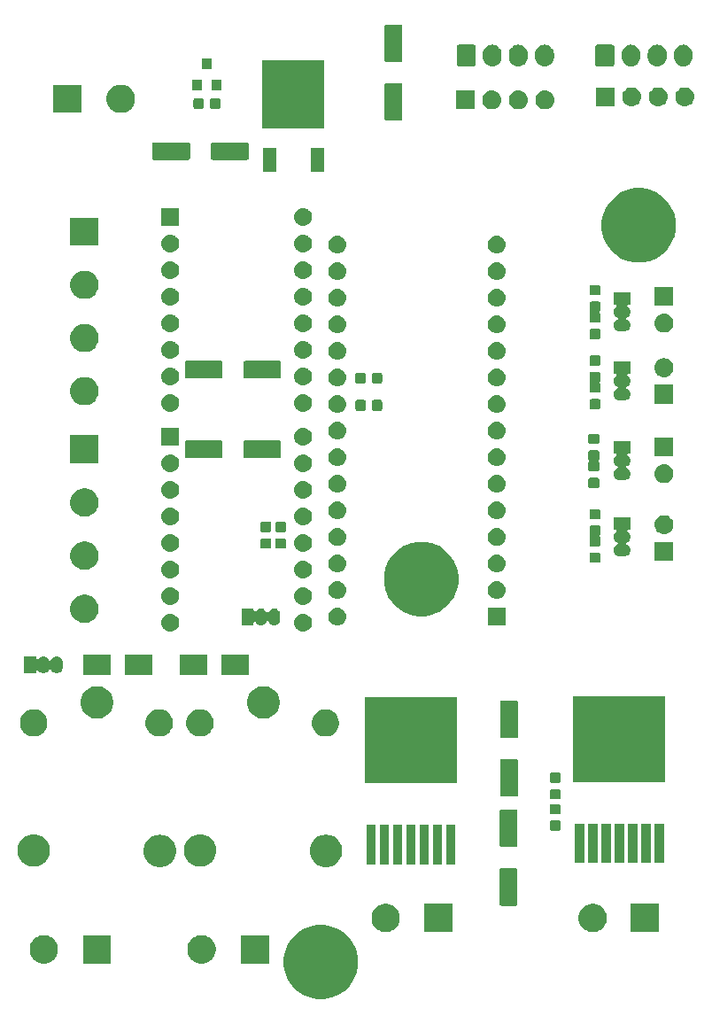
<source format=gbr>
G04 #@! TF.GenerationSoftware,KiCad,Pcbnew,(5.1.0)-1*
G04 #@! TF.CreationDate,2019-05-09T16:13:53+02:00*
G04 #@! TF.ProjectId,Actuator,41637475-6174-46f7-922e-6b696361645f,rev?*
G04 #@! TF.SameCoordinates,Original*
G04 #@! TF.FileFunction,Soldermask,Top*
G04 #@! TF.FilePolarity,Negative*
%FSLAX46Y46*%
G04 Gerber Fmt 4.6, Leading zero omitted, Abs format (unit mm)*
G04 Created by KiCad (PCBNEW (5.1.0)-1) date 2019-05-09 16:13:53*
%MOMM*%
%LPD*%
G04 APERTURE LIST*
%ADD10C,0.100000*%
G04 APERTURE END LIST*
D10*
G36*
X115235787Y-131185462D02*
G01*
X115235790Y-131185463D01*
X115235789Y-131185463D01*
X115882029Y-131453144D01*
X116463631Y-131841758D01*
X116958242Y-132336369D01*
X117346856Y-132917971D01*
X117461541Y-133194845D01*
X117614538Y-133564213D01*
X117751000Y-134250256D01*
X117751000Y-134949744D01*
X117614538Y-135635787D01*
X117614537Y-135635789D01*
X117346856Y-136282029D01*
X116958242Y-136863631D01*
X116463631Y-137358242D01*
X115882029Y-137746856D01*
X115425068Y-137936135D01*
X115235787Y-138014538D01*
X114549744Y-138151000D01*
X113850256Y-138151000D01*
X113164213Y-138014538D01*
X112974932Y-137936135D01*
X112517971Y-137746856D01*
X111936369Y-137358242D01*
X111441758Y-136863631D01*
X111053144Y-136282029D01*
X110785463Y-135635789D01*
X110785462Y-135635787D01*
X110649000Y-134949744D01*
X110649000Y-134250256D01*
X110785462Y-133564213D01*
X110938459Y-133194845D01*
X111053144Y-132917971D01*
X111441758Y-132336369D01*
X111936369Y-131841758D01*
X112517971Y-131453144D01*
X113164211Y-131185463D01*
X113164210Y-131185463D01*
X113164213Y-131185462D01*
X113850256Y-131049000D01*
X114549744Y-131049000D01*
X115235787Y-131185462D01*
X115235787Y-131185462D01*
G37*
G36*
X94151000Y-134751000D02*
G01*
X91449000Y-134751000D01*
X91449000Y-132049000D01*
X94151000Y-132049000D01*
X94151000Y-134751000D01*
X94151000Y-134751000D01*
G37*
G36*
X109231000Y-134751000D02*
G01*
X106529000Y-134751000D01*
X106529000Y-132049000D01*
X109231000Y-132049000D01*
X109231000Y-134751000D01*
X109231000Y-134751000D01*
G37*
G36*
X88114072Y-132100918D02*
G01*
X88359939Y-132202759D01*
X88449341Y-132262496D01*
X88581211Y-132350609D01*
X88769391Y-132538789D01*
X88917242Y-132760063D01*
X89019082Y-133005928D01*
X89071000Y-133266937D01*
X89071000Y-133533063D01*
X89019082Y-133794072D01*
X88917242Y-134039937D01*
X88777092Y-134249686D01*
X88769390Y-134261212D01*
X88581212Y-134449390D01*
X88359939Y-134597241D01*
X88359938Y-134597242D01*
X88359937Y-134597242D01*
X88114072Y-134699082D01*
X87853063Y-134751000D01*
X87586937Y-134751000D01*
X87325928Y-134699082D01*
X87080063Y-134597242D01*
X87080062Y-134597242D01*
X87080061Y-134597241D01*
X86858788Y-134449390D01*
X86670610Y-134261212D01*
X86662909Y-134249686D01*
X86522758Y-134039937D01*
X86420918Y-133794072D01*
X86369000Y-133533063D01*
X86369000Y-133266937D01*
X86420918Y-133005928D01*
X86522758Y-132760063D01*
X86670609Y-132538789D01*
X86858789Y-132350609D01*
X86990659Y-132262496D01*
X87080061Y-132202759D01*
X87325928Y-132100918D01*
X87586937Y-132049000D01*
X87853063Y-132049000D01*
X88114072Y-132100918D01*
X88114072Y-132100918D01*
G37*
G36*
X103194072Y-132100918D02*
G01*
X103439939Y-132202759D01*
X103529341Y-132262496D01*
X103661211Y-132350609D01*
X103849391Y-132538789D01*
X103997242Y-132760063D01*
X104099082Y-133005928D01*
X104151000Y-133266937D01*
X104151000Y-133533063D01*
X104099082Y-133794072D01*
X103997242Y-134039937D01*
X103857092Y-134249686D01*
X103849390Y-134261212D01*
X103661212Y-134449390D01*
X103439939Y-134597241D01*
X103439938Y-134597242D01*
X103439937Y-134597242D01*
X103194072Y-134699082D01*
X102933063Y-134751000D01*
X102666937Y-134751000D01*
X102405928Y-134699082D01*
X102160063Y-134597242D01*
X102160062Y-134597242D01*
X102160061Y-134597241D01*
X101938788Y-134449390D01*
X101750610Y-134261212D01*
X101742909Y-134249686D01*
X101602758Y-134039937D01*
X101500918Y-133794072D01*
X101449000Y-133533063D01*
X101449000Y-133266937D01*
X101500918Y-133005928D01*
X101602758Y-132760063D01*
X101750609Y-132538789D01*
X101938789Y-132350609D01*
X102070659Y-132262496D01*
X102160061Y-132202759D01*
X102405928Y-132100918D01*
X102666937Y-132049000D01*
X102933063Y-132049000D01*
X103194072Y-132100918D01*
X103194072Y-132100918D01*
G37*
G36*
X146551000Y-131751000D02*
G01*
X143849000Y-131751000D01*
X143849000Y-129049000D01*
X146551000Y-129049000D01*
X146551000Y-131751000D01*
X146551000Y-131751000D01*
G37*
G36*
X140594072Y-129100918D02*
G01*
X140833670Y-129200162D01*
X140839939Y-129202759D01*
X141061212Y-129350610D01*
X141249390Y-129538788D01*
X141397241Y-129760061D01*
X141499082Y-130005928D01*
X141551000Y-130266938D01*
X141551000Y-130533062D01*
X141499082Y-130794072D01*
X141397241Y-131039939D01*
X141249390Y-131261212D01*
X141061212Y-131449390D01*
X140839939Y-131597241D01*
X140839938Y-131597242D01*
X140839937Y-131597242D01*
X140594072Y-131699082D01*
X140333063Y-131751000D01*
X140066937Y-131751000D01*
X139805928Y-131699082D01*
X139560063Y-131597242D01*
X139560062Y-131597242D01*
X139560061Y-131597241D01*
X139338788Y-131449390D01*
X139150610Y-131261212D01*
X139002759Y-131039939D01*
X138900918Y-130794072D01*
X138849000Y-130533062D01*
X138849000Y-130266938D01*
X138900918Y-130005928D01*
X139002759Y-129760061D01*
X139150610Y-129538788D01*
X139338788Y-129350610D01*
X139560061Y-129202759D01*
X139566331Y-129200162D01*
X139805928Y-129100918D01*
X140066937Y-129049000D01*
X140333063Y-129049000D01*
X140594072Y-129100918D01*
X140594072Y-129100918D01*
G37*
G36*
X126751000Y-131751000D02*
G01*
X124049000Y-131751000D01*
X124049000Y-129049000D01*
X126751000Y-129049000D01*
X126751000Y-131751000D01*
X126751000Y-131751000D01*
G37*
G36*
X120794072Y-129100918D02*
G01*
X121033670Y-129200162D01*
X121039939Y-129202759D01*
X121261212Y-129350610D01*
X121449390Y-129538788D01*
X121597241Y-129760061D01*
X121699082Y-130005928D01*
X121751000Y-130266938D01*
X121751000Y-130533062D01*
X121699082Y-130794072D01*
X121597241Y-131039939D01*
X121449390Y-131261212D01*
X121261212Y-131449390D01*
X121039939Y-131597241D01*
X121039938Y-131597242D01*
X121039937Y-131597242D01*
X120794072Y-131699082D01*
X120533063Y-131751000D01*
X120266937Y-131751000D01*
X120005928Y-131699082D01*
X119760063Y-131597242D01*
X119760062Y-131597242D01*
X119760061Y-131597241D01*
X119538788Y-131449390D01*
X119350610Y-131261212D01*
X119202759Y-131039939D01*
X119100918Y-130794072D01*
X119049000Y-130533062D01*
X119049000Y-130266938D01*
X119100918Y-130005928D01*
X119202759Y-129760061D01*
X119350610Y-129538788D01*
X119538788Y-129350610D01*
X119760061Y-129202759D01*
X119766331Y-129200162D01*
X120005928Y-129100918D01*
X120266937Y-129049000D01*
X120533063Y-129049000D01*
X120794072Y-129100918D01*
X120794072Y-129100918D01*
G37*
G36*
X132855997Y-125633051D02*
G01*
X132889652Y-125643261D01*
X132920665Y-125659838D01*
X132947851Y-125682149D01*
X132970162Y-125709335D01*
X132986739Y-125740348D01*
X132996949Y-125774003D01*
X133001000Y-125815138D01*
X133001000Y-129044862D01*
X132996949Y-129085997D01*
X132986739Y-129119652D01*
X132970162Y-129150665D01*
X132947851Y-129177851D01*
X132920665Y-129200162D01*
X132889652Y-129216739D01*
X132855997Y-129226949D01*
X132814862Y-129231000D01*
X131485138Y-129231000D01*
X131444003Y-129226949D01*
X131410348Y-129216739D01*
X131379335Y-129200162D01*
X131352149Y-129177851D01*
X131329838Y-129150665D01*
X131313261Y-129119652D01*
X131303051Y-129085997D01*
X131299000Y-129044862D01*
X131299000Y-125815138D01*
X131303051Y-125774003D01*
X131313261Y-125740348D01*
X131329838Y-125709335D01*
X131352149Y-125682149D01*
X131379335Y-125659838D01*
X131410348Y-125643261D01*
X131444003Y-125633051D01*
X131485138Y-125629000D01*
X132814862Y-125629000D01*
X132855997Y-125633051D01*
X132855997Y-125633051D01*
G37*
G36*
X99001043Y-122458604D02*
G01*
X99252410Y-122508604D01*
X99534674Y-122625521D01*
X99788705Y-122795259D01*
X100004741Y-123011295D01*
X100174479Y-123265326D01*
X100291396Y-123547590D01*
X100306971Y-123625890D01*
X100341055Y-123797240D01*
X100351000Y-123847240D01*
X100351000Y-124152760D01*
X100291396Y-124452410D01*
X100174479Y-124734674D01*
X100004741Y-124988705D01*
X99788705Y-125204741D01*
X99534674Y-125374479D01*
X99252410Y-125491396D01*
X99204127Y-125501000D01*
X98952761Y-125551000D01*
X98647239Y-125551000D01*
X98395873Y-125501000D01*
X98347590Y-125491396D01*
X98065326Y-125374479D01*
X97811295Y-125204741D01*
X97595259Y-124988705D01*
X97425521Y-124734674D01*
X97308604Y-124452410D01*
X97249000Y-124152760D01*
X97249000Y-123847240D01*
X97258946Y-123797240D01*
X97293029Y-123625890D01*
X97308604Y-123547590D01*
X97425521Y-123265326D01*
X97595259Y-123011295D01*
X97811295Y-122795259D01*
X98065326Y-122625521D01*
X98347590Y-122508604D01*
X98598957Y-122458604D01*
X98647239Y-122449000D01*
X98952761Y-122449000D01*
X99001043Y-122458604D01*
X99001043Y-122458604D01*
G37*
G36*
X114901043Y-122458604D02*
G01*
X115152410Y-122508604D01*
X115434674Y-122625521D01*
X115688705Y-122795259D01*
X115904741Y-123011295D01*
X116074479Y-123265326D01*
X116191396Y-123547590D01*
X116206971Y-123625890D01*
X116241055Y-123797240D01*
X116251000Y-123847240D01*
X116251000Y-124152760D01*
X116191396Y-124452410D01*
X116074479Y-124734674D01*
X115904741Y-124988705D01*
X115688705Y-125204741D01*
X115434674Y-125374479D01*
X115152410Y-125491396D01*
X115104127Y-125501000D01*
X114852761Y-125551000D01*
X114547239Y-125551000D01*
X114295873Y-125501000D01*
X114247590Y-125491396D01*
X113965326Y-125374479D01*
X113711295Y-125204741D01*
X113495259Y-124988705D01*
X113325521Y-124734674D01*
X113208604Y-124452410D01*
X113149000Y-124152760D01*
X113149000Y-123847240D01*
X113158946Y-123797240D01*
X113193029Y-123625890D01*
X113208604Y-123547590D01*
X113325521Y-123265326D01*
X113495259Y-123011295D01*
X113711295Y-122795259D01*
X113965326Y-122625521D01*
X114247590Y-122508604D01*
X114498957Y-122458604D01*
X114547239Y-122449000D01*
X114852761Y-122449000D01*
X114901043Y-122458604D01*
X114901043Y-122458604D01*
G37*
G36*
X87052585Y-122428802D02*
G01*
X87202410Y-122458604D01*
X87484674Y-122575521D01*
X87738705Y-122745259D01*
X87954741Y-122961295D01*
X88124479Y-123215326D01*
X88241396Y-123497590D01*
X88251342Y-123547591D01*
X88301000Y-123797239D01*
X88301000Y-124102761D01*
X88291054Y-124152761D01*
X88241396Y-124402410D01*
X88124479Y-124684674D01*
X87954741Y-124938705D01*
X87738705Y-125154741D01*
X87484674Y-125324479D01*
X87202410Y-125441396D01*
X87052585Y-125471198D01*
X86902761Y-125501000D01*
X86597239Y-125501000D01*
X86447415Y-125471198D01*
X86297590Y-125441396D01*
X86015326Y-125324479D01*
X85761295Y-125154741D01*
X85545259Y-124938705D01*
X85375521Y-124684674D01*
X85258604Y-124402410D01*
X85208946Y-124152761D01*
X85199000Y-124102761D01*
X85199000Y-123797239D01*
X85248658Y-123547591D01*
X85258604Y-123497590D01*
X85375521Y-123215326D01*
X85545259Y-122961295D01*
X85761295Y-122745259D01*
X86015326Y-122575521D01*
X86297590Y-122458604D01*
X86447415Y-122428802D01*
X86597239Y-122399000D01*
X86902761Y-122399000D01*
X87052585Y-122428802D01*
X87052585Y-122428802D01*
G37*
G36*
X102952585Y-122428802D02*
G01*
X103102410Y-122458604D01*
X103384674Y-122575521D01*
X103638705Y-122745259D01*
X103854741Y-122961295D01*
X104024479Y-123215326D01*
X104141396Y-123497590D01*
X104151342Y-123547591D01*
X104201000Y-123797239D01*
X104201000Y-124102761D01*
X104191054Y-124152761D01*
X104141396Y-124402410D01*
X104024479Y-124684674D01*
X103854741Y-124938705D01*
X103638705Y-125154741D01*
X103384674Y-125324479D01*
X103102410Y-125441396D01*
X102952585Y-125471198D01*
X102802761Y-125501000D01*
X102497239Y-125501000D01*
X102347415Y-125471198D01*
X102197590Y-125441396D01*
X101915326Y-125324479D01*
X101661295Y-125154741D01*
X101445259Y-124938705D01*
X101275521Y-124684674D01*
X101158604Y-124402410D01*
X101108946Y-124152761D01*
X101099000Y-124102761D01*
X101099000Y-123797239D01*
X101148658Y-123547591D01*
X101158604Y-123497590D01*
X101275521Y-123215326D01*
X101445259Y-122961295D01*
X101661295Y-122745259D01*
X101915326Y-122575521D01*
X102197590Y-122458604D01*
X102347415Y-122428802D01*
X102497239Y-122399000D01*
X102802761Y-122399000D01*
X102952585Y-122428802D01*
X102952585Y-122428802D01*
G37*
G36*
X121976000Y-125256000D02*
G01*
X121084000Y-125256000D01*
X121084000Y-121464000D01*
X121976000Y-121464000D01*
X121976000Y-125256000D01*
X121976000Y-125256000D01*
G37*
G36*
X127056000Y-125256000D02*
G01*
X126164000Y-125256000D01*
X126164000Y-121464000D01*
X127056000Y-121464000D01*
X127056000Y-125256000D01*
X127056000Y-125256000D01*
G37*
G36*
X125786000Y-125256000D02*
G01*
X124894000Y-125256000D01*
X124894000Y-121464000D01*
X125786000Y-121464000D01*
X125786000Y-125256000D01*
X125786000Y-125256000D01*
G37*
G36*
X124516000Y-125256000D02*
G01*
X123624000Y-125256000D01*
X123624000Y-121464000D01*
X124516000Y-121464000D01*
X124516000Y-125256000D01*
X124516000Y-125256000D01*
G37*
G36*
X123246000Y-125256000D02*
G01*
X122354000Y-125256000D01*
X122354000Y-121464000D01*
X123246000Y-121464000D01*
X123246000Y-125256000D01*
X123246000Y-125256000D01*
G37*
G36*
X119436000Y-125256000D02*
G01*
X118544000Y-125256000D01*
X118544000Y-121464000D01*
X119436000Y-121464000D01*
X119436000Y-125256000D01*
X119436000Y-125256000D01*
G37*
G36*
X120706000Y-125256000D02*
G01*
X119814000Y-125256000D01*
X119814000Y-121464000D01*
X120706000Y-121464000D01*
X120706000Y-125256000D01*
X120706000Y-125256000D01*
G37*
G36*
X139368000Y-125160000D02*
G01*
X138476000Y-125160000D01*
X138476000Y-121368000D01*
X139368000Y-121368000D01*
X139368000Y-125160000D01*
X139368000Y-125160000D01*
G37*
G36*
X140638000Y-125160000D02*
G01*
X139746000Y-125160000D01*
X139746000Y-121368000D01*
X140638000Y-121368000D01*
X140638000Y-125160000D01*
X140638000Y-125160000D01*
G37*
G36*
X141908000Y-125160000D02*
G01*
X141016000Y-125160000D01*
X141016000Y-121368000D01*
X141908000Y-121368000D01*
X141908000Y-125160000D01*
X141908000Y-125160000D01*
G37*
G36*
X144448000Y-125160000D02*
G01*
X143556000Y-125160000D01*
X143556000Y-121368000D01*
X144448000Y-121368000D01*
X144448000Y-125160000D01*
X144448000Y-125160000D01*
G37*
G36*
X145718000Y-125160000D02*
G01*
X144826000Y-125160000D01*
X144826000Y-121368000D01*
X145718000Y-121368000D01*
X145718000Y-125160000D01*
X145718000Y-125160000D01*
G37*
G36*
X146988000Y-125160000D02*
G01*
X146096000Y-125160000D01*
X146096000Y-121368000D01*
X146988000Y-121368000D01*
X146988000Y-125160000D01*
X146988000Y-125160000D01*
G37*
G36*
X143178000Y-125160000D02*
G01*
X142286000Y-125160000D01*
X142286000Y-121368000D01*
X143178000Y-121368000D01*
X143178000Y-125160000D01*
X143178000Y-125160000D01*
G37*
G36*
X132855997Y-120033051D02*
G01*
X132889652Y-120043261D01*
X132920665Y-120059838D01*
X132947851Y-120082149D01*
X132970162Y-120109335D01*
X132986739Y-120140348D01*
X132996949Y-120174003D01*
X133001000Y-120215138D01*
X133001000Y-123444862D01*
X132996949Y-123485997D01*
X132986739Y-123519652D01*
X132970162Y-123550665D01*
X132947851Y-123577851D01*
X132920665Y-123600162D01*
X132889652Y-123616739D01*
X132855997Y-123626949D01*
X132814862Y-123631000D01*
X131485138Y-123631000D01*
X131444003Y-123626949D01*
X131410348Y-123616739D01*
X131379335Y-123600162D01*
X131352149Y-123577851D01*
X131329838Y-123550665D01*
X131313261Y-123519652D01*
X131303051Y-123485997D01*
X131299000Y-123444862D01*
X131299000Y-120215138D01*
X131303051Y-120174003D01*
X131313261Y-120140348D01*
X131329838Y-120109335D01*
X131352149Y-120082149D01*
X131379335Y-120059838D01*
X131410348Y-120043261D01*
X131444003Y-120033051D01*
X131485138Y-120029000D01*
X132814862Y-120029000D01*
X132855997Y-120033051D01*
X132855997Y-120033051D01*
G37*
G36*
X136979591Y-121090585D02*
G01*
X137013569Y-121100893D01*
X137044890Y-121117634D01*
X137072339Y-121140161D01*
X137094866Y-121167610D01*
X137111607Y-121198931D01*
X137121915Y-121232909D01*
X137126000Y-121274390D01*
X137126000Y-121875610D01*
X137121915Y-121917091D01*
X137111607Y-121951069D01*
X137094866Y-121982390D01*
X137072339Y-122009839D01*
X137044890Y-122032366D01*
X137013569Y-122049107D01*
X136979591Y-122059415D01*
X136938110Y-122063500D01*
X136261890Y-122063500D01*
X136220409Y-122059415D01*
X136186431Y-122049107D01*
X136155110Y-122032366D01*
X136127661Y-122009839D01*
X136105134Y-121982390D01*
X136088393Y-121951069D01*
X136078085Y-121917091D01*
X136074000Y-121875610D01*
X136074000Y-121274390D01*
X136078085Y-121232909D01*
X136088393Y-121198931D01*
X136105134Y-121167610D01*
X136127661Y-121140161D01*
X136155110Y-121117634D01*
X136186431Y-121100893D01*
X136220409Y-121090585D01*
X136261890Y-121086500D01*
X136938110Y-121086500D01*
X136979591Y-121090585D01*
X136979591Y-121090585D01*
G37*
G36*
X136979591Y-119515585D02*
G01*
X137013569Y-119525893D01*
X137044890Y-119542634D01*
X137072339Y-119565161D01*
X137094866Y-119592610D01*
X137111607Y-119623931D01*
X137121915Y-119657909D01*
X137126000Y-119699390D01*
X137126000Y-120300610D01*
X137121915Y-120342091D01*
X137111607Y-120376069D01*
X137094866Y-120407390D01*
X137072339Y-120434839D01*
X137044890Y-120457366D01*
X137013569Y-120474107D01*
X136979591Y-120484415D01*
X136938110Y-120488500D01*
X136261890Y-120488500D01*
X136220409Y-120484415D01*
X136186431Y-120474107D01*
X136155110Y-120457366D01*
X136127661Y-120434839D01*
X136105134Y-120407390D01*
X136088393Y-120376069D01*
X136078085Y-120342091D01*
X136074000Y-120300610D01*
X136074000Y-119699390D01*
X136078085Y-119657909D01*
X136088393Y-119623931D01*
X136105134Y-119592610D01*
X136127661Y-119565161D01*
X136155110Y-119542634D01*
X136186431Y-119525893D01*
X136220409Y-119515585D01*
X136261890Y-119511500D01*
X136938110Y-119511500D01*
X136979591Y-119515585D01*
X136979591Y-119515585D01*
G37*
G36*
X136979591Y-118090585D02*
G01*
X137013569Y-118100893D01*
X137044890Y-118117634D01*
X137072339Y-118140161D01*
X137094866Y-118167610D01*
X137111607Y-118198931D01*
X137121915Y-118232909D01*
X137126000Y-118274390D01*
X137126000Y-118875610D01*
X137121915Y-118917091D01*
X137111607Y-118951069D01*
X137094866Y-118982390D01*
X137072339Y-119009839D01*
X137044890Y-119032366D01*
X137013569Y-119049107D01*
X136979591Y-119059415D01*
X136938110Y-119063500D01*
X136261890Y-119063500D01*
X136220409Y-119059415D01*
X136186431Y-119049107D01*
X136155110Y-119032366D01*
X136127661Y-119009839D01*
X136105134Y-118982390D01*
X136088393Y-118951069D01*
X136078085Y-118917091D01*
X136074000Y-118875610D01*
X136074000Y-118274390D01*
X136078085Y-118232909D01*
X136088393Y-118198931D01*
X136105134Y-118167610D01*
X136127661Y-118140161D01*
X136155110Y-118117634D01*
X136186431Y-118100893D01*
X136220409Y-118090585D01*
X136261890Y-118086500D01*
X136938110Y-118086500D01*
X136979591Y-118090585D01*
X136979591Y-118090585D01*
G37*
G36*
X132905997Y-115203051D02*
G01*
X132939652Y-115213261D01*
X132970665Y-115229838D01*
X132997851Y-115252149D01*
X133020162Y-115279335D01*
X133036739Y-115310348D01*
X133046949Y-115344003D01*
X133051000Y-115385138D01*
X133051000Y-118614862D01*
X133046949Y-118655997D01*
X133036739Y-118689652D01*
X133020162Y-118720665D01*
X132997851Y-118747851D01*
X132970665Y-118770162D01*
X132939652Y-118786739D01*
X132905997Y-118796949D01*
X132864862Y-118801000D01*
X131535138Y-118801000D01*
X131494003Y-118796949D01*
X131460348Y-118786739D01*
X131429335Y-118770162D01*
X131402149Y-118747851D01*
X131379838Y-118720665D01*
X131363261Y-118689652D01*
X131353051Y-118655997D01*
X131349000Y-118614862D01*
X131349000Y-115385138D01*
X131353051Y-115344003D01*
X131363261Y-115310348D01*
X131379838Y-115279335D01*
X131402149Y-115252149D01*
X131429335Y-115229838D01*
X131460348Y-115213261D01*
X131494003Y-115203051D01*
X131535138Y-115199000D01*
X132864862Y-115199000D01*
X132905997Y-115203051D01*
X132905997Y-115203051D01*
G37*
G36*
X136979591Y-116515585D02*
G01*
X137013569Y-116525893D01*
X137044890Y-116542634D01*
X137072339Y-116565161D01*
X137094866Y-116592610D01*
X137111607Y-116623931D01*
X137121915Y-116657909D01*
X137126000Y-116699390D01*
X137126000Y-117300610D01*
X137121915Y-117342091D01*
X137111607Y-117376069D01*
X137094866Y-117407390D01*
X137072339Y-117434839D01*
X137044890Y-117457366D01*
X137013569Y-117474107D01*
X136979591Y-117484415D01*
X136938110Y-117488500D01*
X136261890Y-117488500D01*
X136220409Y-117484415D01*
X136186431Y-117474107D01*
X136155110Y-117457366D01*
X136127661Y-117434839D01*
X136105134Y-117407390D01*
X136088393Y-117376069D01*
X136078085Y-117342091D01*
X136074000Y-117300610D01*
X136074000Y-116699390D01*
X136078085Y-116657909D01*
X136088393Y-116623931D01*
X136105134Y-116592610D01*
X136127661Y-116565161D01*
X136155110Y-116542634D01*
X136186431Y-116525893D01*
X136220409Y-116515585D01*
X136261890Y-116511500D01*
X136938110Y-116511500D01*
X136979591Y-116515585D01*
X136979591Y-116515585D01*
G37*
G36*
X127186000Y-117481000D02*
G01*
X118414000Y-117481000D01*
X118414000Y-109319000D01*
X127186000Y-109319000D01*
X127186000Y-117481000D01*
X127186000Y-117481000D01*
G37*
G36*
X147118000Y-117385000D02*
G01*
X138346000Y-117385000D01*
X138346000Y-109223000D01*
X147118000Y-109223000D01*
X147118000Y-117385000D01*
X147118000Y-117385000D01*
G37*
G36*
X132905997Y-109603051D02*
G01*
X132939652Y-109613261D01*
X132970665Y-109629838D01*
X132997851Y-109652149D01*
X133020162Y-109679335D01*
X133036739Y-109710348D01*
X133046949Y-109744003D01*
X133051000Y-109785138D01*
X133051000Y-113014862D01*
X133046949Y-113055997D01*
X133036739Y-113089652D01*
X133020162Y-113120665D01*
X132997851Y-113147851D01*
X132970665Y-113170162D01*
X132939652Y-113186739D01*
X132905997Y-113196949D01*
X132864862Y-113201000D01*
X131535138Y-113201000D01*
X131494003Y-113196949D01*
X131460348Y-113186739D01*
X131429335Y-113170162D01*
X131402149Y-113147851D01*
X131379838Y-113120665D01*
X131363261Y-113089652D01*
X131353051Y-113055997D01*
X131349000Y-113014862D01*
X131349000Y-109785138D01*
X131353051Y-109744003D01*
X131363261Y-109710348D01*
X131379838Y-109679335D01*
X131402149Y-109652149D01*
X131429335Y-109629838D01*
X131460348Y-109613261D01*
X131494003Y-109603051D01*
X131535138Y-109599000D01*
X132864862Y-109599000D01*
X132905997Y-109603051D01*
X132905997Y-109603051D01*
G37*
G36*
X115029487Y-110498996D02*
G01*
X115266253Y-110597068D01*
X115266255Y-110597069D01*
X115479339Y-110739447D01*
X115660553Y-110920661D01*
X115802932Y-111133747D01*
X115901004Y-111370513D01*
X115951000Y-111621861D01*
X115951000Y-111878139D01*
X115901004Y-112129487D01*
X115802932Y-112366253D01*
X115802931Y-112366255D01*
X115660553Y-112579339D01*
X115479339Y-112760553D01*
X115266255Y-112902931D01*
X115266254Y-112902932D01*
X115266253Y-112902932D01*
X115029487Y-113001004D01*
X114778139Y-113051000D01*
X114521861Y-113051000D01*
X114270513Y-113001004D01*
X114033747Y-112902932D01*
X114033746Y-112902932D01*
X114033745Y-112902931D01*
X113820661Y-112760553D01*
X113639447Y-112579339D01*
X113497069Y-112366255D01*
X113497068Y-112366253D01*
X113398996Y-112129487D01*
X113349000Y-111878139D01*
X113349000Y-111621861D01*
X113398996Y-111370513D01*
X113497068Y-111133747D01*
X113639447Y-110920661D01*
X113820661Y-110739447D01*
X114033745Y-110597069D01*
X114033747Y-110597068D01*
X114270513Y-110498996D01*
X114521861Y-110449000D01*
X114778139Y-110449000D01*
X115029487Y-110498996D01*
X115029487Y-110498996D01*
G37*
G36*
X99129487Y-110498996D02*
G01*
X99366253Y-110597068D01*
X99366255Y-110597069D01*
X99579339Y-110739447D01*
X99760553Y-110920661D01*
X99902932Y-111133747D01*
X100001004Y-111370513D01*
X100051000Y-111621861D01*
X100051000Y-111878139D01*
X100001004Y-112129487D01*
X99902932Y-112366253D01*
X99902931Y-112366255D01*
X99760553Y-112579339D01*
X99579339Y-112760553D01*
X99366255Y-112902931D01*
X99366254Y-112902932D01*
X99366253Y-112902932D01*
X99129487Y-113001004D01*
X98878139Y-113051000D01*
X98621861Y-113051000D01*
X98370513Y-113001004D01*
X98133747Y-112902932D01*
X98133746Y-112902932D01*
X98133745Y-112902931D01*
X97920661Y-112760553D01*
X97739447Y-112579339D01*
X97597069Y-112366255D01*
X97597068Y-112366253D01*
X97498996Y-112129487D01*
X97449000Y-111878139D01*
X97449000Y-111621861D01*
X97498996Y-111370513D01*
X97597068Y-111133747D01*
X97739447Y-110920661D01*
X97920661Y-110739447D01*
X98133745Y-110597069D01*
X98133747Y-110597068D01*
X98370513Y-110498996D01*
X98621861Y-110449000D01*
X98878139Y-110449000D01*
X99129487Y-110498996D01*
X99129487Y-110498996D01*
G37*
G36*
X103029487Y-110498996D02*
G01*
X103266253Y-110597068D01*
X103266255Y-110597069D01*
X103479339Y-110739447D01*
X103660553Y-110920661D01*
X103802932Y-111133747D01*
X103901004Y-111370513D01*
X103951000Y-111621861D01*
X103951000Y-111878139D01*
X103901004Y-112129487D01*
X103802932Y-112366253D01*
X103802931Y-112366255D01*
X103660553Y-112579339D01*
X103479339Y-112760553D01*
X103266255Y-112902931D01*
X103266254Y-112902932D01*
X103266253Y-112902932D01*
X103029487Y-113001004D01*
X102778139Y-113051000D01*
X102521861Y-113051000D01*
X102270513Y-113001004D01*
X102033747Y-112902932D01*
X102033746Y-112902932D01*
X102033745Y-112902931D01*
X101820661Y-112760553D01*
X101639447Y-112579339D01*
X101497069Y-112366255D01*
X101497068Y-112366253D01*
X101398996Y-112129487D01*
X101349000Y-111878139D01*
X101349000Y-111621861D01*
X101398996Y-111370513D01*
X101497068Y-111133747D01*
X101639447Y-110920661D01*
X101820661Y-110739447D01*
X102033745Y-110597069D01*
X102033747Y-110597068D01*
X102270513Y-110498996D01*
X102521861Y-110449000D01*
X102778139Y-110449000D01*
X103029487Y-110498996D01*
X103029487Y-110498996D01*
G37*
G36*
X87129487Y-110498996D02*
G01*
X87366253Y-110597068D01*
X87366255Y-110597069D01*
X87579339Y-110739447D01*
X87760553Y-110920661D01*
X87902932Y-111133747D01*
X88001004Y-111370513D01*
X88051000Y-111621861D01*
X88051000Y-111878139D01*
X88001004Y-112129487D01*
X87902932Y-112366253D01*
X87902931Y-112366255D01*
X87760553Y-112579339D01*
X87579339Y-112760553D01*
X87366255Y-112902931D01*
X87366254Y-112902932D01*
X87366253Y-112902932D01*
X87129487Y-113001004D01*
X86878139Y-113051000D01*
X86621861Y-113051000D01*
X86370513Y-113001004D01*
X86133747Y-112902932D01*
X86133746Y-112902932D01*
X86133745Y-112902931D01*
X85920661Y-112760553D01*
X85739447Y-112579339D01*
X85597069Y-112366255D01*
X85597068Y-112366253D01*
X85498996Y-112129487D01*
X85449000Y-111878139D01*
X85449000Y-111621861D01*
X85498996Y-111370513D01*
X85597068Y-111133747D01*
X85739447Y-110920661D01*
X85920661Y-110739447D01*
X86133745Y-110597069D01*
X86133747Y-110597068D01*
X86370513Y-110498996D01*
X86621861Y-110449000D01*
X86878139Y-110449000D01*
X87129487Y-110498996D01*
X87129487Y-110498996D01*
G37*
G36*
X109002585Y-108278802D02*
G01*
X109152410Y-108308604D01*
X109434674Y-108425521D01*
X109688705Y-108595259D01*
X109904741Y-108811295D01*
X110074479Y-109065326D01*
X110191396Y-109347590D01*
X110191396Y-109347591D01*
X110250320Y-109643818D01*
X110251000Y-109647240D01*
X110251000Y-109952760D01*
X110191396Y-110252410D01*
X110074479Y-110534674D01*
X109904741Y-110788705D01*
X109688705Y-111004741D01*
X109434674Y-111174479D01*
X109152410Y-111291396D01*
X109002585Y-111321198D01*
X108852761Y-111351000D01*
X108547239Y-111351000D01*
X108397415Y-111321198D01*
X108247590Y-111291396D01*
X107965326Y-111174479D01*
X107711295Y-111004741D01*
X107495259Y-110788705D01*
X107325521Y-110534674D01*
X107208604Y-110252410D01*
X107149000Y-109952760D01*
X107149000Y-109647240D01*
X107149681Y-109643818D01*
X107208604Y-109347591D01*
X107208604Y-109347590D01*
X107325521Y-109065326D01*
X107495259Y-108811295D01*
X107711295Y-108595259D01*
X107965326Y-108425521D01*
X108247590Y-108308604D01*
X108397415Y-108278802D01*
X108547239Y-108249000D01*
X108852761Y-108249000D01*
X109002585Y-108278802D01*
X109002585Y-108278802D01*
G37*
G36*
X93102585Y-108278802D02*
G01*
X93252410Y-108308604D01*
X93534674Y-108425521D01*
X93788705Y-108595259D01*
X94004741Y-108811295D01*
X94174479Y-109065326D01*
X94291396Y-109347590D01*
X94291396Y-109347591D01*
X94350320Y-109643818D01*
X94351000Y-109647240D01*
X94351000Y-109952760D01*
X94291396Y-110252410D01*
X94174479Y-110534674D01*
X94004741Y-110788705D01*
X93788705Y-111004741D01*
X93534674Y-111174479D01*
X93252410Y-111291396D01*
X93102585Y-111321198D01*
X92952761Y-111351000D01*
X92647239Y-111351000D01*
X92497415Y-111321198D01*
X92347590Y-111291396D01*
X92065326Y-111174479D01*
X91811295Y-111004741D01*
X91595259Y-110788705D01*
X91425521Y-110534674D01*
X91308604Y-110252410D01*
X91249000Y-109952760D01*
X91249000Y-109647240D01*
X91249681Y-109643818D01*
X91308604Y-109347591D01*
X91308604Y-109347590D01*
X91425521Y-109065326D01*
X91595259Y-108811295D01*
X91811295Y-108595259D01*
X92065326Y-108425521D01*
X92347590Y-108308604D01*
X92497415Y-108278802D01*
X92647239Y-108249000D01*
X92952761Y-108249000D01*
X93102585Y-108278802D01*
X93102585Y-108278802D01*
G37*
G36*
X107301000Y-107151000D02*
G01*
X104699000Y-107151000D01*
X104699000Y-105249000D01*
X107301000Y-105249000D01*
X107301000Y-107151000D01*
X107301000Y-107151000D01*
G37*
G36*
X103301000Y-107151000D02*
G01*
X100699000Y-107151000D01*
X100699000Y-105249000D01*
X103301000Y-105249000D01*
X103301000Y-107151000D01*
X103301000Y-107151000D01*
G37*
G36*
X98101000Y-107151000D02*
G01*
X95499000Y-107151000D01*
X95499000Y-105249000D01*
X98101000Y-105249000D01*
X98101000Y-107151000D01*
X98101000Y-107151000D01*
G37*
G36*
X94101000Y-107151000D02*
G01*
X91499000Y-107151000D01*
X91499000Y-105249000D01*
X94101000Y-105249000D01*
X94101000Y-107151000D01*
X94101000Y-107151000D01*
G37*
G36*
X89052915Y-105407334D02*
G01*
X89161491Y-105440271D01*
X89161494Y-105440272D01*
X89197600Y-105459571D01*
X89261556Y-105493756D01*
X89349264Y-105565736D01*
X89421244Y-105653443D01*
X89455429Y-105717399D01*
X89474728Y-105753505D01*
X89474729Y-105753508D01*
X89507666Y-105862084D01*
X89516000Y-105946702D01*
X89516000Y-106453297D01*
X89507666Y-106537916D01*
X89475252Y-106644767D01*
X89474728Y-106646495D01*
X89464761Y-106665141D01*
X89421244Y-106746557D01*
X89349264Y-106834264D01*
X89261557Y-106906244D01*
X89197601Y-106940429D01*
X89161495Y-106959728D01*
X89161492Y-106959729D01*
X89052916Y-106992666D01*
X88940000Y-107003787D01*
X88827085Y-106992666D01*
X88718509Y-106959729D01*
X88718506Y-106959728D01*
X88682400Y-106940429D01*
X88618444Y-106906244D01*
X88530737Y-106834264D01*
X88458757Y-106746557D01*
X88415239Y-106665141D01*
X88401625Y-106644766D01*
X88384298Y-106627439D01*
X88363924Y-106613826D01*
X88341285Y-106604448D01*
X88317252Y-106599668D01*
X88292748Y-106599668D01*
X88268715Y-106604448D01*
X88246076Y-106613826D01*
X88225701Y-106627440D01*
X88208374Y-106644767D01*
X88194761Y-106665141D01*
X88151244Y-106746557D01*
X88079264Y-106834264D01*
X87991557Y-106906244D01*
X87927601Y-106940429D01*
X87891495Y-106959728D01*
X87891492Y-106959729D01*
X87782916Y-106992666D01*
X87670000Y-107003787D01*
X87557085Y-106992666D01*
X87448509Y-106959729D01*
X87448506Y-106959728D01*
X87412400Y-106940429D01*
X87348444Y-106906244D01*
X87260737Y-106834264D01*
X87197622Y-106757359D01*
X87180297Y-106740034D01*
X87159923Y-106726420D01*
X87137284Y-106717043D01*
X87113250Y-106712263D01*
X87088746Y-106712263D01*
X87064713Y-106717044D01*
X87042074Y-106726421D01*
X87021700Y-106740035D01*
X87004373Y-106757362D01*
X86990759Y-106777736D01*
X86981382Y-106800375D01*
X86976000Y-106836660D01*
X86976000Y-107001000D01*
X85824000Y-107001000D01*
X85824000Y-105399000D01*
X86976000Y-105399000D01*
X86976000Y-105563341D01*
X86978402Y-105587727D01*
X86985515Y-105611176D01*
X86997066Y-105632787D01*
X87012611Y-105651729D01*
X87031553Y-105667274D01*
X87053164Y-105678825D01*
X87076613Y-105685938D01*
X87100999Y-105688340D01*
X87125385Y-105685938D01*
X87148834Y-105678825D01*
X87170445Y-105667274D01*
X87189387Y-105651729D01*
X87197608Y-105642657D01*
X87260736Y-105565736D01*
X87348443Y-105493756D01*
X87412399Y-105459571D01*
X87448505Y-105440272D01*
X87448508Y-105440271D01*
X87557084Y-105407334D01*
X87670000Y-105396213D01*
X87782915Y-105407334D01*
X87891491Y-105440271D01*
X87891494Y-105440272D01*
X87927600Y-105459571D01*
X87991556Y-105493756D01*
X88079264Y-105565736D01*
X88151244Y-105653443D01*
X88194761Y-105734859D01*
X88208375Y-105755234D01*
X88225702Y-105772561D01*
X88246076Y-105786174D01*
X88268715Y-105795552D01*
X88292748Y-105800332D01*
X88317252Y-105800332D01*
X88341285Y-105795552D01*
X88363924Y-105786174D01*
X88384299Y-105772560D01*
X88401626Y-105755233D01*
X88415239Y-105734860D01*
X88458756Y-105653444D01*
X88530736Y-105565736D01*
X88618443Y-105493756D01*
X88682399Y-105459571D01*
X88718505Y-105440272D01*
X88718508Y-105440271D01*
X88827084Y-105407334D01*
X88940000Y-105396213D01*
X89052915Y-105407334D01*
X89052915Y-105407334D01*
G37*
G36*
X99966823Y-101341313D02*
G01*
X100127242Y-101389976D01*
X100208065Y-101433177D01*
X100275078Y-101468996D01*
X100404659Y-101575341D01*
X100511004Y-101704922D01*
X100511005Y-101704924D01*
X100590024Y-101852758D01*
X100638687Y-102013177D01*
X100655117Y-102180000D01*
X100638687Y-102346823D01*
X100590024Y-102507242D01*
X100519114Y-102639906D01*
X100511004Y-102655078D01*
X100404659Y-102784659D01*
X100275078Y-102891004D01*
X100275076Y-102891005D01*
X100127242Y-102970024D01*
X99966823Y-103018687D01*
X99841804Y-103031000D01*
X99758196Y-103031000D01*
X99633177Y-103018687D01*
X99472758Y-102970024D01*
X99324924Y-102891005D01*
X99324922Y-102891004D01*
X99195341Y-102784659D01*
X99088996Y-102655078D01*
X99080886Y-102639906D01*
X99009976Y-102507242D01*
X98961313Y-102346823D01*
X98944883Y-102180000D01*
X98961313Y-102013177D01*
X99009976Y-101852758D01*
X99088995Y-101704924D01*
X99088996Y-101704922D01*
X99195341Y-101575341D01*
X99324922Y-101468996D01*
X99391935Y-101433177D01*
X99472758Y-101389976D01*
X99633177Y-101341313D01*
X99758196Y-101329000D01*
X99841804Y-101329000D01*
X99966823Y-101341313D01*
X99966823Y-101341313D01*
G37*
G36*
X112666823Y-101341313D02*
G01*
X112827242Y-101389976D01*
X112908065Y-101433177D01*
X112975078Y-101468996D01*
X113104659Y-101575341D01*
X113211004Y-101704922D01*
X113211005Y-101704924D01*
X113290024Y-101852758D01*
X113338687Y-102013177D01*
X113355117Y-102180000D01*
X113338687Y-102346823D01*
X113290024Y-102507242D01*
X113219114Y-102639906D01*
X113211004Y-102655078D01*
X113104659Y-102784659D01*
X112975078Y-102891004D01*
X112975076Y-102891005D01*
X112827242Y-102970024D01*
X112666823Y-103018687D01*
X112541804Y-103031000D01*
X112458196Y-103031000D01*
X112333177Y-103018687D01*
X112172758Y-102970024D01*
X112024924Y-102891005D01*
X112024922Y-102891004D01*
X111895341Y-102784659D01*
X111788996Y-102655078D01*
X111780886Y-102639906D01*
X111709976Y-102507242D01*
X111661313Y-102346823D01*
X111644883Y-102180000D01*
X111661313Y-102013177D01*
X111709976Y-101852758D01*
X111788995Y-101704924D01*
X111788996Y-101704922D01*
X111895341Y-101575341D01*
X112024922Y-101468996D01*
X112091935Y-101433177D01*
X112172758Y-101389976D01*
X112333177Y-101341313D01*
X112458196Y-101329000D01*
X112541804Y-101329000D01*
X112666823Y-101341313D01*
X112666823Y-101341313D01*
G37*
G36*
X115926823Y-100761313D02*
G01*
X116087242Y-100809976D01*
X116219906Y-100880886D01*
X116235078Y-100888996D01*
X116364659Y-100995341D01*
X116471004Y-101124922D01*
X116471005Y-101124924D01*
X116550024Y-101272758D01*
X116598687Y-101433177D01*
X116615117Y-101600000D01*
X116598687Y-101766823D01*
X116550024Y-101927242D01*
X116486283Y-102046492D01*
X116471004Y-102075078D01*
X116364659Y-102204659D01*
X116235078Y-102311004D01*
X116235076Y-102311005D01*
X116087242Y-102390024D01*
X115926823Y-102438687D01*
X115801804Y-102451000D01*
X115718196Y-102451000D01*
X115593177Y-102438687D01*
X115432758Y-102390024D01*
X115284924Y-102311005D01*
X115284922Y-102311004D01*
X115155341Y-102204659D01*
X115048996Y-102075078D01*
X115033717Y-102046492D01*
X114969976Y-101927242D01*
X114921313Y-101766823D01*
X114904883Y-101600000D01*
X114921313Y-101433177D01*
X114969976Y-101272758D01*
X115048995Y-101124924D01*
X115048996Y-101124922D01*
X115155341Y-100995341D01*
X115284922Y-100888996D01*
X115300094Y-100880886D01*
X115432758Y-100809976D01*
X115593177Y-100761313D01*
X115718196Y-100749000D01*
X115801804Y-100749000D01*
X115926823Y-100761313D01*
X115926823Y-100761313D01*
G37*
G36*
X131851000Y-102451000D02*
G01*
X130149000Y-102451000D01*
X130149000Y-100749000D01*
X131851000Y-100749000D01*
X131851000Y-102451000D01*
X131851000Y-102451000D01*
G37*
G36*
X109852915Y-100807334D02*
G01*
X109956078Y-100838629D01*
X109961494Y-100840272D01*
X109997600Y-100859571D01*
X110061556Y-100893756D01*
X110149264Y-100965736D01*
X110221244Y-101053443D01*
X110255429Y-101117399D01*
X110274728Y-101153505D01*
X110274729Y-101153508D01*
X110307666Y-101262084D01*
X110316000Y-101346702D01*
X110316000Y-101853297D01*
X110307666Y-101937916D01*
X110275252Y-102044767D01*
X110274728Y-102046495D01*
X110264761Y-102065141D01*
X110221244Y-102146557D01*
X110149264Y-102234264D01*
X110061557Y-102306244D01*
X109997601Y-102340429D01*
X109961495Y-102359728D01*
X109961492Y-102359729D01*
X109852916Y-102392666D01*
X109740000Y-102403787D01*
X109627085Y-102392666D01*
X109518509Y-102359729D01*
X109518506Y-102359728D01*
X109482400Y-102340429D01*
X109418444Y-102306244D01*
X109330737Y-102234264D01*
X109258757Y-102146557D01*
X109240426Y-102112263D01*
X109215239Y-102065141D01*
X109201625Y-102044766D01*
X109184298Y-102027439D01*
X109163924Y-102013826D01*
X109141285Y-102004448D01*
X109117252Y-101999668D01*
X109092748Y-101999668D01*
X109068715Y-102004448D01*
X109046076Y-102013826D01*
X109025701Y-102027440D01*
X109008374Y-102044767D01*
X108994761Y-102065141D01*
X108951244Y-102146557D01*
X108879264Y-102234264D01*
X108791557Y-102306244D01*
X108727601Y-102340429D01*
X108691495Y-102359728D01*
X108691492Y-102359729D01*
X108582916Y-102392666D01*
X108470000Y-102403787D01*
X108357085Y-102392666D01*
X108248509Y-102359729D01*
X108248506Y-102359728D01*
X108212400Y-102340429D01*
X108148444Y-102306244D01*
X108060737Y-102234264D01*
X107997622Y-102157359D01*
X107980297Y-102140034D01*
X107959923Y-102126420D01*
X107937284Y-102117043D01*
X107913250Y-102112263D01*
X107888746Y-102112263D01*
X107864713Y-102117044D01*
X107842074Y-102126421D01*
X107821700Y-102140035D01*
X107804373Y-102157362D01*
X107790759Y-102177736D01*
X107781382Y-102200375D01*
X107776000Y-102236660D01*
X107776000Y-102401000D01*
X106624000Y-102401000D01*
X106624000Y-100799000D01*
X107776000Y-100799000D01*
X107776000Y-100963341D01*
X107778402Y-100987727D01*
X107785515Y-101011176D01*
X107797066Y-101032787D01*
X107812611Y-101051729D01*
X107831553Y-101067274D01*
X107853164Y-101078825D01*
X107876613Y-101085938D01*
X107900999Y-101088340D01*
X107925385Y-101085938D01*
X107948834Y-101078825D01*
X107970445Y-101067274D01*
X107989387Y-101051729D01*
X107997608Y-101042657D01*
X108060736Y-100965736D01*
X108148443Y-100893756D01*
X108212399Y-100859571D01*
X108248505Y-100840272D01*
X108253921Y-100838629D01*
X108357084Y-100807334D01*
X108470000Y-100796213D01*
X108582915Y-100807334D01*
X108686078Y-100838629D01*
X108691494Y-100840272D01*
X108727600Y-100859571D01*
X108791556Y-100893756D01*
X108879264Y-100965736D01*
X108951244Y-101053443D01*
X108989450Y-101124922D01*
X108994761Y-101134859D01*
X109008375Y-101155234D01*
X109025702Y-101172561D01*
X109046076Y-101186174D01*
X109068715Y-101195552D01*
X109092748Y-101200332D01*
X109117252Y-101200332D01*
X109141285Y-101195552D01*
X109163924Y-101186174D01*
X109184299Y-101172560D01*
X109201626Y-101155233D01*
X109215239Y-101134860D01*
X109258756Y-101053444D01*
X109330736Y-100965736D01*
X109418443Y-100893756D01*
X109482399Y-100859571D01*
X109518505Y-100840272D01*
X109523921Y-100838629D01*
X109627084Y-100807334D01*
X109740000Y-100796213D01*
X109852915Y-100807334D01*
X109852915Y-100807334D01*
G37*
G36*
X91994072Y-99540918D02*
G01*
X92239377Y-99642526D01*
X92239939Y-99642759D01*
X92272714Y-99664659D01*
X92461211Y-99790609D01*
X92649391Y-99978789D01*
X92797242Y-100200063D01*
X92899082Y-100445928D01*
X92951000Y-100706937D01*
X92951000Y-100973063D01*
X92899082Y-101234072D01*
X92797242Y-101479937D01*
X92649391Y-101701211D01*
X92461211Y-101889391D01*
X92404563Y-101927242D01*
X92239939Y-102037241D01*
X92239938Y-102037242D01*
X92239937Y-102037242D01*
X91994072Y-102139082D01*
X91733063Y-102191000D01*
X91466937Y-102191000D01*
X91205928Y-102139082D01*
X90960063Y-102037242D01*
X90960062Y-102037242D01*
X90960061Y-102037241D01*
X90795437Y-101927242D01*
X90738789Y-101889391D01*
X90550609Y-101701211D01*
X90402758Y-101479937D01*
X90300918Y-101234072D01*
X90249000Y-100973063D01*
X90249000Y-100706937D01*
X90300918Y-100445928D01*
X90402758Y-100200063D01*
X90550609Y-99978789D01*
X90738789Y-99790609D01*
X90927286Y-99664659D01*
X90960061Y-99642759D01*
X90960624Y-99642526D01*
X91205928Y-99540918D01*
X91466937Y-99489000D01*
X91733063Y-99489000D01*
X91994072Y-99540918D01*
X91994072Y-99540918D01*
G37*
G36*
X124835787Y-94585462D02*
G01*
X124977714Y-94644250D01*
X125482029Y-94853144D01*
X126063631Y-95241758D01*
X126558242Y-95736369D01*
X126946856Y-96317971D01*
X127061541Y-96594845D01*
X127214538Y-96964213D01*
X127351000Y-97650256D01*
X127351000Y-98349744D01*
X127214538Y-99035787D01*
X127161048Y-99164922D01*
X126946856Y-99682029D01*
X126558242Y-100263631D01*
X126063631Y-100758242D01*
X125482029Y-101146856D01*
X125178074Y-101272758D01*
X124835787Y-101414538D01*
X124149744Y-101551000D01*
X123450256Y-101551000D01*
X122764213Y-101414538D01*
X122421926Y-101272758D01*
X122117971Y-101146856D01*
X121536369Y-100758242D01*
X121041758Y-100263631D01*
X120653144Y-99682029D01*
X120438952Y-99164922D01*
X120385462Y-99035787D01*
X120249000Y-98349744D01*
X120249000Y-97650256D01*
X120385462Y-96964213D01*
X120538459Y-96594845D01*
X120653144Y-96317971D01*
X121041758Y-95736369D01*
X121536369Y-95241758D01*
X122117971Y-94853144D01*
X122622286Y-94644250D01*
X122764213Y-94585462D01*
X123450256Y-94449000D01*
X124149744Y-94449000D01*
X124835787Y-94585462D01*
X124835787Y-94585462D01*
G37*
G36*
X112666823Y-98801313D02*
G01*
X112827242Y-98849976D01*
X112908065Y-98893177D01*
X112975078Y-98928996D01*
X113104659Y-99035341D01*
X113211004Y-99164922D01*
X113211005Y-99164924D01*
X113290024Y-99312758D01*
X113338687Y-99473177D01*
X113355117Y-99640000D01*
X113338687Y-99806823D01*
X113290024Y-99967242D01*
X113279085Y-99987707D01*
X113211004Y-100115078D01*
X113104659Y-100244659D01*
X112975078Y-100351004D01*
X112975076Y-100351005D01*
X112827242Y-100430024D01*
X112666823Y-100478687D01*
X112541804Y-100491000D01*
X112458196Y-100491000D01*
X112333177Y-100478687D01*
X112172758Y-100430024D01*
X112024924Y-100351005D01*
X112024922Y-100351004D01*
X111895341Y-100244659D01*
X111788996Y-100115078D01*
X111720915Y-99987707D01*
X111709976Y-99967242D01*
X111661313Y-99806823D01*
X111644883Y-99640000D01*
X111661313Y-99473177D01*
X111709976Y-99312758D01*
X111788995Y-99164924D01*
X111788996Y-99164922D01*
X111895341Y-99035341D01*
X112024922Y-98928996D01*
X112091935Y-98893177D01*
X112172758Y-98849976D01*
X112333177Y-98801313D01*
X112458196Y-98789000D01*
X112541804Y-98789000D01*
X112666823Y-98801313D01*
X112666823Y-98801313D01*
G37*
G36*
X99966823Y-98801313D02*
G01*
X100127242Y-98849976D01*
X100208065Y-98893177D01*
X100275078Y-98928996D01*
X100404659Y-99035341D01*
X100511004Y-99164922D01*
X100511005Y-99164924D01*
X100590024Y-99312758D01*
X100638687Y-99473177D01*
X100655117Y-99640000D01*
X100638687Y-99806823D01*
X100590024Y-99967242D01*
X100579085Y-99987707D01*
X100511004Y-100115078D01*
X100404659Y-100244659D01*
X100275078Y-100351004D01*
X100275076Y-100351005D01*
X100127242Y-100430024D01*
X99966823Y-100478687D01*
X99841804Y-100491000D01*
X99758196Y-100491000D01*
X99633177Y-100478687D01*
X99472758Y-100430024D01*
X99324924Y-100351005D01*
X99324922Y-100351004D01*
X99195341Y-100244659D01*
X99088996Y-100115078D01*
X99020915Y-99987707D01*
X99009976Y-99967242D01*
X98961313Y-99806823D01*
X98944883Y-99640000D01*
X98961313Y-99473177D01*
X99009976Y-99312758D01*
X99088995Y-99164924D01*
X99088996Y-99164922D01*
X99195341Y-99035341D01*
X99324922Y-98928996D01*
X99391935Y-98893177D01*
X99472758Y-98849976D01*
X99633177Y-98801313D01*
X99758196Y-98789000D01*
X99841804Y-98789000D01*
X99966823Y-98801313D01*
X99966823Y-98801313D01*
G37*
G36*
X115926823Y-98221313D02*
G01*
X116087242Y-98269976D01*
X116219906Y-98340886D01*
X116235078Y-98348996D01*
X116364659Y-98455341D01*
X116471004Y-98584922D01*
X116471005Y-98584924D01*
X116550024Y-98732758D01*
X116598687Y-98893177D01*
X116615117Y-99060000D01*
X116598687Y-99226823D01*
X116550024Y-99387242D01*
X116540449Y-99405155D01*
X116471004Y-99535078D01*
X116364659Y-99664659D01*
X116235078Y-99771004D01*
X116235076Y-99771005D01*
X116087242Y-99850024D01*
X115926823Y-99898687D01*
X115801804Y-99911000D01*
X115718196Y-99911000D01*
X115593177Y-99898687D01*
X115432758Y-99850024D01*
X115284924Y-99771005D01*
X115284922Y-99771004D01*
X115155341Y-99664659D01*
X115048996Y-99535078D01*
X114979551Y-99405155D01*
X114969976Y-99387242D01*
X114921313Y-99226823D01*
X114904883Y-99060000D01*
X114921313Y-98893177D01*
X114969976Y-98732758D01*
X115048995Y-98584924D01*
X115048996Y-98584922D01*
X115155341Y-98455341D01*
X115284922Y-98348996D01*
X115300094Y-98340886D01*
X115432758Y-98269976D01*
X115593177Y-98221313D01*
X115718196Y-98209000D01*
X115801804Y-98209000D01*
X115926823Y-98221313D01*
X115926823Y-98221313D01*
G37*
G36*
X131166823Y-98221313D02*
G01*
X131327242Y-98269976D01*
X131459906Y-98340886D01*
X131475078Y-98348996D01*
X131604659Y-98455341D01*
X131711004Y-98584922D01*
X131711005Y-98584924D01*
X131790024Y-98732758D01*
X131838687Y-98893177D01*
X131855117Y-99060000D01*
X131838687Y-99226823D01*
X131790024Y-99387242D01*
X131780449Y-99405155D01*
X131711004Y-99535078D01*
X131604659Y-99664659D01*
X131475078Y-99771004D01*
X131475076Y-99771005D01*
X131327242Y-99850024D01*
X131166823Y-99898687D01*
X131041804Y-99911000D01*
X130958196Y-99911000D01*
X130833177Y-99898687D01*
X130672758Y-99850024D01*
X130524924Y-99771005D01*
X130524922Y-99771004D01*
X130395341Y-99664659D01*
X130288996Y-99535078D01*
X130219551Y-99405155D01*
X130209976Y-99387242D01*
X130161313Y-99226823D01*
X130144883Y-99060000D01*
X130161313Y-98893177D01*
X130209976Y-98732758D01*
X130288995Y-98584924D01*
X130288996Y-98584922D01*
X130395341Y-98455341D01*
X130524922Y-98348996D01*
X130540094Y-98340886D01*
X130672758Y-98269976D01*
X130833177Y-98221313D01*
X130958196Y-98209000D01*
X131041804Y-98209000D01*
X131166823Y-98221313D01*
X131166823Y-98221313D01*
G37*
G36*
X112666823Y-96261313D02*
G01*
X112827242Y-96309976D01*
X112916104Y-96357474D01*
X112975078Y-96388996D01*
X113104659Y-96495341D01*
X113211004Y-96624922D01*
X113211005Y-96624924D01*
X113290024Y-96772758D01*
X113338687Y-96933177D01*
X113355117Y-97100000D01*
X113338687Y-97266823D01*
X113290024Y-97427242D01*
X113224943Y-97549000D01*
X113211004Y-97575078D01*
X113104659Y-97704659D01*
X112975078Y-97811004D01*
X112975076Y-97811005D01*
X112827242Y-97890024D01*
X112666823Y-97938687D01*
X112541804Y-97951000D01*
X112458196Y-97951000D01*
X112333177Y-97938687D01*
X112172758Y-97890024D01*
X112024924Y-97811005D01*
X112024922Y-97811004D01*
X111895341Y-97704659D01*
X111788996Y-97575078D01*
X111775057Y-97549000D01*
X111709976Y-97427242D01*
X111661313Y-97266823D01*
X111644883Y-97100000D01*
X111661313Y-96933177D01*
X111709976Y-96772758D01*
X111788995Y-96624924D01*
X111788996Y-96624922D01*
X111895341Y-96495341D01*
X112024922Y-96388996D01*
X112083896Y-96357474D01*
X112172758Y-96309976D01*
X112333177Y-96261313D01*
X112458196Y-96249000D01*
X112541804Y-96249000D01*
X112666823Y-96261313D01*
X112666823Y-96261313D01*
G37*
G36*
X99966823Y-96261313D02*
G01*
X100127242Y-96309976D01*
X100216104Y-96357474D01*
X100275078Y-96388996D01*
X100404659Y-96495341D01*
X100511004Y-96624922D01*
X100511005Y-96624924D01*
X100590024Y-96772758D01*
X100638687Y-96933177D01*
X100655117Y-97100000D01*
X100638687Y-97266823D01*
X100590024Y-97427242D01*
X100524943Y-97549000D01*
X100511004Y-97575078D01*
X100404659Y-97704659D01*
X100275078Y-97811004D01*
X100275076Y-97811005D01*
X100127242Y-97890024D01*
X99966823Y-97938687D01*
X99841804Y-97951000D01*
X99758196Y-97951000D01*
X99633177Y-97938687D01*
X99472758Y-97890024D01*
X99324924Y-97811005D01*
X99324922Y-97811004D01*
X99195341Y-97704659D01*
X99088996Y-97575078D01*
X99075057Y-97549000D01*
X99009976Y-97427242D01*
X98961313Y-97266823D01*
X98944883Y-97100000D01*
X98961313Y-96933177D01*
X99009976Y-96772758D01*
X99088995Y-96624924D01*
X99088996Y-96624922D01*
X99195341Y-96495341D01*
X99324922Y-96388996D01*
X99383896Y-96357474D01*
X99472758Y-96309976D01*
X99633177Y-96261313D01*
X99758196Y-96249000D01*
X99841804Y-96249000D01*
X99966823Y-96261313D01*
X99966823Y-96261313D01*
G37*
G36*
X115926823Y-95681313D02*
G01*
X116087242Y-95729976D01*
X116206145Y-95793531D01*
X116235078Y-95808996D01*
X116364659Y-95915341D01*
X116471004Y-96044922D01*
X116471005Y-96044924D01*
X116550024Y-96192758D01*
X116598687Y-96353177D01*
X116615117Y-96520000D01*
X116598687Y-96686823D01*
X116550024Y-96847242D01*
X116504092Y-96933175D01*
X116471004Y-96995078D01*
X116364659Y-97124659D01*
X116235078Y-97231004D01*
X116235076Y-97231005D01*
X116087242Y-97310024D01*
X115926823Y-97358687D01*
X115801804Y-97371000D01*
X115718196Y-97371000D01*
X115593177Y-97358687D01*
X115432758Y-97310024D01*
X115284924Y-97231005D01*
X115284922Y-97231004D01*
X115155341Y-97124659D01*
X115048996Y-96995078D01*
X115015908Y-96933175D01*
X114969976Y-96847242D01*
X114921313Y-96686823D01*
X114904883Y-96520000D01*
X114921313Y-96353177D01*
X114969976Y-96192758D01*
X115048995Y-96044924D01*
X115048996Y-96044922D01*
X115155341Y-95915341D01*
X115284922Y-95808996D01*
X115313855Y-95793531D01*
X115432758Y-95729976D01*
X115593177Y-95681313D01*
X115718196Y-95669000D01*
X115801804Y-95669000D01*
X115926823Y-95681313D01*
X115926823Y-95681313D01*
G37*
G36*
X131166823Y-95681313D02*
G01*
X131327242Y-95729976D01*
X131446145Y-95793531D01*
X131475078Y-95808996D01*
X131604659Y-95915341D01*
X131711004Y-96044922D01*
X131711005Y-96044924D01*
X131790024Y-96192758D01*
X131838687Y-96353177D01*
X131855117Y-96520000D01*
X131838687Y-96686823D01*
X131790024Y-96847242D01*
X131744092Y-96933175D01*
X131711004Y-96995078D01*
X131604659Y-97124659D01*
X131475078Y-97231004D01*
X131475076Y-97231005D01*
X131327242Y-97310024D01*
X131166823Y-97358687D01*
X131041804Y-97371000D01*
X130958196Y-97371000D01*
X130833177Y-97358687D01*
X130672758Y-97310024D01*
X130524924Y-97231005D01*
X130524922Y-97231004D01*
X130395341Y-97124659D01*
X130288996Y-96995078D01*
X130255908Y-96933175D01*
X130209976Y-96847242D01*
X130161313Y-96686823D01*
X130144883Y-96520000D01*
X130161313Y-96353177D01*
X130209976Y-96192758D01*
X130288995Y-96044924D01*
X130288996Y-96044922D01*
X130395341Y-95915341D01*
X130524922Y-95808996D01*
X130553855Y-95793531D01*
X130672758Y-95729976D01*
X130833177Y-95681313D01*
X130958196Y-95669000D01*
X131041804Y-95669000D01*
X131166823Y-95681313D01*
X131166823Y-95681313D01*
G37*
G36*
X91994072Y-94460918D02*
G01*
X92233279Y-94560000D01*
X92239939Y-94562759D01*
X92284820Y-94592748D01*
X92461211Y-94710609D01*
X92649391Y-94898789D01*
X92701028Y-94976069D01*
X92773017Y-95083807D01*
X92797242Y-95120063D01*
X92899082Y-95365928D01*
X92951000Y-95626937D01*
X92951000Y-95893063D01*
X92899082Y-96154072D01*
X92816611Y-96353177D01*
X92797241Y-96399939D01*
X92734285Y-96494159D01*
X92649391Y-96621211D01*
X92461211Y-96809391D01*
X92404563Y-96847242D01*
X92239939Y-96957241D01*
X92239938Y-96957242D01*
X92239937Y-96957242D01*
X91994072Y-97059082D01*
X91733063Y-97111000D01*
X91466937Y-97111000D01*
X91205928Y-97059082D01*
X90960063Y-96957242D01*
X90960062Y-96957242D01*
X90960061Y-96957241D01*
X90795437Y-96847242D01*
X90738789Y-96809391D01*
X90550609Y-96621211D01*
X90465715Y-96494159D01*
X90402759Y-96399939D01*
X90383390Y-96353177D01*
X90300918Y-96154072D01*
X90249000Y-95893063D01*
X90249000Y-95626937D01*
X90300918Y-95365928D01*
X90402758Y-95120063D01*
X90426984Y-95083807D01*
X90498972Y-94976069D01*
X90550609Y-94898789D01*
X90738789Y-94710609D01*
X90915180Y-94592748D01*
X90960061Y-94562759D01*
X90966722Y-94560000D01*
X91205928Y-94460918D01*
X91466937Y-94409000D01*
X91733063Y-94409000D01*
X91994072Y-94460918D01*
X91994072Y-94460918D01*
G37*
G36*
X140779591Y-95490585D02*
G01*
X140813569Y-95500893D01*
X140844890Y-95517634D01*
X140872339Y-95540161D01*
X140894866Y-95567610D01*
X140911607Y-95598931D01*
X140921915Y-95632909D01*
X140926000Y-95674390D01*
X140926000Y-96275610D01*
X140921915Y-96317091D01*
X140911607Y-96351069D01*
X140894866Y-96382390D01*
X140872339Y-96409839D01*
X140844890Y-96432366D01*
X140813569Y-96449107D01*
X140779591Y-96459415D01*
X140738110Y-96463500D01*
X140061890Y-96463500D01*
X140020409Y-96459415D01*
X139986431Y-96449107D01*
X139955110Y-96432366D01*
X139927661Y-96409839D01*
X139905134Y-96382390D01*
X139888393Y-96351069D01*
X139878085Y-96317091D01*
X139874000Y-96275610D01*
X139874000Y-95674390D01*
X139878085Y-95632909D01*
X139888393Y-95598931D01*
X139905134Y-95567610D01*
X139927661Y-95540161D01*
X139955110Y-95517634D01*
X139986431Y-95500893D01*
X140020409Y-95490585D01*
X140061890Y-95486500D01*
X140738110Y-95486500D01*
X140779591Y-95490585D01*
X140779591Y-95490585D01*
G37*
G36*
X147901000Y-96241000D02*
G01*
X146099000Y-96241000D01*
X146099000Y-94439000D01*
X147901000Y-94439000D01*
X147901000Y-96241000D01*
X147901000Y-96241000D01*
G37*
G36*
X143801000Y-93276000D02*
G01*
X143636660Y-93276000D01*
X143612274Y-93278402D01*
X143588825Y-93285515D01*
X143567214Y-93297066D01*
X143548272Y-93312611D01*
X143532727Y-93331553D01*
X143521176Y-93353164D01*
X143514063Y-93376613D01*
X143511661Y-93400999D01*
X143514063Y-93425385D01*
X143521176Y-93448834D01*
X143532727Y-93470445D01*
X143548272Y-93489387D01*
X143557345Y-93497609D01*
X143634264Y-93560736D01*
X143706244Y-93648443D01*
X143734336Y-93701000D01*
X143759728Y-93748505D01*
X143759729Y-93748508D01*
X143792666Y-93857084D01*
X143803787Y-93970000D01*
X143792666Y-94082916D01*
X143762293Y-94183039D01*
X143759728Y-94191495D01*
X143744464Y-94220052D01*
X143706244Y-94291557D01*
X143634264Y-94379264D01*
X143546557Y-94451244D01*
X143465141Y-94494761D01*
X143444766Y-94508375D01*
X143427439Y-94525702D01*
X143413826Y-94546076D01*
X143404448Y-94568715D01*
X143399668Y-94592748D01*
X143399668Y-94617252D01*
X143404448Y-94641285D01*
X143413826Y-94663924D01*
X143427440Y-94684299D01*
X143444767Y-94701626D01*
X143465141Y-94715239D01*
X143546557Y-94758756D01*
X143634264Y-94830736D01*
X143706244Y-94918443D01*
X143736650Y-94975329D01*
X143759728Y-95018505D01*
X143759729Y-95018508D01*
X143792666Y-95127084D01*
X143803787Y-95240000D01*
X143792666Y-95352916D01*
X143759729Y-95461492D01*
X143759728Y-95461495D01*
X143746362Y-95486500D01*
X143706244Y-95561557D01*
X143634264Y-95649264D01*
X143546557Y-95721244D01*
X143503657Y-95744174D01*
X143446495Y-95774728D01*
X143446492Y-95774729D01*
X143337916Y-95807666D01*
X143253298Y-95816000D01*
X142746702Y-95816000D01*
X142662084Y-95807666D01*
X142553508Y-95774729D01*
X142553505Y-95774728D01*
X142496343Y-95744174D01*
X142453443Y-95721244D01*
X142365736Y-95649264D01*
X142293756Y-95561557D01*
X142253638Y-95486500D01*
X142240272Y-95461495D01*
X142240271Y-95461492D01*
X142207334Y-95352916D01*
X142196213Y-95240000D01*
X142207334Y-95127084D01*
X142240271Y-95018508D01*
X142240272Y-95018505D01*
X142263350Y-94975329D01*
X142293756Y-94918443D01*
X142365736Y-94830736D01*
X142453443Y-94758756D01*
X142534859Y-94715239D01*
X142555234Y-94701625D01*
X142572561Y-94684298D01*
X142586174Y-94663924D01*
X142595552Y-94641285D01*
X142600332Y-94617252D01*
X142600332Y-94592748D01*
X142595552Y-94568715D01*
X142586174Y-94546076D01*
X142572560Y-94525701D01*
X142555233Y-94508374D01*
X142534859Y-94494761D01*
X142453443Y-94451244D01*
X142365736Y-94379264D01*
X142293756Y-94291557D01*
X142255536Y-94220052D01*
X142240272Y-94191495D01*
X142237707Y-94183039D01*
X142207334Y-94082916D01*
X142196213Y-93970000D01*
X142207334Y-93857084D01*
X142240271Y-93748508D01*
X142240272Y-93748505D01*
X142265664Y-93701000D01*
X142293756Y-93648443D01*
X142365736Y-93560736D01*
X142442646Y-93497617D01*
X142459965Y-93480298D01*
X142473579Y-93459923D01*
X142482957Y-93437284D01*
X142487737Y-93413251D01*
X142487737Y-93388747D01*
X142482957Y-93364714D01*
X142473579Y-93342075D01*
X142459966Y-93321701D01*
X142442639Y-93304374D01*
X142422264Y-93290760D01*
X142399625Y-93281382D01*
X142375592Y-93276602D01*
X142363340Y-93276000D01*
X142199000Y-93276000D01*
X142199000Y-92124000D01*
X143801000Y-92124000D01*
X143801000Y-93276000D01*
X143801000Y-93276000D01*
G37*
G36*
X112666823Y-93721313D02*
G01*
X112827242Y-93769976D01*
X112936873Y-93828575D01*
X112975078Y-93848996D01*
X113104659Y-93955341D01*
X113211004Y-94084922D01*
X113211005Y-94084924D01*
X113290024Y-94232758D01*
X113338687Y-94393177D01*
X113355117Y-94560000D01*
X113338687Y-94726823D01*
X113314247Y-94807390D01*
X113294009Y-94874107D01*
X113290024Y-94887242D01*
X113225803Y-95007390D01*
X113211004Y-95035078D01*
X113104659Y-95164659D01*
X112975078Y-95271004D01*
X112975076Y-95271005D01*
X112827242Y-95350024D01*
X112827239Y-95350025D01*
X112797380Y-95359083D01*
X112666823Y-95398687D01*
X112541804Y-95411000D01*
X112458196Y-95411000D01*
X112333177Y-95398687D01*
X112202620Y-95359083D01*
X112172761Y-95350025D01*
X112172758Y-95350024D01*
X112024924Y-95271005D01*
X112024922Y-95271004D01*
X111895341Y-95164659D01*
X111788996Y-95035078D01*
X111774197Y-95007390D01*
X111709976Y-94887242D01*
X111705992Y-94874107D01*
X111685753Y-94807390D01*
X111661313Y-94726823D01*
X111644883Y-94560000D01*
X111661313Y-94393177D01*
X111709976Y-94232758D01*
X111788995Y-94084924D01*
X111788996Y-94084922D01*
X111895341Y-93955341D01*
X112024922Y-93848996D01*
X112063127Y-93828575D01*
X112172758Y-93769976D01*
X112333177Y-93721313D01*
X112458196Y-93709000D01*
X112541804Y-93709000D01*
X112666823Y-93721313D01*
X112666823Y-93721313D01*
G37*
G36*
X99966823Y-93721313D02*
G01*
X100127242Y-93769976D01*
X100236873Y-93828575D01*
X100275078Y-93848996D01*
X100404659Y-93955341D01*
X100511004Y-94084922D01*
X100511005Y-94084924D01*
X100590024Y-94232758D01*
X100638687Y-94393177D01*
X100655117Y-94560000D01*
X100638687Y-94726823D01*
X100614247Y-94807390D01*
X100594009Y-94874107D01*
X100590024Y-94887242D01*
X100525803Y-95007390D01*
X100511004Y-95035078D01*
X100404659Y-95164659D01*
X100275078Y-95271004D01*
X100275076Y-95271005D01*
X100127242Y-95350024D01*
X100127239Y-95350025D01*
X100097380Y-95359083D01*
X99966823Y-95398687D01*
X99841804Y-95411000D01*
X99758196Y-95411000D01*
X99633177Y-95398687D01*
X99502620Y-95359083D01*
X99472761Y-95350025D01*
X99472758Y-95350024D01*
X99324924Y-95271005D01*
X99324922Y-95271004D01*
X99195341Y-95164659D01*
X99088996Y-95035078D01*
X99074197Y-95007390D01*
X99009976Y-94887242D01*
X99005992Y-94874107D01*
X98985753Y-94807390D01*
X98961313Y-94726823D01*
X98944883Y-94560000D01*
X98961313Y-94393177D01*
X99009976Y-94232758D01*
X99088995Y-94084924D01*
X99088996Y-94084922D01*
X99195341Y-93955341D01*
X99324922Y-93848996D01*
X99363127Y-93828575D01*
X99472758Y-93769976D01*
X99633177Y-93721313D01*
X99758196Y-93709000D01*
X99841804Y-93709000D01*
X99966823Y-93721313D01*
X99966823Y-93721313D01*
G37*
G36*
X110729591Y-94115585D02*
G01*
X110763569Y-94125893D01*
X110794890Y-94142634D01*
X110822339Y-94165161D01*
X110844866Y-94192610D01*
X110861607Y-94223931D01*
X110871915Y-94257909D01*
X110876000Y-94299390D01*
X110876000Y-94900610D01*
X110871915Y-94942091D01*
X110861607Y-94976069D01*
X110844866Y-95007390D01*
X110822339Y-95034839D01*
X110794890Y-95057366D01*
X110763569Y-95074107D01*
X110729591Y-95084415D01*
X110688110Y-95088500D01*
X110011890Y-95088500D01*
X109970409Y-95084415D01*
X109936431Y-95074107D01*
X109905110Y-95057366D01*
X109877661Y-95034839D01*
X109855134Y-95007390D01*
X109838393Y-94976069D01*
X109828085Y-94942091D01*
X109824000Y-94900610D01*
X109824000Y-94299390D01*
X109828085Y-94257909D01*
X109838393Y-94223931D01*
X109855134Y-94192610D01*
X109877661Y-94165161D01*
X109905110Y-94142634D01*
X109936431Y-94125893D01*
X109970409Y-94115585D01*
X110011890Y-94111500D01*
X110688110Y-94111500D01*
X110729591Y-94115585D01*
X110729591Y-94115585D01*
G37*
G36*
X109329591Y-94115585D02*
G01*
X109363569Y-94125893D01*
X109394890Y-94142634D01*
X109422339Y-94165161D01*
X109444866Y-94192610D01*
X109461607Y-94223931D01*
X109471915Y-94257909D01*
X109476000Y-94299390D01*
X109476000Y-94900610D01*
X109471915Y-94942091D01*
X109461607Y-94976069D01*
X109444866Y-95007390D01*
X109422339Y-95034839D01*
X109394890Y-95057366D01*
X109363569Y-95074107D01*
X109329591Y-95084415D01*
X109288110Y-95088500D01*
X108611890Y-95088500D01*
X108570409Y-95084415D01*
X108536431Y-95074107D01*
X108505110Y-95057366D01*
X108477661Y-95034839D01*
X108455134Y-95007390D01*
X108438393Y-94976069D01*
X108428085Y-94942091D01*
X108424000Y-94900610D01*
X108424000Y-94299390D01*
X108428085Y-94257909D01*
X108438393Y-94223931D01*
X108455134Y-94192610D01*
X108477661Y-94165161D01*
X108505110Y-94142634D01*
X108536431Y-94125893D01*
X108570409Y-94115585D01*
X108611890Y-94111500D01*
X109288110Y-94111500D01*
X109329591Y-94115585D01*
X109329591Y-94115585D01*
G37*
G36*
X140779591Y-92890585D02*
G01*
X140813569Y-92900893D01*
X140844890Y-92917634D01*
X140872339Y-92940161D01*
X140894866Y-92967610D01*
X140911607Y-92998931D01*
X140921915Y-93032909D01*
X140926000Y-93074390D01*
X140926000Y-93675610D01*
X140921915Y-93717091D01*
X140911607Y-93751069D01*
X140894866Y-93782390D01*
X140873683Y-93808201D01*
X140860069Y-93828575D01*
X140850692Y-93851214D01*
X140845911Y-93875247D01*
X140845911Y-93899752D01*
X140850691Y-93923785D01*
X140860068Y-93946424D01*
X140873683Y-93966799D01*
X140894866Y-93992610D01*
X140911607Y-94023931D01*
X140921915Y-94057909D01*
X140926000Y-94099390D01*
X140926000Y-94700610D01*
X140921915Y-94742091D01*
X140911607Y-94776069D01*
X140894866Y-94807390D01*
X140872339Y-94834839D01*
X140844890Y-94857366D01*
X140813569Y-94874107D01*
X140779591Y-94884415D01*
X140738110Y-94888500D01*
X140061890Y-94888500D01*
X140020409Y-94884415D01*
X139986431Y-94874107D01*
X139955110Y-94857366D01*
X139927661Y-94834839D01*
X139905134Y-94807390D01*
X139888393Y-94776069D01*
X139878085Y-94742091D01*
X139874000Y-94700610D01*
X139874000Y-94099390D01*
X139878085Y-94057909D01*
X139888393Y-94023931D01*
X139905134Y-93992610D01*
X139926317Y-93966799D01*
X139939931Y-93946425D01*
X139949308Y-93923786D01*
X139954089Y-93899753D01*
X139954089Y-93875248D01*
X139949309Y-93851215D01*
X139939932Y-93828576D01*
X139926317Y-93808201D01*
X139905134Y-93782390D01*
X139888393Y-93751069D01*
X139878085Y-93717091D01*
X139874000Y-93675610D01*
X139874000Y-93074390D01*
X139878085Y-93032909D01*
X139888393Y-92998931D01*
X139905134Y-92967610D01*
X139927661Y-92940161D01*
X139955110Y-92917634D01*
X139986431Y-92900893D01*
X140020409Y-92890585D01*
X140061890Y-92886500D01*
X140738110Y-92886500D01*
X140779591Y-92890585D01*
X140779591Y-92890585D01*
G37*
G36*
X131166823Y-93141313D02*
G01*
X131327242Y-93189976D01*
X131459906Y-93260886D01*
X131475078Y-93268996D01*
X131604659Y-93375341D01*
X131711004Y-93504922D01*
X131715589Y-93513500D01*
X131790024Y-93652758D01*
X131838687Y-93813177D01*
X131855117Y-93980000D01*
X131838687Y-94146823D01*
X131790024Y-94307242D01*
X131764096Y-94355750D01*
X131711004Y-94455078D01*
X131604659Y-94584659D01*
X131475078Y-94691004D01*
X131475076Y-94691005D01*
X131327242Y-94770024D01*
X131327239Y-94770025D01*
X131297380Y-94779083D01*
X131166823Y-94818687D01*
X131041804Y-94831000D01*
X130958196Y-94831000D01*
X130833177Y-94818687D01*
X130702620Y-94779083D01*
X130672761Y-94770025D01*
X130672758Y-94770024D01*
X130524924Y-94691005D01*
X130524922Y-94691004D01*
X130395341Y-94584659D01*
X130288996Y-94455078D01*
X130235904Y-94355750D01*
X130209976Y-94307242D01*
X130161313Y-94146823D01*
X130144883Y-93980000D01*
X130161313Y-93813177D01*
X130209976Y-93652758D01*
X130284411Y-93513500D01*
X130288996Y-93504922D01*
X130395341Y-93375341D01*
X130524922Y-93268996D01*
X130540094Y-93260886D01*
X130672758Y-93189976D01*
X130833177Y-93141313D01*
X130958196Y-93129000D01*
X131041804Y-93129000D01*
X131166823Y-93141313D01*
X131166823Y-93141313D01*
G37*
G36*
X115926823Y-93141313D02*
G01*
X116087242Y-93189976D01*
X116219906Y-93260886D01*
X116235078Y-93268996D01*
X116364659Y-93375341D01*
X116471004Y-93504922D01*
X116475589Y-93513500D01*
X116550024Y-93652758D01*
X116598687Y-93813177D01*
X116615117Y-93980000D01*
X116598687Y-94146823D01*
X116550024Y-94307242D01*
X116524096Y-94355750D01*
X116471004Y-94455078D01*
X116364659Y-94584659D01*
X116235078Y-94691004D01*
X116235076Y-94691005D01*
X116087242Y-94770024D01*
X116087239Y-94770025D01*
X116057380Y-94779083D01*
X115926823Y-94818687D01*
X115801804Y-94831000D01*
X115718196Y-94831000D01*
X115593177Y-94818687D01*
X115462620Y-94779083D01*
X115432761Y-94770025D01*
X115432758Y-94770024D01*
X115284924Y-94691005D01*
X115284922Y-94691004D01*
X115155341Y-94584659D01*
X115048996Y-94455078D01*
X114995904Y-94355750D01*
X114969976Y-94307242D01*
X114921313Y-94146823D01*
X114904883Y-93980000D01*
X114921313Y-93813177D01*
X114969976Y-93652758D01*
X115044411Y-93513500D01*
X115048996Y-93504922D01*
X115155341Y-93375341D01*
X115284922Y-93268996D01*
X115300094Y-93260886D01*
X115432758Y-93189976D01*
X115593177Y-93141313D01*
X115718196Y-93129000D01*
X115801804Y-93129000D01*
X115926823Y-93141313D01*
X115926823Y-93141313D01*
G37*
G36*
X147110443Y-91905519D02*
G01*
X147176627Y-91912037D01*
X147346466Y-91963557D01*
X147502991Y-92047222D01*
X147538729Y-92076552D01*
X147640186Y-92159814D01*
X147712012Y-92247336D01*
X147752778Y-92297009D01*
X147836443Y-92453534D01*
X147887963Y-92623373D01*
X147905359Y-92800000D01*
X147887963Y-92976627D01*
X147836443Y-93146466D01*
X147752778Y-93302991D01*
X147723448Y-93338729D01*
X147640186Y-93440186D01*
X147555829Y-93509415D01*
X147502991Y-93552778D01*
X147346466Y-93636443D01*
X147176627Y-93687963D01*
X147110442Y-93694482D01*
X147044260Y-93701000D01*
X146955740Y-93701000D01*
X146889557Y-93694481D01*
X146823373Y-93687963D01*
X146653534Y-93636443D01*
X146497009Y-93552778D01*
X146444171Y-93509415D01*
X146359814Y-93440186D01*
X146276552Y-93338729D01*
X146247222Y-93302991D01*
X146163557Y-93146466D01*
X146112037Y-92976627D01*
X146094641Y-92800000D01*
X146112037Y-92623373D01*
X146163557Y-92453534D01*
X146247222Y-92297009D01*
X146287988Y-92247336D01*
X146359814Y-92159814D01*
X146461271Y-92076552D01*
X146497009Y-92047222D01*
X146653534Y-91963557D01*
X146823373Y-91912037D01*
X146889557Y-91905519D01*
X146955740Y-91899000D01*
X147044260Y-91899000D01*
X147110443Y-91905519D01*
X147110443Y-91905519D01*
G37*
G36*
X110729591Y-92540585D02*
G01*
X110763569Y-92550893D01*
X110794890Y-92567634D01*
X110822339Y-92590161D01*
X110844866Y-92617610D01*
X110861607Y-92648931D01*
X110871915Y-92682909D01*
X110876000Y-92724390D01*
X110876000Y-93325610D01*
X110871915Y-93367091D01*
X110861607Y-93401069D01*
X110844866Y-93432390D01*
X110822339Y-93459839D01*
X110794890Y-93482366D01*
X110763569Y-93499107D01*
X110729591Y-93509415D01*
X110688110Y-93513500D01*
X110011890Y-93513500D01*
X109970409Y-93509415D01*
X109936431Y-93499107D01*
X109905110Y-93482366D01*
X109877661Y-93459839D01*
X109855134Y-93432390D01*
X109838393Y-93401069D01*
X109828085Y-93367091D01*
X109824000Y-93325610D01*
X109824000Y-92724390D01*
X109828085Y-92682909D01*
X109838393Y-92648931D01*
X109855134Y-92617610D01*
X109877661Y-92590161D01*
X109905110Y-92567634D01*
X109936431Y-92550893D01*
X109970409Y-92540585D01*
X110011890Y-92536500D01*
X110688110Y-92536500D01*
X110729591Y-92540585D01*
X110729591Y-92540585D01*
G37*
G36*
X109329591Y-92540585D02*
G01*
X109363569Y-92550893D01*
X109394890Y-92567634D01*
X109422339Y-92590161D01*
X109444866Y-92617610D01*
X109461607Y-92648931D01*
X109471915Y-92682909D01*
X109476000Y-92724390D01*
X109476000Y-93325610D01*
X109471915Y-93367091D01*
X109461607Y-93401069D01*
X109444866Y-93432390D01*
X109422339Y-93459839D01*
X109394890Y-93482366D01*
X109363569Y-93499107D01*
X109329591Y-93509415D01*
X109288110Y-93513500D01*
X108611890Y-93513500D01*
X108570409Y-93509415D01*
X108536431Y-93499107D01*
X108505110Y-93482366D01*
X108477661Y-93459839D01*
X108455134Y-93432390D01*
X108438393Y-93401069D01*
X108428085Y-93367091D01*
X108424000Y-93325610D01*
X108424000Y-92724390D01*
X108428085Y-92682909D01*
X108438393Y-92648931D01*
X108455134Y-92617610D01*
X108477661Y-92590161D01*
X108505110Y-92567634D01*
X108536431Y-92550893D01*
X108570409Y-92540585D01*
X108611890Y-92536500D01*
X109288110Y-92536500D01*
X109329591Y-92540585D01*
X109329591Y-92540585D01*
G37*
G36*
X112666823Y-91181313D02*
G01*
X112827242Y-91229976D01*
X112908065Y-91273177D01*
X112975078Y-91308996D01*
X113104659Y-91415341D01*
X113211004Y-91544922D01*
X113211005Y-91544924D01*
X113290024Y-91692758D01*
X113338687Y-91853177D01*
X113355117Y-92020000D01*
X113338687Y-92186823D01*
X113290024Y-92347242D01*
X113233211Y-92453532D01*
X113211004Y-92495078D01*
X113104659Y-92624659D01*
X112975078Y-92731004D01*
X112959906Y-92739114D01*
X112827242Y-92810024D01*
X112666823Y-92858687D01*
X112541804Y-92871000D01*
X112458196Y-92871000D01*
X112333177Y-92858687D01*
X112172758Y-92810024D01*
X112040094Y-92739114D01*
X112024922Y-92731004D01*
X111895341Y-92624659D01*
X111788996Y-92495078D01*
X111766789Y-92453532D01*
X111709976Y-92347242D01*
X111661313Y-92186823D01*
X111644883Y-92020000D01*
X111661313Y-91853177D01*
X111709976Y-91692758D01*
X111788995Y-91544924D01*
X111788996Y-91544922D01*
X111895341Y-91415341D01*
X112024922Y-91308996D01*
X112091935Y-91273177D01*
X112172758Y-91229976D01*
X112333177Y-91181313D01*
X112458196Y-91169000D01*
X112541804Y-91169000D01*
X112666823Y-91181313D01*
X112666823Y-91181313D01*
G37*
G36*
X99966823Y-91181313D02*
G01*
X100127242Y-91229976D01*
X100208065Y-91273177D01*
X100275078Y-91308996D01*
X100404659Y-91415341D01*
X100511004Y-91544922D01*
X100511005Y-91544924D01*
X100590024Y-91692758D01*
X100638687Y-91853177D01*
X100655117Y-92020000D01*
X100638687Y-92186823D01*
X100590024Y-92347242D01*
X100533211Y-92453532D01*
X100511004Y-92495078D01*
X100404659Y-92624659D01*
X100275078Y-92731004D01*
X100259906Y-92739114D01*
X100127242Y-92810024D01*
X99966823Y-92858687D01*
X99841804Y-92871000D01*
X99758196Y-92871000D01*
X99633177Y-92858687D01*
X99472758Y-92810024D01*
X99340094Y-92739114D01*
X99324922Y-92731004D01*
X99195341Y-92624659D01*
X99088996Y-92495078D01*
X99066789Y-92453532D01*
X99009976Y-92347242D01*
X98961313Y-92186823D01*
X98944883Y-92020000D01*
X98961313Y-91853177D01*
X99009976Y-91692758D01*
X99088995Y-91544924D01*
X99088996Y-91544922D01*
X99195341Y-91415341D01*
X99324922Y-91308996D01*
X99391935Y-91273177D01*
X99472758Y-91229976D01*
X99633177Y-91181313D01*
X99758196Y-91169000D01*
X99841804Y-91169000D01*
X99966823Y-91181313D01*
X99966823Y-91181313D01*
G37*
G36*
X131166823Y-90601313D02*
G01*
X131327242Y-90649976D01*
X131459906Y-90720886D01*
X131475078Y-90728996D01*
X131604659Y-90835341D01*
X131711004Y-90964922D01*
X131711005Y-90964924D01*
X131790024Y-91112758D01*
X131838687Y-91273177D01*
X131855117Y-91440000D01*
X131838687Y-91606823D01*
X131790024Y-91767242D01*
X131744092Y-91853175D01*
X131711004Y-91915078D01*
X131604659Y-92044659D01*
X131475078Y-92151004D01*
X131475076Y-92151005D01*
X131327242Y-92230024D01*
X131166823Y-92278687D01*
X131041804Y-92291000D01*
X130958196Y-92291000D01*
X130833177Y-92278687D01*
X130672758Y-92230024D01*
X130524924Y-92151005D01*
X130524922Y-92151004D01*
X130395341Y-92044659D01*
X130288996Y-91915078D01*
X130255908Y-91853175D01*
X130209976Y-91767242D01*
X130161313Y-91606823D01*
X130144883Y-91440000D01*
X130161313Y-91273177D01*
X130209976Y-91112758D01*
X130288995Y-90964924D01*
X130288996Y-90964922D01*
X130395341Y-90835341D01*
X130524922Y-90728996D01*
X130540094Y-90720886D01*
X130672758Y-90649976D01*
X130833177Y-90601313D01*
X130958196Y-90589000D01*
X131041804Y-90589000D01*
X131166823Y-90601313D01*
X131166823Y-90601313D01*
G37*
G36*
X115926823Y-90601313D02*
G01*
X116087242Y-90649976D01*
X116219906Y-90720886D01*
X116235078Y-90728996D01*
X116364659Y-90835341D01*
X116471004Y-90964922D01*
X116471005Y-90964924D01*
X116550024Y-91112758D01*
X116598687Y-91273177D01*
X116615117Y-91440000D01*
X116598687Y-91606823D01*
X116550024Y-91767242D01*
X116504092Y-91853175D01*
X116471004Y-91915078D01*
X116364659Y-92044659D01*
X116235078Y-92151004D01*
X116235076Y-92151005D01*
X116087242Y-92230024D01*
X115926823Y-92278687D01*
X115801804Y-92291000D01*
X115718196Y-92291000D01*
X115593177Y-92278687D01*
X115432758Y-92230024D01*
X115284924Y-92151005D01*
X115284922Y-92151004D01*
X115155341Y-92044659D01*
X115048996Y-91915078D01*
X115015908Y-91853175D01*
X114969976Y-91767242D01*
X114921313Y-91606823D01*
X114904883Y-91440000D01*
X114921313Y-91273177D01*
X114969976Y-91112758D01*
X115048995Y-90964924D01*
X115048996Y-90964922D01*
X115155341Y-90835341D01*
X115284922Y-90728996D01*
X115300094Y-90720886D01*
X115432758Y-90649976D01*
X115593177Y-90601313D01*
X115718196Y-90589000D01*
X115801804Y-90589000D01*
X115926823Y-90601313D01*
X115926823Y-90601313D01*
G37*
G36*
X140779591Y-91315585D02*
G01*
X140813569Y-91325893D01*
X140844890Y-91342634D01*
X140872339Y-91365161D01*
X140894866Y-91392610D01*
X140911607Y-91423931D01*
X140921915Y-91457909D01*
X140926000Y-91499390D01*
X140926000Y-92100610D01*
X140921915Y-92142091D01*
X140911607Y-92176069D01*
X140894866Y-92207390D01*
X140872339Y-92234839D01*
X140844890Y-92257366D01*
X140813569Y-92274107D01*
X140779591Y-92284415D01*
X140738110Y-92288500D01*
X140061890Y-92288500D01*
X140020409Y-92284415D01*
X139986431Y-92274107D01*
X139955110Y-92257366D01*
X139927661Y-92234839D01*
X139905134Y-92207390D01*
X139888393Y-92176069D01*
X139878085Y-92142091D01*
X139874000Y-92100610D01*
X139874000Y-91499390D01*
X139878085Y-91457909D01*
X139888393Y-91423931D01*
X139905134Y-91392610D01*
X139927661Y-91365161D01*
X139955110Y-91342634D01*
X139986431Y-91325893D01*
X140020409Y-91315585D01*
X140061890Y-91311500D01*
X140738110Y-91311500D01*
X140779591Y-91315585D01*
X140779591Y-91315585D01*
G37*
G36*
X91994072Y-89380918D02*
G01*
X92233279Y-89480000D01*
X92239939Y-89482759D01*
X92272714Y-89504659D01*
X92461211Y-89630609D01*
X92649391Y-89818789D01*
X92797242Y-90040063D01*
X92899082Y-90285928D01*
X92951000Y-90546937D01*
X92951000Y-90813063D01*
X92899082Y-91074072D01*
X92799045Y-91315585D01*
X92797241Y-91319939D01*
X92748683Y-91392610D01*
X92649391Y-91541211D01*
X92461211Y-91729391D01*
X92404563Y-91767242D01*
X92239939Y-91877241D01*
X92239938Y-91877242D01*
X92239937Y-91877242D01*
X91994072Y-91979082D01*
X91733063Y-92031000D01*
X91466937Y-92031000D01*
X91205928Y-91979082D01*
X90960063Y-91877242D01*
X90960062Y-91877242D01*
X90960061Y-91877241D01*
X90795437Y-91767242D01*
X90738789Y-91729391D01*
X90550609Y-91541211D01*
X90451317Y-91392610D01*
X90402759Y-91319939D01*
X90400956Y-91315585D01*
X90300918Y-91074072D01*
X90249000Y-90813063D01*
X90249000Y-90546937D01*
X90300918Y-90285928D01*
X90402758Y-90040063D01*
X90550609Y-89818789D01*
X90738789Y-89630609D01*
X90927286Y-89504659D01*
X90960061Y-89482759D01*
X90966722Y-89480000D01*
X91205928Y-89380918D01*
X91466937Y-89329000D01*
X91733063Y-89329000D01*
X91994072Y-89380918D01*
X91994072Y-89380918D01*
G37*
G36*
X112666823Y-88641313D02*
G01*
X112827242Y-88689976D01*
X112908065Y-88733177D01*
X112975078Y-88768996D01*
X113104659Y-88875341D01*
X113211004Y-89004922D01*
X113211005Y-89004924D01*
X113290024Y-89152758D01*
X113338687Y-89313177D01*
X113355117Y-89480000D01*
X113338687Y-89646823D01*
X113290024Y-89807242D01*
X113219114Y-89939906D01*
X113211004Y-89955078D01*
X113104659Y-90084659D01*
X112975078Y-90191004D01*
X112975076Y-90191005D01*
X112827242Y-90270024D01*
X112666823Y-90318687D01*
X112541804Y-90331000D01*
X112458196Y-90331000D01*
X112333177Y-90318687D01*
X112172758Y-90270024D01*
X112024924Y-90191005D01*
X112024922Y-90191004D01*
X111895341Y-90084659D01*
X111788996Y-89955078D01*
X111780886Y-89939906D01*
X111709976Y-89807242D01*
X111661313Y-89646823D01*
X111644883Y-89480000D01*
X111661313Y-89313177D01*
X111709976Y-89152758D01*
X111788995Y-89004924D01*
X111788996Y-89004922D01*
X111895341Y-88875341D01*
X112024922Y-88768996D01*
X112091935Y-88733177D01*
X112172758Y-88689976D01*
X112333177Y-88641313D01*
X112458196Y-88629000D01*
X112541804Y-88629000D01*
X112666823Y-88641313D01*
X112666823Y-88641313D01*
G37*
G36*
X99966823Y-88641313D02*
G01*
X100127242Y-88689976D01*
X100208065Y-88733177D01*
X100275078Y-88768996D01*
X100404659Y-88875341D01*
X100511004Y-89004922D01*
X100511005Y-89004924D01*
X100590024Y-89152758D01*
X100638687Y-89313177D01*
X100655117Y-89480000D01*
X100638687Y-89646823D01*
X100590024Y-89807242D01*
X100519114Y-89939906D01*
X100511004Y-89955078D01*
X100404659Y-90084659D01*
X100275078Y-90191004D01*
X100275076Y-90191005D01*
X100127242Y-90270024D01*
X99966823Y-90318687D01*
X99841804Y-90331000D01*
X99758196Y-90331000D01*
X99633177Y-90318687D01*
X99472758Y-90270024D01*
X99324924Y-90191005D01*
X99324922Y-90191004D01*
X99195341Y-90084659D01*
X99088996Y-89955078D01*
X99080886Y-89939906D01*
X99009976Y-89807242D01*
X98961313Y-89646823D01*
X98944883Y-89480000D01*
X98961313Y-89313177D01*
X99009976Y-89152758D01*
X99088995Y-89004924D01*
X99088996Y-89004922D01*
X99195341Y-88875341D01*
X99324922Y-88768996D01*
X99391935Y-88733177D01*
X99472758Y-88689976D01*
X99633177Y-88641313D01*
X99758196Y-88629000D01*
X99841804Y-88629000D01*
X99966823Y-88641313D01*
X99966823Y-88641313D01*
G37*
G36*
X131166823Y-88061313D02*
G01*
X131327242Y-88109976D01*
X131423627Y-88161495D01*
X131475078Y-88188996D01*
X131604659Y-88295341D01*
X131711004Y-88424922D01*
X131711005Y-88424924D01*
X131790024Y-88572758D01*
X131838687Y-88733177D01*
X131855117Y-88900000D01*
X131838687Y-89066823D01*
X131790024Y-89227242D01*
X131764974Y-89274107D01*
X131711004Y-89375078D01*
X131604659Y-89504659D01*
X131475078Y-89611004D01*
X131475076Y-89611005D01*
X131327242Y-89690024D01*
X131166823Y-89738687D01*
X131041804Y-89751000D01*
X130958196Y-89751000D01*
X130833177Y-89738687D01*
X130672758Y-89690024D01*
X130524924Y-89611005D01*
X130524922Y-89611004D01*
X130395341Y-89504659D01*
X130288996Y-89375078D01*
X130235026Y-89274107D01*
X130209976Y-89227242D01*
X130161313Y-89066823D01*
X130144883Y-88900000D01*
X130161313Y-88733177D01*
X130209976Y-88572758D01*
X130288995Y-88424924D01*
X130288996Y-88424922D01*
X130395341Y-88295341D01*
X130524922Y-88188996D01*
X130576373Y-88161495D01*
X130672758Y-88109976D01*
X130833177Y-88061313D01*
X130958196Y-88049000D01*
X131041804Y-88049000D01*
X131166823Y-88061313D01*
X131166823Y-88061313D01*
G37*
G36*
X115926823Y-88061313D02*
G01*
X116087242Y-88109976D01*
X116183627Y-88161495D01*
X116235078Y-88188996D01*
X116364659Y-88295341D01*
X116471004Y-88424922D01*
X116471005Y-88424924D01*
X116550024Y-88572758D01*
X116598687Y-88733177D01*
X116615117Y-88900000D01*
X116598687Y-89066823D01*
X116550024Y-89227242D01*
X116524974Y-89274107D01*
X116471004Y-89375078D01*
X116364659Y-89504659D01*
X116235078Y-89611004D01*
X116235076Y-89611005D01*
X116087242Y-89690024D01*
X115926823Y-89738687D01*
X115801804Y-89751000D01*
X115718196Y-89751000D01*
X115593177Y-89738687D01*
X115432758Y-89690024D01*
X115284924Y-89611005D01*
X115284922Y-89611004D01*
X115155341Y-89504659D01*
X115048996Y-89375078D01*
X114995026Y-89274107D01*
X114969976Y-89227242D01*
X114921313Y-89066823D01*
X114904883Y-88900000D01*
X114921313Y-88733177D01*
X114969976Y-88572758D01*
X115048995Y-88424924D01*
X115048996Y-88424922D01*
X115155341Y-88295341D01*
X115284922Y-88188996D01*
X115336373Y-88161495D01*
X115432758Y-88109976D01*
X115593177Y-88061313D01*
X115718196Y-88049000D01*
X115801804Y-88049000D01*
X115926823Y-88061313D01*
X115926823Y-88061313D01*
G37*
G36*
X140679591Y-88315585D02*
G01*
X140713569Y-88325893D01*
X140744890Y-88342634D01*
X140772339Y-88365161D01*
X140794866Y-88392610D01*
X140811607Y-88423931D01*
X140821915Y-88457909D01*
X140826000Y-88499390D01*
X140826000Y-89100610D01*
X140821915Y-89142091D01*
X140811607Y-89176069D01*
X140794866Y-89207390D01*
X140772339Y-89234839D01*
X140744890Y-89257366D01*
X140713569Y-89274107D01*
X140679591Y-89284415D01*
X140638110Y-89288500D01*
X139961890Y-89288500D01*
X139920409Y-89284415D01*
X139886431Y-89274107D01*
X139855110Y-89257366D01*
X139827661Y-89234839D01*
X139805134Y-89207390D01*
X139788393Y-89176069D01*
X139778085Y-89142091D01*
X139774000Y-89100610D01*
X139774000Y-88499390D01*
X139778085Y-88457909D01*
X139788393Y-88423931D01*
X139805134Y-88392610D01*
X139827661Y-88365161D01*
X139855110Y-88342634D01*
X139886431Y-88325893D01*
X139920409Y-88315585D01*
X139961890Y-88311500D01*
X140638110Y-88311500D01*
X140679591Y-88315585D01*
X140679591Y-88315585D01*
G37*
G36*
X147110442Y-87045518D02*
G01*
X147176627Y-87052037D01*
X147346466Y-87103557D01*
X147502991Y-87187222D01*
X147528766Y-87208375D01*
X147640186Y-87299814D01*
X147709519Y-87384298D01*
X147752778Y-87437009D01*
X147836443Y-87593534D01*
X147887963Y-87763373D01*
X147905359Y-87940000D01*
X147887963Y-88116627D01*
X147843999Y-88261557D01*
X147836442Y-88286468D01*
X147815369Y-88325893D01*
X147752778Y-88442991D01*
X147740535Y-88457909D01*
X147640186Y-88580186D01*
X147565701Y-88641313D01*
X147502991Y-88692778D01*
X147346466Y-88776443D01*
X147176627Y-88827963D01*
X147110442Y-88834482D01*
X147044260Y-88841000D01*
X146955740Y-88841000D01*
X146889558Y-88834482D01*
X146823373Y-88827963D01*
X146653534Y-88776443D01*
X146497009Y-88692778D01*
X146434299Y-88641313D01*
X146359814Y-88580186D01*
X146259465Y-88457909D01*
X146247222Y-88442991D01*
X146184631Y-88325893D01*
X146163558Y-88286468D01*
X146156001Y-88261557D01*
X146112037Y-88116627D01*
X146094641Y-87940000D01*
X146112037Y-87763373D01*
X146163557Y-87593534D01*
X146247222Y-87437009D01*
X146290481Y-87384298D01*
X146359814Y-87299814D01*
X146471234Y-87208375D01*
X146497009Y-87187222D01*
X146653534Y-87103557D01*
X146823373Y-87052037D01*
X146889558Y-87045518D01*
X146955740Y-87039000D01*
X147044260Y-87039000D01*
X147110442Y-87045518D01*
X147110442Y-87045518D01*
G37*
G36*
X143801000Y-85976000D02*
G01*
X143636660Y-85976000D01*
X143612274Y-85978402D01*
X143588825Y-85985515D01*
X143567214Y-85997066D01*
X143548272Y-86012611D01*
X143532727Y-86031553D01*
X143521176Y-86053164D01*
X143514063Y-86076613D01*
X143511661Y-86100999D01*
X143514063Y-86125385D01*
X143521176Y-86148834D01*
X143532727Y-86170445D01*
X143548272Y-86189387D01*
X143557345Y-86197609D01*
X143634264Y-86260736D01*
X143706244Y-86348443D01*
X143737106Y-86406182D01*
X143759728Y-86448505D01*
X143759729Y-86448508D01*
X143792666Y-86557084D01*
X143803787Y-86670000D01*
X143792666Y-86782916D01*
X143761007Y-86887280D01*
X143759728Y-86891495D01*
X143742145Y-86924390D01*
X143706244Y-86991557D01*
X143634264Y-87079264D01*
X143546557Y-87151244D01*
X143465141Y-87194761D01*
X143444766Y-87208375D01*
X143427439Y-87225702D01*
X143413826Y-87246076D01*
X143404448Y-87268715D01*
X143399668Y-87292748D01*
X143399668Y-87317252D01*
X143404448Y-87341285D01*
X143413826Y-87363924D01*
X143427440Y-87384299D01*
X143444767Y-87401626D01*
X143465141Y-87415239D01*
X143546557Y-87458756D01*
X143634264Y-87530736D01*
X143706244Y-87618443D01*
X143723648Y-87651005D01*
X143759728Y-87718505D01*
X143759729Y-87718508D01*
X143792666Y-87827084D01*
X143803787Y-87940000D01*
X143792666Y-88052916D01*
X143759729Y-88161492D01*
X143759728Y-88161495D01*
X143745029Y-88188995D01*
X143706244Y-88261557D01*
X143634264Y-88349264D01*
X143546557Y-88421244D01*
X143482601Y-88455429D01*
X143446495Y-88474728D01*
X143446492Y-88474729D01*
X143337916Y-88507666D01*
X143253298Y-88516000D01*
X142746702Y-88516000D01*
X142662084Y-88507666D01*
X142553508Y-88474729D01*
X142553505Y-88474728D01*
X142517399Y-88455429D01*
X142453443Y-88421244D01*
X142365736Y-88349264D01*
X142293756Y-88261557D01*
X142254971Y-88188995D01*
X142240272Y-88161495D01*
X142240271Y-88161492D01*
X142207334Y-88052916D01*
X142196213Y-87940000D01*
X142207334Y-87827084D01*
X142240271Y-87718508D01*
X142240272Y-87718505D01*
X142276352Y-87651005D01*
X142293756Y-87618443D01*
X142365736Y-87530736D01*
X142453443Y-87458756D01*
X142534859Y-87415239D01*
X142555234Y-87401625D01*
X142572561Y-87384298D01*
X142586174Y-87363924D01*
X142595552Y-87341285D01*
X142600332Y-87317252D01*
X142600332Y-87292748D01*
X142595552Y-87268715D01*
X142586174Y-87246076D01*
X142572560Y-87225701D01*
X142555233Y-87208374D01*
X142534859Y-87194761D01*
X142453443Y-87151244D01*
X142365736Y-87079264D01*
X142293756Y-86991557D01*
X142257855Y-86924390D01*
X142240272Y-86891495D01*
X142238993Y-86887280D01*
X142207334Y-86782916D01*
X142196213Y-86670000D01*
X142207334Y-86557084D01*
X142240271Y-86448508D01*
X142240272Y-86448505D01*
X142262894Y-86406182D01*
X142293756Y-86348443D01*
X142365736Y-86260736D01*
X142442646Y-86197617D01*
X142459965Y-86180298D01*
X142473579Y-86159923D01*
X142482957Y-86137284D01*
X142487737Y-86113251D01*
X142487737Y-86088747D01*
X142482957Y-86064714D01*
X142473579Y-86042075D01*
X142459966Y-86021701D01*
X142442639Y-86004374D01*
X142422264Y-85990760D01*
X142399625Y-85981382D01*
X142375592Y-85976602D01*
X142363340Y-85976000D01*
X142199000Y-85976000D01*
X142199000Y-84824000D01*
X143801000Y-84824000D01*
X143801000Y-85976000D01*
X143801000Y-85976000D01*
G37*
G36*
X99966823Y-86101313D02*
G01*
X100085402Y-86137284D01*
X100123478Y-86148834D01*
X100127242Y-86149976D01*
X100208065Y-86193177D01*
X100275078Y-86228996D01*
X100404659Y-86335341D01*
X100511004Y-86464922D01*
X100511005Y-86464924D01*
X100590024Y-86612758D01*
X100590025Y-86612761D01*
X100598613Y-86641072D01*
X100638687Y-86773177D01*
X100655117Y-86940000D01*
X100638687Y-87106823D01*
X100590024Y-87267242D01*
X100572613Y-87299815D01*
X100511004Y-87415078D01*
X100404659Y-87544659D01*
X100275078Y-87651004D01*
X100275076Y-87651005D01*
X100127242Y-87730024D01*
X99966823Y-87778687D01*
X99841804Y-87791000D01*
X99758196Y-87791000D01*
X99633177Y-87778687D01*
X99472758Y-87730024D01*
X99324924Y-87651005D01*
X99324922Y-87651004D01*
X99195341Y-87544659D01*
X99088996Y-87415078D01*
X99027387Y-87299815D01*
X99009976Y-87267242D01*
X98961313Y-87106823D01*
X98944883Y-86940000D01*
X98961313Y-86773177D01*
X99001387Y-86641072D01*
X99009975Y-86612761D01*
X99009976Y-86612758D01*
X99088995Y-86464924D01*
X99088996Y-86464922D01*
X99195341Y-86335341D01*
X99324922Y-86228996D01*
X99391935Y-86193177D01*
X99472758Y-86149976D01*
X99476523Y-86148834D01*
X99514598Y-86137284D01*
X99633177Y-86101313D01*
X99758196Y-86089000D01*
X99841804Y-86089000D01*
X99966823Y-86101313D01*
X99966823Y-86101313D01*
G37*
G36*
X112666823Y-86101313D02*
G01*
X112785402Y-86137284D01*
X112823478Y-86148834D01*
X112827242Y-86149976D01*
X112908065Y-86193177D01*
X112975078Y-86228996D01*
X113104659Y-86335341D01*
X113211004Y-86464922D01*
X113211005Y-86464924D01*
X113290024Y-86612758D01*
X113290025Y-86612761D01*
X113298613Y-86641072D01*
X113338687Y-86773177D01*
X113355117Y-86940000D01*
X113338687Y-87106823D01*
X113290024Y-87267242D01*
X113272613Y-87299815D01*
X113211004Y-87415078D01*
X113104659Y-87544659D01*
X112975078Y-87651004D01*
X112975076Y-87651005D01*
X112827242Y-87730024D01*
X112666823Y-87778687D01*
X112541804Y-87791000D01*
X112458196Y-87791000D01*
X112333177Y-87778687D01*
X112172758Y-87730024D01*
X112024924Y-87651005D01*
X112024922Y-87651004D01*
X111895341Y-87544659D01*
X111788996Y-87415078D01*
X111727387Y-87299815D01*
X111709976Y-87267242D01*
X111661313Y-87106823D01*
X111644883Y-86940000D01*
X111661313Y-86773177D01*
X111701387Y-86641072D01*
X111709975Y-86612761D01*
X111709976Y-86612758D01*
X111788995Y-86464924D01*
X111788996Y-86464922D01*
X111895341Y-86335341D01*
X112024922Y-86228996D01*
X112091935Y-86193177D01*
X112172758Y-86149976D01*
X112176523Y-86148834D01*
X112214598Y-86137284D01*
X112333177Y-86101313D01*
X112458196Y-86089000D01*
X112541804Y-86089000D01*
X112666823Y-86101313D01*
X112666823Y-86101313D01*
G37*
G36*
X140679591Y-85690585D02*
G01*
X140713569Y-85700893D01*
X140744890Y-85717634D01*
X140772339Y-85740161D01*
X140794866Y-85767610D01*
X140811607Y-85798931D01*
X140821915Y-85832909D01*
X140826000Y-85874390D01*
X140826000Y-86475610D01*
X140821915Y-86517091D01*
X140811607Y-86551069D01*
X140794866Y-86582390D01*
X140765872Y-86617719D01*
X140762886Y-86620705D01*
X140749273Y-86641079D01*
X140739896Y-86663718D01*
X140735117Y-86687752D01*
X140735117Y-86712256D01*
X140739899Y-86736289D01*
X140749277Y-86758928D01*
X140762891Y-86779302D01*
X140765879Y-86782290D01*
X140794866Y-86817610D01*
X140811607Y-86848931D01*
X140821915Y-86882909D01*
X140826000Y-86924390D01*
X140826000Y-87525610D01*
X140821915Y-87567091D01*
X140811607Y-87601069D01*
X140794866Y-87632390D01*
X140772339Y-87659839D01*
X140744890Y-87682366D01*
X140713569Y-87699107D01*
X140679591Y-87709415D01*
X140638110Y-87713500D01*
X139961890Y-87713500D01*
X139920409Y-87709415D01*
X139886431Y-87699107D01*
X139855110Y-87682366D01*
X139827661Y-87659839D01*
X139805134Y-87632390D01*
X139788393Y-87601069D01*
X139778085Y-87567091D01*
X139774000Y-87525610D01*
X139774000Y-86924390D01*
X139778085Y-86882909D01*
X139788393Y-86848931D01*
X139805134Y-86817610D01*
X139834128Y-86782281D01*
X139837114Y-86779295D01*
X139850727Y-86758921D01*
X139860104Y-86736282D01*
X139864883Y-86712248D01*
X139864883Y-86687744D01*
X139860101Y-86663711D01*
X139850723Y-86641072D01*
X139837109Y-86620698D01*
X139834121Y-86617710D01*
X139805134Y-86582390D01*
X139788393Y-86551069D01*
X139778085Y-86517091D01*
X139774000Y-86475610D01*
X139774000Y-85874390D01*
X139778085Y-85832909D01*
X139788393Y-85798931D01*
X139805134Y-85767610D01*
X139827661Y-85740161D01*
X139855110Y-85717634D01*
X139886431Y-85700893D01*
X139920409Y-85690585D01*
X139961890Y-85686500D01*
X140638110Y-85686500D01*
X140679591Y-85690585D01*
X140679591Y-85690585D01*
G37*
G36*
X131166823Y-85521313D02*
G01*
X131327242Y-85569976D01*
X131459906Y-85640886D01*
X131475078Y-85648996D01*
X131604659Y-85755341D01*
X131711004Y-85884922D01*
X131711005Y-85884924D01*
X131790024Y-86032758D01*
X131838687Y-86193177D01*
X131855117Y-86360000D01*
X131838687Y-86526823D01*
X131790024Y-86687242D01*
X131739220Y-86782290D01*
X131711004Y-86835078D01*
X131604659Y-86964659D01*
X131475078Y-87071004D01*
X131475076Y-87071005D01*
X131327242Y-87150024D01*
X131166823Y-87198687D01*
X131041804Y-87211000D01*
X130958196Y-87211000D01*
X130833177Y-87198687D01*
X130672758Y-87150024D01*
X130524924Y-87071005D01*
X130524922Y-87071004D01*
X130395341Y-86964659D01*
X130288996Y-86835078D01*
X130260780Y-86782290D01*
X130209976Y-86687242D01*
X130161313Y-86526823D01*
X130144883Y-86360000D01*
X130161313Y-86193177D01*
X130209976Y-86032758D01*
X130288995Y-85884924D01*
X130288996Y-85884922D01*
X130395341Y-85755341D01*
X130524922Y-85648996D01*
X130540094Y-85640886D01*
X130672758Y-85569976D01*
X130833177Y-85521313D01*
X130958196Y-85509000D01*
X131041804Y-85509000D01*
X131166823Y-85521313D01*
X131166823Y-85521313D01*
G37*
G36*
X115926823Y-85521313D02*
G01*
X116087242Y-85569976D01*
X116219906Y-85640886D01*
X116235078Y-85648996D01*
X116364659Y-85755341D01*
X116471004Y-85884922D01*
X116471005Y-85884924D01*
X116550024Y-86032758D01*
X116598687Y-86193177D01*
X116615117Y-86360000D01*
X116598687Y-86526823D01*
X116550024Y-86687242D01*
X116499220Y-86782290D01*
X116471004Y-86835078D01*
X116364659Y-86964659D01*
X116235078Y-87071004D01*
X116235076Y-87071005D01*
X116087242Y-87150024D01*
X115926823Y-87198687D01*
X115801804Y-87211000D01*
X115718196Y-87211000D01*
X115593177Y-87198687D01*
X115432758Y-87150024D01*
X115284924Y-87071005D01*
X115284922Y-87071004D01*
X115155341Y-86964659D01*
X115048996Y-86835078D01*
X115020780Y-86782290D01*
X114969976Y-86687242D01*
X114921313Y-86526823D01*
X114904883Y-86360000D01*
X114921313Y-86193177D01*
X114969976Y-86032758D01*
X115048995Y-85884924D01*
X115048996Y-85884922D01*
X115155341Y-85755341D01*
X115284922Y-85648996D01*
X115300094Y-85640886D01*
X115432758Y-85569976D01*
X115593177Y-85521313D01*
X115718196Y-85509000D01*
X115801804Y-85509000D01*
X115926823Y-85521313D01*
X115926823Y-85521313D01*
G37*
G36*
X92951000Y-86951000D02*
G01*
X90249000Y-86951000D01*
X90249000Y-84249000D01*
X92951000Y-84249000D01*
X92951000Y-86951000D01*
X92951000Y-86951000D01*
G37*
G36*
X104655997Y-84753051D02*
G01*
X104689652Y-84763261D01*
X104720665Y-84779838D01*
X104747851Y-84802149D01*
X104770162Y-84829335D01*
X104786739Y-84860348D01*
X104796949Y-84894003D01*
X104801000Y-84935138D01*
X104801000Y-86264862D01*
X104796949Y-86305997D01*
X104786739Y-86339652D01*
X104770162Y-86370665D01*
X104747851Y-86397851D01*
X104720665Y-86420162D01*
X104689652Y-86436739D01*
X104655997Y-86446949D01*
X104614862Y-86451000D01*
X101385138Y-86451000D01*
X101344003Y-86446949D01*
X101310348Y-86436739D01*
X101279335Y-86420162D01*
X101252149Y-86397851D01*
X101229838Y-86370665D01*
X101213261Y-86339652D01*
X101203051Y-86305997D01*
X101199000Y-86264862D01*
X101199000Y-84935138D01*
X101203051Y-84894003D01*
X101213261Y-84860348D01*
X101229838Y-84829335D01*
X101252149Y-84802149D01*
X101279335Y-84779838D01*
X101310348Y-84763261D01*
X101344003Y-84753051D01*
X101385138Y-84749000D01*
X104614862Y-84749000D01*
X104655997Y-84753051D01*
X104655997Y-84753051D01*
G37*
G36*
X110255997Y-84753051D02*
G01*
X110289652Y-84763261D01*
X110320665Y-84779838D01*
X110347851Y-84802149D01*
X110370162Y-84829335D01*
X110386739Y-84860348D01*
X110396949Y-84894003D01*
X110401000Y-84935138D01*
X110401000Y-86264862D01*
X110396949Y-86305997D01*
X110386739Y-86339652D01*
X110370162Y-86370665D01*
X110347851Y-86397851D01*
X110320665Y-86420162D01*
X110289652Y-86436739D01*
X110255997Y-86446949D01*
X110214862Y-86451000D01*
X106985138Y-86451000D01*
X106944003Y-86446949D01*
X106910348Y-86436739D01*
X106879335Y-86420162D01*
X106852149Y-86397851D01*
X106829838Y-86370665D01*
X106813261Y-86339652D01*
X106803051Y-86305997D01*
X106799000Y-86264862D01*
X106799000Y-84935138D01*
X106803051Y-84894003D01*
X106813261Y-84860348D01*
X106829838Y-84829335D01*
X106852149Y-84802149D01*
X106879335Y-84779838D01*
X106910348Y-84763261D01*
X106944003Y-84753051D01*
X106985138Y-84749000D01*
X110214862Y-84749000D01*
X110255997Y-84753051D01*
X110255997Y-84753051D01*
G37*
G36*
X147901000Y-86301000D02*
G01*
X146099000Y-86301000D01*
X146099000Y-84499000D01*
X147901000Y-84499000D01*
X147901000Y-86301000D01*
X147901000Y-86301000D01*
G37*
G36*
X112666823Y-83561313D02*
G01*
X112827242Y-83609976D01*
X112908065Y-83653177D01*
X112975078Y-83688996D01*
X113104659Y-83795341D01*
X113211004Y-83924922D01*
X113211005Y-83924924D01*
X113290024Y-84072758D01*
X113338687Y-84233177D01*
X113355117Y-84400000D01*
X113338687Y-84566823D01*
X113290024Y-84727242D01*
X113254438Y-84793818D01*
X113211004Y-84875078D01*
X113104659Y-85004659D01*
X112975078Y-85111004D01*
X112975076Y-85111005D01*
X112827242Y-85190024D01*
X112666823Y-85238687D01*
X112541804Y-85251000D01*
X112458196Y-85251000D01*
X112333177Y-85238687D01*
X112172758Y-85190024D01*
X112024924Y-85111005D01*
X112024922Y-85111004D01*
X111895341Y-85004659D01*
X111788996Y-84875078D01*
X111745562Y-84793818D01*
X111709976Y-84727242D01*
X111661313Y-84566823D01*
X111644883Y-84400000D01*
X111661313Y-84233177D01*
X111709976Y-84072758D01*
X111788995Y-83924924D01*
X111788996Y-83924922D01*
X111895341Y-83795341D01*
X112024922Y-83688996D01*
X112091935Y-83653177D01*
X112172758Y-83609976D01*
X112333177Y-83561313D01*
X112458196Y-83549000D01*
X112541804Y-83549000D01*
X112666823Y-83561313D01*
X112666823Y-83561313D01*
G37*
G36*
X100651000Y-85251000D02*
G01*
X98949000Y-85251000D01*
X98949000Y-83549000D01*
X100651000Y-83549000D01*
X100651000Y-85251000D01*
X100651000Y-85251000D01*
G37*
G36*
X140679591Y-84115585D02*
G01*
X140713569Y-84125893D01*
X140744890Y-84142634D01*
X140772339Y-84165161D01*
X140794866Y-84192610D01*
X140811607Y-84223931D01*
X140821915Y-84257909D01*
X140826000Y-84299390D01*
X140826000Y-84900610D01*
X140821915Y-84942091D01*
X140811607Y-84976069D01*
X140794866Y-85007390D01*
X140772339Y-85034839D01*
X140744890Y-85057366D01*
X140713569Y-85074107D01*
X140679591Y-85084415D01*
X140638110Y-85088500D01*
X139961890Y-85088500D01*
X139920409Y-85084415D01*
X139886431Y-85074107D01*
X139855110Y-85057366D01*
X139827661Y-85034839D01*
X139805134Y-85007390D01*
X139788393Y-84976069D01*
X139778085Y-84942091D01*
X139774000Y-84900610D01*
X139774000Y-84299390D01*
X139778085Y-84257909D01*
X139788393Y-84223931D01*
X139805134Y-84192610D01*
X139827661Y-84165161D01*
X139855110Y-84142634D01*
X139886431Y-84125893D01*
X139920409Y-84115585D01*
X139961890Y-84111500D01*
X140638110Y-84111500D01*
X140679591Y-84115585D01*
X140679591Y-84115585D01*
G37*
G36*
X131166823Y-82981313D02*
G01*
X131327242Y-83029976D01*
X131459906Y-83100886D01*
X131475078Y-83108996D01*
X131604659Y-83215341D01*
X131711004Y-83344922D01*
X131711005Y-83344924D01*
X131790024Y-83492758D01*
X131838687Y-83653177D01*
X131855117Y-83820000D01*
X131838687Y-83986823D01*
X131790024Y-84147242D01*
X131780446Y-84165161D01*
X131711004Y-84295078D01*
X131604659Y-84424659D01*
X131475078Y-84531004D01*
X131475076Y-84531005D01*
X131327242Y-84610024D01*
X131166823Y-84658687D01*
X131041804Y-84671000D01*
X130958196Y-84671000D01*
X130833177Y-84658687D01*
X130672758Y-84610024D01*
X130524924Y-84531005D01*
X130524922Y-84531004D01*
X130395341Y-84424659D01*
X130288996Y-84295078D01*
X130219554Y-84165161D01*
X130209976Y-84147242D01*
X130161313Y-83986823D01*
X130144883Y-83820000D01*
X130161313Y-83653177D01*
X130209976Y-83492758D01*
X130288995Y-83344924D01*
X130288996Y-83344922D01*
X130395341Y-83215341D01*
X130524922Y-83108996D01*
X130540094Y-83100886D01*
X130672758Y-83029976D01*
X130833177Y-82981313D01*
X130958196Y-82969000D01*
X131041804Y-82969000D01*
X131166823Y-82981313D01*
X131166823Y-82981313D01*
G37*
G36*
X115926823Y-82981313D02*
G01*
X116087242Y-83029976D01*
X116219906Y-83100886D01*
X116235078Y-83108996D01*
X116364659Y-83215341D01*
X116471004Y-83344922D01*
X116471005Y-83344924D01*
X116550024Y-83492758D01*
X116598687Y-83653177D01*
X116615117Y-83820000D01*
X116598687Y-83986823D01*
X116550024Y-84147242D01*
X116540446Y-84165161D01*
X116471004Y-84295078D01*
X116364659Y-84424659D01*
X116235078Y-84531004D01*
X116235076Y-84531005D01*
X116087242Y-84610024D01*
X115926823Y-84658687D01*
X115801804Y-84671000D01*
X115718196Y-84671000D01*
X115593177Y-84658687D01*
X115432758Y-84610024D01*
X115284924Y-84531005D01*
X115284922Y-84531004D01*
X115155341Y-84424659D01*
X115048996Y-84295078D01*
X114979554Y-84165161D01*
X114969976Y-84147242D01*
X114921313Y-83986823D01*
X114904883Y-83820000D01*
X114921313Y-83653177D01*
X114969976Y-83492758D01*
X115048995Y-83344924D01*
X115048996Y-83344922D01*
X115155341Y-83215341D01*
X115284922Y-83108996D01*
X115300094Y-83100886D01*
X115432758Y-83029976D01*
X115593177Y-82981313D01*
X115718196Y-82969000D01*
X115801804Y-82969000D01*
X115926823Y-82981313D01*
X115926823Y-82981313D01*
G37*
G36*
X131166823Y-80441313D02*
G01*
X131327242Y-80489976D01*
X131459906Y-80560886D01*
X131475078Y-80568996D01*
X131604659Y-80675341D01*
X131711004Y-80804922D01*
X131711005Y-80804924D01*
X131790024Y-80952758D01*
X131790025Y-80952761D01*
X131799062Y-80982552D01*
X131838687Y-81113177D01*
X131855117Y-81280000D01*
X131838687Y-81446823D01*
X131790024Y-81607242D01*
X131720074Y-81738110D01*
X131711004Y-81755078D01*
X131604659Y-81884659D01*
X131475078Y-81991004D01*
X131475076Y-81991005D01*
X131327242Y-82070024D01*
X131166823Y-82118687D01*
X131041804Y-82131000D01*
X130958196Y-82131000D01*
X130833177Y-82118687D01*
X130672758Y-82070024D01*
X130524924Y-81991005D01*
X130524922Y-81991004D01*
X130395341Y-81884659D01*
X130288996Y-81755078D01*
X130279926Y-81738110D01*
X130209976Y-81607242D01*
X130161313Y-81446823D01*
X130144883Y-81280000D01*
X130161313Y-81113177D01*
X130200938Y-80982552D01*
X130209975Y-80952761D01*
X130209976Y-80952758D01*
X130288995Y-80804924D01*
X130288996Y-80804922D01*
X130395341Y-80675341D01*
X130524922Y-80568996D01*
X130540094Y-80560886D01*
X130672758Y-80489976D01*
X130833177Y-80441313D01*
X130958196Y-80429000D01*
X131041804Y-80429000D01*
X131166823Y-80441313D01*
X131166823Y-80441313D01*
G37*
G36*
X115926823Y-80441313D02*
G01*
X116087242Y-80489976D01*
X116219906Y-80560886D01*
X116235078Y-80568996D01*
X116364659Y-80675341D01*
X116471004Y-80804922D01*
X116471005Y-80804924D01*
X116550024Y-80952758D01*
X116550025Y-80952761D01*
X116559062Y-80982552D01*
X116598687Y-81113177D01*
X116615117Y-81280000D01*
X116598687Y-81446823D01*
X116550024Y-81607242D01*
X116480074Y-81738110D01*
X116471004Y-81755078D01*
X116364659Y-81884659D01*
X116235078Y-81991004D01*
X116235076Y-81991005D01*
X116087242Y-82070024D01*
X115926823Y-82118687D01*
X115801804Y-82131000D01*
X115718196Y-82131000D01*
X115593177Y-82118687D01*
X115432758Y-82070024D01*
X115284924Y-81991005D01*
X115284922Y-81991004D01*
X115155341Y-81884659D01*
X115048996Y-81755078D01*
X115039926Y-81738110D01*
X114969976Y-81607242D01*
X114921313Y-81446823D01*
X114904883Y-81280000D01*
X114921313Y-81113177D01*
X114960938Y-80982552D01*
X114969975Y-80952761D01*
X114969976Y-80952758D01*
X115048995Y-80804924D01*
X115048996Y-80804922D01*
X115155341Y-80675341D01*
X115284922Y-80568996D01*
X115300094Y-80560886D01*
X115432758Y-80489976D01*
X115593177Y-80441313D01*
X115718196Y-80429000D01*
X115801804Y-80429000D01*
X115926823Y-80441313D01*
X115926823Y-80441313D01*
G37*
G36*
X112666823Y-80341313D02*
G01*
X112827242Y-80389976D01*
X112944994Y-80452916D01*
X112975078Y-80468996D01*
X113104659Y-80575341D01*
X113211004Y-80704922D01*
X113211005Y-80704924D01*
X113290024Y-80852758D01*
X113338687Y-81013177D01*
X113355117Y-81180000D01*
X113338687Y-81346823D01*
X113290024Y-81507242D01*
X113276924Y-81531750D01*
X113211004Y-81655078D01*
X113104659Y-81784659D01*
X112975078Y-81891004D01*
X112975076Y-81891005D01*
X112827242Y-81970024D01*
X112666823Y-82018687D01*
X112541804Y-82031000D01*
X112458196Y-82031000D01*
X112333177Y-82018687D01*
X112172758Y-81970024D01*
X112024924Y-81891005D01*
X112024922Y-81891004D01*
X111895341Y-81784659D01*
X111788996Y-81655078D01*
X111723076Y-81531750D01*
X111709976Y-81507242D01*
X111661313Y-81346823D01*
X111644883Y-81180000D01*
X111661313Y-81013177D01*
X111709976Y-80852758D01*
X111788995Y-80704924D01*
X111788996Y-80704922D01*
X111895341Y-80575341D01*
X112024922Y-80468996D01*
X112055006Y-80452916D01*
X112172758Y-80389976D01*
X112333177Y-80341313D01*
X112458196Y-80329000D01*
X112541804Y-80329000D01*
X112666823Y-80341313D01*
X112666823Y-80341313D01*
G37*
G36*
X99966823Y-80341313D02*
G01*
X100127242Y-80389976D01*
X100244994Y-80452916D01*
X100275078Y-80468996D01*
X100404659Y-80575341D01*
X100511004Y-80704922D01*
X100511005Y-80704924D01*
X100590024Y-80852758D01*
X100638687Y-81013177D01*
X100655117Y-81180000D01*
X100638687Y-81346823D01*
X100590024Y-81507242D01*
X100576924Y-81531750D01*
X100511004Y-81655078D01*
X100404659Y-81784659D01*
X100275078Y-81891004D01*
X100275076Y-81891005D01*
X100127242Y-81970024D01*
X99966823Y-82018687D01*
X99841804Y-82031000D01*
X99758196Y-82031000D01*
X99633177Y-82018687D01*
X99472758Y-81970024D01*
X99324924Y-81891005D01*
X99324922Y-81891004D01*
X99195341Y-81784659D01*
X99088996Y-81655078D01*
X99023076Y-81531750D01*
X99009976Y-81507242D01*
X98961313Y-81346823D01*
X98944883Y-81180000D01*
X98961313Y-81013177D01*
X99009976Y-80852758D01*
X99088995Y-80704924D01*
X99088996Y-80704922D01*
X99195341Y-80575341D01*
X99324922Y-80468996D01*
X99355006Y-80452916D01*
X99472758Y-80389976D01*
X99633177Y-80341313D01*
X99758196Y-80329000D01*
X99841804Y-80329000D01*
X99966823Y-80341313D01*
X99966823Y-80341313D01*
G37*
G36*
X118342091Y-80878085D02*
G01*
X118376069Y-80888393D01*
X118407390Y-80905134D01*
X118434839Y-80927661D01*
X118457366Y-80955110D01*
X118474107Y-80986431D01*
X118484415Y-81020409D01*
X118488500Y-81061890D01*
X118488500Y-81738110D01*
X118484415Y-81779591D01*
X118474107Y-81813569D01*
X118457366Y-81844890D01*
X118434839Y-81872339D01*
X118407390Y-81894866D01*
X118376069Y-81911607D01*
X118342091Y-81921915D01*
X118300610Y-81926000D01*
X117699390Y-81926000D01*
X117657909Y-81921915D01*
X117623931Y-81911607D01*
X117592610Y-81894866D01*
X117565161Y-81872339D01*
X117542634Y-81844890D01*
X117525893Y-81813569D01*
X117515585Y-81779591D01*
X117511500Y-81738110D01*
X117511500Y-81061890D01*
X117515585Y-81020409D01*
X117525893Y-80986431D01*
X117542634Y-80955110D01*
X117565161Y-80927661D01*
X117592610Y-80905134D01*
X117623931Y-80888393D01*
X117657909Y-80878085D01*
X117699390Y-80874000D01*
X118300610Y-80874000D01*
X118342091Y-80878085D01*
X118342091Y-80878085D01*
G37*
G36*
X119917091Y-80878085D02*
G01*
X119951069Y-80888393D01*
X119982390Y-80905134D01*
X120009839Y-80927661D01*
X120032366Y-80955110D01*
X120049107Y-80986431D01*
X120059415Y-81020409D01*
X120063500Y-81061890D01*
X120063500Y-81738110D01*
X120059415Y-81779591D01*
X120049107Y-81813569D01*
X120032366Y-81844890D01*
X120009839Y-81872339D01*
X119982390Y-81894866D01*
X119951069Y-81911607D01*
X119917091Y-81921915D01*
X119875610Y-81926000D01*
X119274390Y-81926000D01*
X119232909Y-81921915D01*
X119198931Y-81911607D01*
X119167610Y-81894866D01*
X119140161Y-81872339D01*
X119117634Y-81844890D01*
X119100893Y-81813569D01*
X119090585Y-81779591D01*
X119086500Y-81738110D01*
X119086500Y-81061890D01*
X119090585Y-81020409D01*
X119100893Y-80986431D01*
X119117634Y-80955110D01*
X119140161Y-80927661D01*
X119167610Y-80905134D01*
X119198931Y-80888393D01*
X119232909Y-80878085D01*
X119274390Y-80874000D01*
X119875610Y-80874000D01*
X119917091Y-80878085D01*
X119917091Y-80878085D01*
G37*
G36*
X140779591Y-80803085D02*
G01*
X140813569Y-80813393D01*
X140844890Y-80830134D01*
X140872339Y-80852661D01*
X140894866Y-80880110D01*
X140911607Y-80911431D01*
X140921915Y-80945409D01*
X140926000Y-80986890D01*
X140926000Y-81588110D01*
X140921915Y-81629591D01*
X140911607Y-81663569D01*
X140894866Y-81694890D01*
X140872339Y-81722339D01*
X140844890Y-81744866D01*
X140813569Y-81761607D01*
X140779591Y-81771915D01*
X140738110Y-81776000D01*
X140061890Y-81776000D01*
X140020409Y-81771915D01*
X139986431Y-81761607D01*
X139955110Y-81744866D01*
X139927661Y-81722339D01*
X139905134Y-81694890D01*
X139888393Y-81663569D01*
X139878085Y-81629591D01*
X139874000Y-81588110D01*
X139874000Y-80986890D01*
X139878085Y-80945409D01*
X139888393Y-80911431D01*
X139905134Y-80880110D01*
X139927661Y-80852661D01*
X139955110Y-80830134D01*
X139986431Y-80813393D01*
X140020409Y-80803085D01*
X140061890Y-80799000D01*
X140738110Y-80799000D01*
X140779591Y-80803085D01*
X140779591Y-80803085D01*
G37*
G36*
X91994072Y-78740918D02*
G01*
X92225406Y-78836739D01*
X92239939Y-78842759D01*
X92252272Y-78851000D01*
X92461211Y-78990609D01*
X92649391Y-79178789D01*
X92702936Y-79258924D01*
X92791559Y-79391557D01*
X92797242Y-79400063D01*
X92899082Y-79645928D01*
X92951000Y-79906937D01*
X92951000Y-80173063D01*
X92899082Y-80434072D01*
X92797242Y-80679937D01*
X92649391Y-80901211D01*
X92461211Y-81089391D01*
X92351328Y-81162813D01*
X92239939Y-81237241D01*
X92239938Y-81237242D01*
X92239937Y-81237242D01*
X91994072Y-81339082D01*
X91733063Y-81391000D01*
X91466937Y-81391000D01*
X91205928Y-81339082D01*
X90960063Y-81237242D01*
X90960062Y-81237242D01*
X90960061Y-81237241D01*
X90848672Y-81162813D01*
X90738789Y-81089391D01*
X90550609Y-80901211D01*
X90402758Y-80679937D01*
X90300918Y-80434072D01*
X90249000Y-80173063D01*
X90249000Y-79906937D01*
X90300918Y-79645928D01*
X90402758Y-79400063D01*
X90408442Y-79391557D01*
X90497064Y-79258924D01*
X90550609Y-79178789D01*
X90738789Y-78990609D01*
X90947728Y-78851000D01*
X90960061Y-78842759D01*
X90974595Y-78836739D01*
X91205928Y-78740918D01*
X91466937Y-78689000D01*
X91733063Y-78689000D01*
X91994072Y-78740918D01*
X91994072Y-78740918D01*
G37*
G36*
X147901000Y-81241000D02*
G01*
X146099000Y-81241000D01*
X146099000Y-79439000D01*
X147901000Y-79439000D01*
X147901000Y-81241000D01*
X147901000Y-81241000D01*
G37*
G36*
X143801000Y-78376000D02*
G01*
X143636660Y-78376000D01*
X143612274Y-78378402D01*
X143588825Y-78385515D01*
X143567214Y-78397066D01*
X143548272Y-78412611D01*
X143532727Y-78431553D01*
X143521176Y-78453164D01*
X143514063Y-78476613D01*
X143511661Y-78500999D01*
X143514063Y-78525385D01*
X143521176Y-78548834D01*
X143532727Y-78570445D01*
X143548272Y-78589387D01*
X143557345Y-78597609D01*
X143634264Y-78660736D01*
X143706244Y-78748443D01*
X143737106Y-78806182D01*
X143759728Y-78848505D01*
X143759729Y-78848508D01*
X143792666Y-78957084D01*
X143803787Y-79070000D01*
X143792666Y-79182916D01*
X143765539Y-79272339D01*
X143759728Y-79291495D01*
X143743793Y-79321307D01*
X143706244Y-79391557D01*
X143634264Y-79479264D01*
X143546557Y-79551244D01*
X143465141Y-79594761D01*
X143444766Y-79608375D01*
X143427439Y-79625702D01*
X143413826Y-79646076D01*
X143404448Y-79668715D01*
X143399668Y-79692748D01*
X143399668Y-79717252D01*
X143404448Y-79741285D01*
X143413826Y-79763924D01*
X143427440Y-79784299D01*
X143444767Y-79801626D01*
X143465141Y-79815239D01*
X143546557Y-79858756D01*
X143634264Y-79930736D01*
X143706244Y-80018443D01*
X143725565Y-80054591D01*
X143759728Y-80118505D01*
X143759729Y-80118508D01*
X143792666Y-80227084D01*
X143803787Y-80340000D01*
X143792666Y-80452916D01*
X143759729Y-80561492D01*
X143759728Y-80561495D01*
X143752327Y-80575341D01*
X143706244Y-80661557D01*
X143634264Y-80749264D01*
X143546557Y-80821244D01*
X143487592Y-80852761D01*
X143446495Y-80874728D01*
X143446492Y-80874729D01*
X143337916Y-80907666D01*
X143253298Y-80916000D01*
X142746702Y-80916000D01*
X142662084Y-80907666D01*
X142553508Y-80874729D01*
X142553505Y-80874728D01*
X142512408Y-80852761D01*
X142453443Y-80821244D01*
X142365736Y-80749264D01*
X142293756Y-80661557D01*
X142247673Y-80575341D01*
X142240272Y-80561495D01*
X142240271Y-80561492D01*
X142207334Y-80452916D01*
X142196213Y-80340000D01*
X142207334Y-80227084D01*
X142240271Y-80118508D01*
X142240272Y-80118505D01*
X142274435Y-80054591D01*
X142293756Y-80018443D01*
X142365736Y-79930736D01*
X142453443Y-79858756D01*
X142534859Y-79815239D01*
X142555234Y-79801625D01*
X142572561Y-79784298D01*
X142586174Y-79763924D01*
X142595552Y-79741285D01*
X142600332Y-79717252D01*
X142600332Y-79692748D01*
X142595552Y-79668715D01*
X142586174Y-79646076D01*
X142572560Y-79625701D01*
X142555233Y-79608374D01*
X142534859Y-79594761D01*
X142453443Y-79551244D01*
X142365736Y-79479264D01*
X142293756Y-79391557D01*
X142256207Y-79321307D01*
X142240272Y-79291495D01*
X142234461Y-79272339D01*
X142207334Y-79182916D01*
X142196213Y-79070000D01*
X142207334Y-78957084D01*
X142240271Y-78848508D01*
X142240272Y-78848505D01*
X142262894Y-78806182D01*
X142293756Y-78748443D01*
X142365736Y-78660736D01*
X142442646Y-78597617D01*
X142459965Y-78580298D01*
X142473579Y-78559923D01*
X142482957Y-78537284D01*
X142487737Y-78513251D01*
X142487737Y-78488747D01*
X142482957Y-78464714D01*
X142473579Y-78442075D01*
X142459966Y-78421701D01*
X142442639Y-78404374D01*
X142422264Y-78390760D01*
X142399625Y-78381382D01*
X142375592Y-78376602D01*
X142363340Y-78376000D01*
X142199000Y-78376000D01*
X142199000Y-77224000D01*
X143801000Y-77224000D01*
X143801000Y-78376000D01*
X143801000Y-78376000D01*
G37*
G36*
X140779591Y-78203085D02*
G01*
X140813569Y-78213393D01*
X140844890Y-78230134D01*
X140872339Y-78252661D01*
X140894866Y-78280110D01*
X140911607Y-78311431D01*
X140921915Y-78345409D01*
X140926000Y-78386890D01*
X140926000Y-78988110D01*
X140921915Y-79029591D01*
X140911607Y-79063569D01*
X140894866Y-79094890D01*
X140873683Y-79120701D01*
X140860069Y-79141075D01*
X140850692Y-79163714D01*
X140845911Y-79187747D01*
X140845911Y-79212252D01*
X140850691Y-79236285D01*
X140860068Y-79258924D01*
X140873683Y-79279299D01*
X140894866Y-79305110D01*
X140911607Y-79336431D01*
X140921915Y-79370409D01*
X140926000Y-79411890D01*
X140926000Y-80013110D01*
X140921915Y-80054591D01*
X140911607Y-80088569D01*
X140894866Y-80119890D01*
X140872339Y-80147339D01*
X140844890Y-80169866D01*
X140813569Y-80186607D01*
X140779591Y-80196915D01*
X140738110Y-80201000D01*
X140061890Y-80201000D01*
X140020409Y-80196915D01*
X139986431Y-80186607D01*
X139955110Y-80169866D01*
X139927661Y-80147339D01*
X139905134Y-80119890D01*
X139888393Y-80088569D01*
X139878085Y-80054591D01*
X139874000Y-80013110D01*
X139874000Y-79411890D01*
X139878085Y-79370409D01*
X139888393Y-79336431D01*
X139905134Y-79305110D01*
X139926317Y-79279299D01*
X139939931Y-79258925D01*
X139949308Y-79236286D01*
X139954089Y-79212253D01*
X139954089Y-79187748D01*
X139949309Y-79163715D01*
X139939932Y-79141076D01*
X139926317Y-79120701D01*
X139905134Y-79094890D01*
X139888393Y-79063569D01*
X139878085Y-79029591D01*
X139874000Y-78988110D01*
X139874000Y-78386890D01*
X139878085Y-78345409D01*
X139888393Y-78311431D01*
X139905134Y-78280110D01*
X139927661Y-78252661D01*
X139955110Y-78230134D01*
X139986431Y-78213393D01*
X140020409Y-78203085D01*
X140061890Y-78199000D01*
X140738110Y-78199000D01*
X140779591Y-78203085D01*
X140779591Y-78203085D01*
G37*
G36*
X131166823Y-77901313D02*
G01*
X131327242Y-77949976D01*
X131377102Y-77976627D01*
X131475078Y-78028996D01*
X131604659Y-78135341D01*
X131711004Y-78264922D01*
X131711005Y-78264924D01*
X131790024Y-78412758D01*
X131838687Y-78573177D01*
X131855117Y-78740000D01*
X131838687Y-78906823D01*
X131790024Y-79067242D01*
X131730401Y-79178788D01*
X131711004Y-79215078D01*
X131604659Y-79344659D01*
X131475078Y-79451004D01*
X131475076Y-79451005D01*
X131327242Y-79530024D01*
X131166823Y-79578687D01*
X131041804Y-79591000D01*
X130958196Y-79591000D01*
X130833177Y-79578687D01*
X130672758Y-79530024D01*
X130524924Y-79451005D01*
X130524922Y-79451004D01*
X130395341Y-79344659D01*
X130288996Y-79215078D01*
X130269599Y-79178788D01*
X130209976Y-79067242D01*
X130161313Y-78906823D01*
X130144883Y-78740000D01*
X130161313Y-78573177D01*
X130209976Y-78412758D01*
X130288995Y-78264924D01*
X130288996Y-78264922D01*
X130395341Y-78135341D01*
X130524922Y-78028996D01*
X130622898Y-77976627D01*
X130672758Y-77949976D01*
X130833177Y-77901313D01*
X130958196Y-77889000D01*
X131041804Y-77889000D01*
X131166823Y-77901313D01*
X131166823Y-77901313D01*
G37*
G36*
X115926823Y-77901313D02*
G01*
X116087242Y-77949976D01*
X116137102Y-77976627D01*
X116235078Y-78028996D01*
X116364659Y-78135341D01*
X116471004Y-78264922D01*
X116471005Y-78264924D01*
X116550024Y-78412758D01*
X116598687Y-78573177D01*
X116615117Y-78740000D01*
X116598687Y-78906823D01*
X116550024Y-79067242D01*
X116490401Y-79178788D01*
X116471004Y-79215078D01*
X116364659Y-79344659D01*
X116235078Y-79451004D01*
X116235076Y-79451005D01*
X116087242Y-79530024D01*
X115926823Y-79578687D01*
X115801804Y-79591000D01*
X115718196Y-79591000D01*
X115593177Y-79578687D01*
X115432758Y-79530024D01*
X115284924Y-79451005D01*
X115284922Y-79451004D01*
X115155341Y-79344659D01*
X115048996Y-79215078D01*
X115029599Y-79178788D01*
X114969976Y-79067242D01*
X114921313Y-78906823D01*
X114904883Y-78740000D01*
X114921313Y-78573177D01*
X114969976Y-78412758D01*
X115048995Y-78264924D01*
X115048996Y-78264922D01*
X115155341Y-78135341D01*
X115284922Y-78028996D01*
X115382898Y-77976627D01*
X115432758Y-77949976D01*
X115593177Y-77901313D01*
X115718196Y-77889000D01*
X115801804Y-77889000D01*
X115926823Y-77901313D01*
X115926823Y-77901313D01*
G37*
G36*
X112666823Y-77801313D02*
G01*
X112827242Y-77849976D01*
X112959906Y-77920886D01*
X112975078Y-77928996D01*
X113104659Y-78035341D01*
X113211004Y-78164922D01*
X113211005Y-78164924D01*
X113290024Y-78312758D01*
X113338687Y-78473177D01*
X113355117Y-78640000D01*
X113338687Y-78806823D01*
X113290024Y-78967242D01*
X113238536Y-79063569D01*
X113211004Y-79115078D01*
X113104659Y-79244659D01*
X112975078Y-79351004D01*
X112975076Y-79351005D01*
X112827242Y-79430024D01*
X112666823Y-79478687D01*
X112541804Y-79491000D01*
X112458196Y-79491000D01*
X112333177Y-79478687D01*
X112172758Y-79430024D01*
X112024924Y-79351005D01*
X112024922Y-79351004D01*
X111895341Y-79244659D01*
X111788996Y-79115078D01*
X111761464Y-79063569D01*
X111709976Y-78967242D01*
X111661313Y-78806823D01*
X111644883Y-78640000D01*
X111661313Y-78473177D01*
X111709976Y-78312758D01*
X111788995Y-78164924D01*
X111788996Y-78164922D01*
X111895341Y-78035341D01*
X112024922Y-77928996D01*
X112040094Y-77920886D01*
X112172758Y-77849976D01*
X112333177Y-77801313D01*
X112458196Y-77789000D01*
X112541804Y-77789000D01*
X112666823Y-77801313D01*
X112666823Y-77801313D01*
G37*
G36*
X99966823Y-77801313D02*
G01*
X100127242Y-77849976D01*
X100259906Y-77920886D01*
X100275078Y-77928996D01*
X100404659Y-78035341D01*
X100511004Y-78164922D01*
X100511005Y-78164924D01*
X100590024Y-78312758D01*
X100638687Y-78473177D01*
X100655117Y-78640000D01*
X100638687Y-78806823D01*
X100590024Y-78967242D01*
X100538536Y-79063569D01*
X100511004Y-79115078D01*
X100404659Y-79244659D01*
X100275078Y-79351004D01*
X100275076Y-79351005D01*
X100127242Y-79430024D01*
X99966823Y-79478687D01*
X99841804Y-79491000D01*
X99758196Y-79491000D01*
X99633177Y-79478687D01*
X99472758Y-79430024D01*
X99324924Y-79351005D01*
X99324922Y-79351004D01*
X99195341Y-79244659D01*
X99088996Y-79115078D01*
X99061464Y-79063569D01*
X99009976Y-78967242D01*
X98961313Y-78806823D01*
X98944883Y-78640000D01*
X98961313Y-78473177D01*
X99009976Y-78312758D01*
X99088995Y-78164924D01*
X99088996Y-78164922D01*
X99195341Y-78035341D01*
X99324922Y-77928996D01*
X99340094Y-77920886D01*
X99472758Y-77849976D01*
X99633177Y-77801313D01*
X99758196Y-77789000D01*
X99841804Y-77789000D01*
X99966823Y-77801313D01*
X99966823Y-77801313D01*
G37*
G36*
X118342091Y-78278085D02*
G01*
X118376069Y-78288393D01*
X118407390Y-78305134D01*
X118434839Y-78327661D01*
X118457366Y-78355110D01*
X118474107Y-78386431D01*
X118484415Y-78420409D01*
X118488500Y-78461890D01*
X118488500Y-79138110D01*
X118484415Y-79179591D01*
X118474107Y-79213569D01*
X118457366Y-79244890D01*
X118434839Y-79272339D01*
X118407390Y-79294866D01*
X118376069Y-79311607D01*
X118342091Y-79321915D01*
X118300610Y-79326000D01*
X117699390Y-79326000D01*
X117657909Y-79321915D01*
X117623931Y-79311607D01*
X117592610Y-79294866D01*
X117565161Y-79272339D01*
X117542634Y-79244890D01*
X117525893Y-79213569D01*
X117515585Y-79179591D01*
X117511500Y-79138110D01*
X117511500Y-78461890D01*
X117515585Y-78420409D01*
X117525893Y-78386431D01*
X117542634Y-78355110D01*
X117565161Y-78327661D01*
X117592610Y-78305134D01*
X117623931Y-78288393D01*
X117657909Y-78278085D01*
X117699390Y-78274000D01*
X118300610Y-78274000D01*
X118342091Y-78278085D01*
X118342091Y-78278085D01*
G37*
G36*
X119917091Y-78278085D02*
G01*
X119951069Y-78288393D01*
X119982390Y-78305134D01*
X120009839Y-78327661D01*
X120032366Y-78355110D01*
X120049107Y-78386431D01*
X120059415Y-78420409D01*
X120063500Y-78461890D01*
X120063500Y-79138110D01*
X120059415Y-79179591D01*
X120049107Y-79213569D01*
X120032366Y-79244890D01*
X120009839Y-79272339D01*
X119982390Y-79294866D01*
X119951069Y-79311607D01*
X119917091Y-79321915D01*
X119875610Y-79326000D01*
X119274390Y-79326000D01*
X119232909Y-79321915D01*
X119198931Y-79311607D01*
X119167610Y-79294866D01*
X119140161Y-79272339D01*
X119117634Y-79244890D01*
X119100893Y-79213569D01*
X119090585Y-79179591D01*
X119086500Y-79138110D01*
X119086500Y-78461890D01*
X119090585Y-78420409D01*
X119100893Y-78386431D01*
X119117634Y-78355110D01*
X119140161Y-78327661D01*
X119167610Y-78305134D01*
X119198931Y-78288393D01*
X119232909Y-78278085D01*
X119274390Y-78274000D01*
X119875610Y-78274000D01*
X119917091Y-78278085D01*
X119917091Y-78278085D01*
G37*
G36*
X110255997Y-77153051D02*
G01*
X110289652Y-77163261D01*
X110320665Y-77179838D01*
X110347851Y-77202149D01*
X110370162Y-77229335D01*
X110386739Y-77260348D01*
X110396949Y-77294003D01*
X110401000Y-77335138D01*
X110401000Y-78664862D01*
X110396949Y-78705997D01*
X110386739Y-78739652D01*
X110370162Y-78770665D01*
X110347851Y-78797851D01*
X110320665Y-78820162D01*
X110289652Y-78836739D01*
X110255997Y-78846949D01*
X110214862Y-78851000D01*
X106985138Y-78851000D01*
X106944003Y-78846949D01*
X106910348Y-78836739D01*
X106879335Y-78820162D01*
X106852149Y-78797851D01*
X106829838Y-78770665D01*
X106813261Y-78739652D01*
X106803051Y-78705997D01*
X106799000Y-78664862D01*
X106799000Y-77335138D01*
X106803051Y-77294003D01*
X106813261Y-77260348D01*
X106829838Y-77229335D01*
X106852149Y-77202149D01*
X106879335Y-77179838D01*
X106910348Y-77163261D01*
X106944003Y-77153051D01*
X106985138Y-77149000D01*
X110214862Y-77149000D01*
X110255997Y-77153051D01*
X110255997Y-77153051D01*
G37*
G36*
X104655997Y-77153051D02*
G01*
X104689652Y-77163261D01*
X104720665Y-77179838D01*
X104747851Y-77202149D01*
X104770162Y-77229335D01*
X104786739Y-77260348D01*
X104796949Y-77294003D01*
X104801000Y-77335138D01*
X104801000Y-78664862D01*
X104796949Y-78705997D01*
X104786739Y-78739652D01*
X104770162Y-78770665D01*
X104747851Y-78797851D01*
X104720665Y-78820162D01*
X104689652Y-78836739D01*
X104655997Y-78846949D01*
X104614862Y-78851000D01*
X101385138Y-78851000D01*
X101344003Y-78846949D01*
X101310348Y-78836739D01*
X101279335Y-78820162D01*
X101252149Y-78797851D01*
X101229838Y-78770665D01*
X101213261Y-78739652D01*
X101203051Y-78705997D01*
X101199000Y-78664862D01*
X101199000Y-77335138D01*
X101203051Y-77294003D01*
X101213261Y-77260348D01*
X101229838Y-77229335D01*
X101252149Y-77202149D01*
X101279335Y-77179838D01*
X101310348Y-77163261D01*
X101344003Y-77153051D01*
X101385138Y-77149000D01*
X104614862Y-77149000D01*
X104655997Y-77153051D01*
X104655997Y-77153051D01*
G37*
G36*
X147110443Y-76905519D02*
G01*
X147176627Y-76912037D01*
X147346466Y-76963557D01*
X147502991Y-77047222D01*
X147507594Y-77051000D01*
X147640186Y-77159814D01*
X147722691Y-77260348D01*
X147752778Y-77297009D01*
X147836443Y-77453534D01*
X147887963Y-77623373D01*
X147905359Y-77800000D01*
X147887963Y-77976627D01*
X147836443Y-78146466D01*
X147836442Y-78146468D01*
X147798425Y-78217592D01*
X147752778Y-78302991D01*
X147732532Y-78327661D01*
X147640186Y-78440186D01*
X147545063Y-78518250D01*
X147502991Y-78552778D01*
X147346466Y-78636443D01*
X147176627Y-78687963D01*
X147110443Y-78694481D01*
X147044260Y-78701000D01*
X146955740Y-78701000D01*
X146889557Y-78694481D01*
X146823373Y-78687963D01*
X146653534Y-78636443D01*
X146497009Y-78552778D01*
X146454937Y-78518250D01*
X146359814Y-78440186D01*
X146267468Y-78327661D01*
X146247222Y-78302991D01*
X146201575Y-78217592D01*
X146163558Y-78146468D01*
X146163557Y-78146466D01*
X146112037Y-77976627D01*
X146094641Y-77800000D01*
X146112037Y-77623373D01*
X146163557Y-77453534D01*
X146247222Y-77297009D01*
X146277309Y-77260348D01*
X146359814Y-77159814D01*
X146492406Y-77051000D01*
X146497009Y-77047222D01*
X146653534Y-76963557D01*
X146823373Y-76912037D01*
X146889557Y-76905519D01*
X146955740Y-76899000D01*
X147044260Y-76899000D01*
X147110443Y-76905519D01*
X147110443Y-76905519D01*
G37*
G36*
X140779591Y-76628085D02*
G01*
X140813569Y-76638393D01*
X140844890Y-76655134D01*
X140872339Y-76677661D01*
X140894866Y-76705110D01*
X140911607Y-76736431D01*
X140921915Y-76770409D01*
X140926000Y-76811890D01*
X140926000Y-77413110D01*
X140921915Y-77454591D01*
X140911607Y-77488569D01*
X140894866Y-77519890D01*
X140872339Y-77547339D01*
X140844890Y-77569866D01*
X140813569Y-77586607D01*
X140779591Y-77596915D01*
X140738110Y-77601000D01*
X140061890Y-77601000D01*
X140020409Y-77596915D01*
X139986431Y-77586607D01*
X139955110Y-77569866D01*
X139927661Y-77547339D01*
X139905134Y-77519890D01*
X139888393Y-77488569D01*
X139878085Y-77454591D01*
X139874000Y-77413110D01*
X139874000Y-76811890D01*
X139878085Y-76770409D01*
X139888393Y-76736431D01*
X139905134Y-76705110D01*
X139927661Y-76677661D01*
X139955110Y-76655134D01*
X139986431Y-76638393D01*
X140020409Y-76628085D01*
X140061890Y-76624000D01*
X140738110Y-76624000D01*
X140779591Y-76628085D01*
X140779591Y-76628085D01*
G37*
G36*
X131166823Y-75361313D02*
G01*
X131327242Y-75409976D01*
X131459906Y-75480886D01*
X131475078Y-75488996D01*
X131604659Y-75595341D01*
X131711004Y-75724922D01*
X131711005Y-75724924D01*
X131790024Y-75872758D01*
X131838687Y-76033177D01*
X131855117Y-76200000D01*
X131838687Y-76366823D01*
X131790024Y-76527242D01*
X131764456Y-76575076D01*
X131711004Y-76675078D01*
X131604659Y-76804659D01*
X131475078Y-76911004D01*
X131475076Y-76911005D01*
X131327242Y-76990024D01*
X131166823Y-77038687D01*
X131041804Y-77051000D01*
X130958196Y-77051000D01*
X130833177Y-77038687D01*
X130672758Y-76990024D01*
X130524924Y-76911005D01*
X130524922Y-76911004D01*
X130395341Y-76804659D01*
X130288996Y-76675078D01*
X130235544Y-76575076D01*
X130209976Y-76527242D01*
X130161313Y-76366823D01*
X130144883Y-76200000D01*
X130161313Y-76033177D01*
X130209976Y-75872758D01*
X130288995Y-75724924D01*
X130288996Y-75724922D01*
X130395341Y-75595341D01*
X130524922Y-75488996D01*
X130540094Y-75480886D01*
X130672758Y-75409976D01*
X130833177Y-75361313D01*
X130958196Y-75349000D01*
X131041804Y-75349000D01*
X131166823Y-75361313D01*
X131166823Y-75361313D01*
G37*
G36*
X115926823Y-75361313D02*
G01*
X116087242Y-75409976D01*
X116219906Y-75480886D01*
X116235078Y-75488996D01*
X116364659Y-75595341D01*
X116471004Y-75724922D01*
X116471005Y-75724924D01*
X116550024Y-75872758D01*
X116598687Y-76033177D01*
X116615117Y-76200000D01*
X116598687Y-76366823D01*
X116550024Y-76527242D01*
X116524456Y-76575076D01*
X116471004Y-76675078D01*
X116364659Y-76804659D01*
X116235078Y-76911004D01*
X116235076Y-76911005D01*
X116087242Y-76990024D01*
X115926823Y-77038687D01*
X115801804Y-77051000D01*
X115718196Y-77051000D01*
X115593177Y-77038687D01*
X115432758Y-76990024D01*
X115284924Y-76911005D01*
X115284922Y-76911004D01*
X115155341Y-76804659D01*
X115048996Y-76675078D01*
X114995544Y-76575076D01*
X114969976Y-76527242D01*
X114921313Y-76366823D01*
X114904883Y-76200000D01*
X114921313Y-76033177D01*
X114969976Y-75872758D01*
X115048995Y-75724924D01*
X115048996Y-75724922D01*
X115155341Y-75595341D01*
X115284922Y-75488996D01*
X115300094Y-75480886D01*
X115432758Y-75409976D01*
X115593177Y-75361313D01*
X115718196Y-75349000D01*
X115801804Y-75349000D01*
X115926823Y-75361313D01*
X115926823Y-75361313D01*
G37*
G36*
X112666823Y-75261313D02*
G01*
X112827242Y-75309976D01*
X112959906Y-75380886D01*
X112975078Y-75388996D01*
X113104659Y-75495341D01*
X113211004Y-75624922D01*
X113211005Y-75624924D01*
X113290024Y-75772758D01*
X113338687Y-75933177D01*
X113355117Y-76100000D01*
X113338687Y-76266823D01*
X113290024Y-76427242D01*
X113236574Y-76527239D01*
X113211004Y-76575078D01*
X113104659Y-76704659D01*
X112975078Y-76811004D01*
X112975076Y-76811005D01*
X112827242Y-76890024D01*
X112666823Y-76938687D01*
X112541804Y-76951000D01*
X112458196Y-76951000D01*
X112333177Y-76938687D01*
X112172758Y-76890024D01*
X112024924Y-76811005D01*
X112024922Y-76811004D01*
X111895341Y-76704659D01*
X111788996Y-76575078D01*
X111763426Y-76527239D01*
X111709976Y-76427242D01*
X111661313Y-76266823D01*
X111644883Y-76100000D01*
X111661313Y-75933177D01*
X111709976Y-75772758D01*
X111788995Y-75624924D01*
X111788996Y-75624922D01*
X111895341Y-75495341D01*
X112024922Y-75388996D01*
X112040094Y-75380886D01*
X112172758Y-75309976D01*
X112333177Y-75261313D01*
X112458196Y-75249000D01*
X112541804Y-75249000D01*
X112666823Y-75261313D01*
X112666823Y-75261313D01*
G37*
G36*
X99966823Y-75261313D02*
G01*
X100127242Y-75309976D01*
X100259906Y-75380886D01*
X100275078Y-75388996D01*
X100404659Y-75495341D01*
X100511004Y-75624922D01*
X100511005Y-75624924D01*
X100590024Y-75772758D01*
X100638687Y-75933177D01*
X100655117Y-76100000D01*
X100638687Y-76266823D01*
X100590024Y-76427242D01*
X100536574Y-76527239D01*
X100511004Y-76575078D01*
X100404659Y-76704659D01*
X100275078Y-76811004D01*
X100275076Y-76811005D01*
X100127242Y-76890024D01*
X99966823Y-76938687D01*
X99841804Y-76951000D01*
X99758196Y-76951000D01*
X99633177Y-76938687D01*
X99472758Y-76890024D01*
X99324924Y-76811005D01*
X99324922Y-76811004D01*
X99195341Y-76704659D01*
X99088996Y-76575078D01*
X99063426Y-76527239D01*
X99009976Y-76427242D01*
X98961313Y-76266823D01*
X98944883Y-76100000D01*
X98961313Y-75933177D01*
X99009976Y-75772758D01*
X99088995Y-75624924D01*
X99088996Y-75624922D01*
X99195341Y-75495341D01*
X99324922Y-75388996D01*
X99340094Y-75380886D01*
X99472758Y-75309976D01*
X99633177Y-75261313D01*
X99758196Y-75249000D01*
X99841804Y-75249000D01*
X99966823Y-75261313D01*
X99966823Y-75261313D01*
G37*
G36*
X91994072Y-73660918D02*
G01*
X92153187Y-73726825D01*
X92239939Y-73762759D01*
X92335817Y-73826823D01*
X92461211Y-73910609D01*
X92649391Y-74098789D01*
X92678371Y-74142161D01*
X92794528Y-74316000D01*
X92797242Y-74320063D01*
X92899082Y-74565928D01*
X92951000Y-74826937D01*
X92951000Y-75093063D01*
X92899082Y-75354072D01*
X92797242Y-75599937D01*
X92649391Y-75821211D01*
X92461211Y-76009391D01*
X92425613Y-76033177D01*
X92239939Y-76157241D01*
X92239938Y-76157242D01*
X92239937Y-76157242D01*
X91994072Y-76259082D01*
X91733063Y-76311000D01*
X91466937Y-76311000D01*
X91205928Y-76259082D01*
X90960063Y-76157242D01*
X90960062Y-76157242D01*
X90960061Y-76157241D01*
X90774387Y-76033177D01*
X90738789Y-76009391D01*
X90550609Y-75821211D01*
X90402758Y-75599937D01*
X90300918Y-75354072D01*
X90249000Y-75093063D01*
X90249000Y-74826937D01*
X90300918Y-74565928D01*
X90402758Y-74320063D01*
X90405473Y-74316000D01*
X90521629Y-74142161D01*
X90550609Y-74098789D01*
X90738789Y-73910609D01*
X90864183Y-73826823D01*
X90960061Y-73762759D01*
X91046814Y-73726825D01*
X91205928Y-73660918D01*
X91466937Y-73609000D01*
X91733063Y-73609000D01*
X91994072Y-73660918D01*
X91994072Y-73660918D01*
G37*
G36*
X140779591Y-74092585D02*
G01*
X140813569Y-74102893D01*
X140844890Y-74119634D01*
X140872339Y-74142161D01*
X140894866Y-74169610D01*
X140911607Y-74200931D01*
X140921915Y-74234909D01*
X140926000Y-74276390D01*
X140926000Y-74877610D01*
X140921915Y-74919091D01*
X140911607Y-74953069D01*
X140894866Y-74984390D01*
X140872339Y-75011839D01*
X140844890Y-75034366D01*
X140813569Y-75051107D01*
X140779591Y-75061415D01*
X140738110Y-75065500D01*
X140061890Y-75065500D01*
X140020409Y-75061415D01*
X139986431Y-75051107D01*
X139955110Y-75034366D01*
X139927661Y-75011839D01*
X139905134Y-74984390D01*
X139888393Y-74953069D01*
X139878085Y-74919091D01*
X139874000Y-74877610D01*
X139874000Y-74276390D01*
X139878085Y-74234909D01*
X139888393Y-74200931D01*
X139905134Y-74169610D01*
X139927661Y-74142161D01*
X139955110Y-74119634D01*
X139986431Y-74102893D01*
X140020409Y-74092585D01*
X140061890Y-74088500D01*
X140738110Y-74088500D01*
X140779591Y-74092585D01*
X140779591Y-74092585D01*
G37*
G36*
X115926823Y-72821313D02*
G01*
X116087242Y-72869976D01*
X116219906Y-72940886D01*
X116235078Y-72948996D01*
X116364659Y-73055341D01*
X116471004Y-73184922D01*
X116471005Y-73184924D01*
X116550024Y-73332758D01*
X116598687Y-73493177D01*
X116615117Y-73660000D01*
X116598687Y-73826823D01*
X116550024Y-73987242D01*
X116495900Y-74088500D01*
X116471004Y-74135078D01*
X116364659Y-74264659D01*
X116235078Y-74371004D01*
X116235076Y-74371005D01*
X116087242Y-74450024D01*
X115926823Y-74498687D01*
X115801804Y-74511000D01*
X115718196Y-74511000D01*
X115593177Y-74498687D01*
X115432758Y-74450024D01*
X115284924Y-74371005D01*
X115284922Y-74371004D01*
X115155341Y-74264659D01*
X115048996Y-74135078D01*
X115024100Y-74088500D01*
X114969976Y-73987242D01*
X114921313Y-73826823D01*
X114904883Y-73660000D01*
X114921313Y-73493177D01*
X114969976Y-73332758D01*
X115048995Y-73184924D01*
X115048996Y-73184922D01*
X115155341Y-73055341D01*
X115284922Y-72948996D01*
X115300094Y-72940886D01*
X115432758Y-72869976D01*
X115593177Y-72821313D01*
X115718196Y-72809000D01*
X115801804Y-72809000D01*
X115926823Y-72821313D01*
X115926823Y-72821313D01*
G37*
G36*
X131166823Y-72821313D02*
G01*
X131327242Y-72869976D01*
X131459906Y-72940886D01*
X131475078Y-72948996D01*
X131604659Y-73055341D01*
X131711004Y-73184922D01*
X131711005Y-73184924D01*
X131790024Y-73332758D01*
X131838687Y-73493177D01*
X131855117Y-73660000D01*
X131838687Y-73826823D01*
X131790024Y-73987242D01*
X131735900Y-74088500D01*
X131711004Y-74135078D01*
X131604659Y-74264659D01*
X131475078Y-74371004D01*
X131475076Y-74371005D01*
X131327242Y-74450024D01*
X131166823Y-74498687D01*
X131041804Y-74511000D01*
X130958196Y-74511000D01*
X130833177Y-74498687D01*
X130672758Y-74450024D01*
X130524924Y-74371005D01*
X130524922Y-74371004D01*
X130395341Y-74264659D01*
X130288996Y-74135078D01*
X130264100Y-74088500D01*
X130209976Y-73987242D01*
X130161313Y-73826823D01*
X130144883Y-73660000D01*
X130161313Y-73493177D01*
X130209976Y-73332758D01*
X130288995Y-73184924D01*
X130288996Y-73184922D01*
X130395341Y-73055341D01*
X130524922Y-72948996D01*
X130540094Y-72940886D01*
X130672758Y-72869976D01*
X130833177Y-72821313D01*
X130958196Y-72809000D01*
X131041804Y-72809000D01*
X131166823Y-72821313D01*
X131166823Y-72821313D01*
G37*
G36*
X147110442Y-72645518D02*
G01*
X147176627Y-72652037D01*
X147346466Y-72703557D01*
X147502991Y-72787222D01*
X147508273Y-72791557D01*
X147640186Y-72899814D01*
X147718106Y-72994761D01*
X147752778Y-73037009D01*
X147836443Y-73193534D01*
X147887963Y-73363373D01*
X147905359Y-73540000D01*
X147887963Y-73716627D01*
X147836443Y-73886466D01*
X147752778Y-74042991D01*
X147737543Y-74061555D01*
X147640186Y-74180186D01*
X147538729Y-74263448D01*
X147502991Y-74292778D01*
X147346466Y-74376443D01*
X147176627Y-74427963D01*
X147110442Y-74434482D01*
X147044260Y-74441000D01*
X146955740Y-74441000D01*
X146889558Y-74434482D01*
X146823373Y-74427963D01*
X146653534Y-74376443D01*
X146497009Y-74292778D01*
X146461271Y-74263448D01*
X146359814Y-74180186D01*
X146262457Y-74061555D01*
X146247222Y-74042991D01*
X146163557Y-73886466D01*
X146112037Y-73716627D01*
X146094641Y-73540000D01*
X146112037Y-73363373D01*
X146163557Y-73193534D01*
X146247222Y-73037009D01*
X146281894Y-72994761D01*
X146359814Y-72899814D01*
X146491727Y-72791557D01*
X146497009Y-72787222D01*
X146653534Y-72703557D01*
X146823373Y-72652037D01*
X146889558Y-72645518D01*
X146955740Y-72639000D01*
X147044260Y-72639000D01*
X147110442Y-72645518D01*
X147110442Y-72645518D01*
G37*
G36*
X112666823Y-72721313D02*
G01*
X112827242Y-72769976D01*
X112959906Y-72840886D01*
X112975078Y-72848996D01*
X113104659Y-72955341D01*
X113211004Y-73084922D01*
X113211005Y-73084924D01*
X113290024Y-73232758D01*
X113338687Y-73393177D01*
X113355117Y-73560000D01*
X113338687Y-73726823D01*
X113290024Y-73887242D01*
X113250335Y-73961495D01*
X113211004Y-74035078D01*
X113104659Y-74164659D01*
X112975078Y-74271004D01*
X112975076Y-74271005D01*
X112827242Y-74350024D01*
X112666823Y-74398687D01*
X112541804Y-74411000D01*
X112458196Y-74411000D01*
X112333177Y-74398687D01*
X112172758Y-74350024D01*
X112024924Y-74271005D01*
X112024922Y-74271004D01*
X111895341Y-74164659D01*
X111788996Y-74035078D01*
X111749665Y-73961495D01*
X111709976Y-73887242D01*
X111661313Y-73726823D01*
X111644883Y-73560000D01*
X111661313Y-73393177D01*
X111709976Y-73232758D01*
X111788995Y-73084924D01*
X111788996Y-73084922D01*
X111895341Y-72955341D01*
X112024922Y-72848996D01*
X112040094Y-72840886D01*
X112172758Y-72769976D01*
X112333177Y-72721313D01*
X112458196Y-72709000D01*
X112541804Y-72709000D01*
X112666823Y-72721313D01*
X112666823Y-72721313D01*
G37*
G36*
X99966823Y-72721313D02*
G01*
X100127242Y-72769976D01*
X100259906Y-72840886D01*
X100275078Y-72848996D01*
X100404659Y-72955341D01*
X100511004Y-73084922D01*
X100511005Y-73084924D01*
X100590024Y-73232758D01*
X100638687Y-73393177D01*
X100655117Y-73560000D01*
X100638687Y-73726823D01*
X100590024Y-73887242D01*
X100550335Y-73961495D01*
X100511004Y-74035078D01*
X100404659Y-74164659D01*
X100275078Y-74271004D01*
X100275076Y-74271005D01*
X100127242Y-74350024D01*
X99966823Y-74398687D01*
X99841804Y-74411000D01*
X99758196Y-74411000D01*
X99633177Y-74398687D01*
X99472758Y-74350024D01*
X99324924Y-74271005D01*
X99324922Y-74271004D01*
X99195341Y-74164659D01*
X99088996Y-74035078D01*
X99049665Y-73961495D01*
X99009976Y-73887242D01*
X98961313Y-73726823D01*
X98944883Y-73560000D01*
X98961313Y-73393177D01*
X99009976Y-73232758D01*
X99088995Y-73084924D01*
X99088996Y-73084922D01*
X99195341Y-72955341D01*
X99324922Y-72848996D01*
X99340094Y-72840886D01*
X99472758Y-72769976D01*
X99633177Y-72721313D01*
X99758196Y-72709000D01*
X99841804Y-72709000D01*
X99966823Y-72721313D01*
X99966823Y-72721313D01*
G37*
G36*
X143801000Y-71776000D02*
G01*
X143636660Y-71776000D01*
X143612274Y-71778402D01*
X143588825Y-71785515D01*
X143567214Y-71797066D01*
X143548272Y-71812611D01*
X143532727Y-71831553D01*
X143521176Y-71853164D01*
X143514063Y-71876613D01*
X143511661Y-71900999D01*
X143514063Y-71925385D01*
X143521176Y-71948834D01*
X143532727Y-71970445D01*
X143548272Y-71989387D01*
X143557345Y-71997609D01*
X143634264Y-72060736D01*
X143706244Y-72148443D01*
X143740429Y-72212399D01*
X143759728Y-72248505D01*
X143759729Y-72248508D01*
X143792666Y-72357084D01*
X143803787Y-72470000D01*
X143792666Y-72582916D01*
X143759729Y-72691492D01*
X143759728Y-72691495D01*
X143753280Y-72703558D01*
X143706244Y-72791557D01*
X143634264Y-72879264D01*
X143546557Y-72951244D01*
X143465141Y-72994761D01*
X143444766Y-73008375D01*
X143427439Y-73025702D01*
X143413826Y-73046076D01*
X143404448Y-73068715D01*
X143399668Y-73092748D01*
X143399668Y-73117252D01*
X143404448Y-73141285D01*
X143413826Y-73163924D01*
X143427440Y-73184299D01*
X143444767Y-73201626D01*
X143465141Y-73215239D01*
X143546557Y-73258756D01*
X143634264Y-73330736D01*
X143706244Y-73418443D01*
X143740429Y-73482399D01*
X143759728Y-73518505D01*
X143759729Y-73518508D01*
X143792666Y-73627084D01*
X143803787Y-73740000D01*
X143792666Y-73852916D01*
X143759729Y-73961492D01*
X143759728Y-73961495D01*
X143745967Y-73987239D01*
X143706244Y-74061557D01*
X143634264Y-74149264D01*
X143546557Y-74221244D01*
X143512813Y-74239280D01*
X143446495Y-74274728D01*
X143446492Y-74274729D01*
X143337916Y-74307666D01*
X143253298Y-74316000D01*
X142746702Y-74316000D01*
X142662084Y-74307666D01*
X142553508Y-74274729D01*
X142553505Y-74274728D01*
X142487187Y-74239280D01*
X142453443Y-74221244D01*
X142365736Y-74149264D01*
X142293756Y-74061557D01*
X142254033Y-73987239D01*
X142240272Y-73961495D01*
X142240271Y-73961492D01*
X142207334Y-73852916D01*
X142196213Y-73740000D01*
X142207334Y-73627084D01*
X142240271Y-73518508D01*
X142240272Y-73518505D01*
X142259571Y-73482399D01*
X142293756Y-73418443D01*
X142365736Y-73330736D01*
X142453443Y-73258756D01*
X142534859Y-73215239D01*
X142555234Y-73201625D01*
X142572561Y-73184298D01*
X142586174Y-73163924D01*
X142595552Y-73141285D01*
X142600332Y-73117252D01*
X142600332Y-73092748D01*
X142595552Y-73068715D01*
X142586174Y-73046076D01*
X142572560Y-73025701D01*
X142555233Y-73008374D01*
X142534859Y-72994761D01*
X142453443Y-72951244D01*
X142365736Y-72879264D01*
X142293756Y-72791557D01*
X142246720Y-72703558D01*
X142240272Y-72691495D01*
X142240271Y-72691492D01*
X142207334Y-72582916D01*
X142196213Y-72470000D01*
X142207334Y-72357084D01*
X142240271Y-72248508D01*
X142240272Y-72248505D01*
X142259571Y-72212399D01*
X142293756Y-72148443D01*
X142365736Y-72060736D01*
X142442646Y-71997617D01*
X142459965Y-71980298D01*
X142473579Y-71959923D01*
X142482957Y-71937284D01*
X142487737Y-71913251D01*
X142487737Y-71888747D01*
X142482957Y-71864714D01*
X142473579Y-71842075D01*
X142459966Y-71821701D01*
X142442639Y-71804374D01*
X142422264Y-71790760D01*
X142399625Y-71781382D01*
X142375592Y-71776602D01*
X142363340Y-71776000D01*
X142199000Y-71776000D01*
X142199000Y-70624000D01*
X143801000Y-70624000D01*
X143801000Y-71776000D01*
X143801000Y-71776000D01*
G37*
G36*
X140779591Y-71490585D02*
G01*
X140813569Y-71500893D01*
X140844890Y-71517634D01*
X140872339Y-71540161D01*
X140894866Y-71567610D01*
X140911607Y-71598931D01*
X140921915Y-71632909D01*
X140926000Y-71674390D01*
X140926000Y-72275610D01*
X140921915Y-72317091D01*
X140911607Y-72351069D01*
X140894866Y-72382390D01*
X140872862Y-72409201D01*
X140859248Y-72429575D01*
X140849871Y-72452214D01*
X140845090Y-72476247D01*
X140845090Y-72500751D01*
X140849870Y-72524784D01*
X140859247Y-72547423D01*
X140872862Y-72567799D01*
X140894866Y-72594610D01*
X140911607Y-72625931D01*
X140921915Y-72659909D01*
X140926000Y-72701390D01*
X140926000Y-73302610D01*
X140921915Y-73344091D01*
X140911607Y-73378069D01*
X140894866Y-73409390D01*
X140872339Y-73436839D01*
X140844890Y-73459366D01*
X140813569Y-73476107D01*
X140779591Y-73486415D01*
X140738110Y-73490500D01*
X140061890Y-73490500D01*
X140020409Y-73486415D01*
X139986431Y-73476107D01*
X139955110Y-73459366D01*
X139927661Y-73436839D01*
X139905134Y-73409390D01*
X139888393Y-73378069D01*
X139878085Y-73344091D01*
X139874000Y-73302610D01*
X139874000Y-72701390D01*
X139878085Y-72659909D01*
X139888393Y-72625931D01*
X139905134Y-72594610D01*
X139927138Y-72567799D01*
X139940752Y-72547425D01*
X139950129Y-72524786D01*
X139954910Y-72500753D01*
X139954910Y-72476249D01*
X139950130Y-72452216D01*
X139940753Y-72429577D01*
X139927138Y-72409201D01*
X139905134Y-72382390D01*
X139888393Y-72351069D01*
X139878085Y-72317091D01*
X139874000Y-72275610D01*
X139874000Y-71674390D01*
X139878085Y-71632909D01*
X139888393Y-71598931D01*
X139905134Y-71567610D01*
X139927661Y-71540161D01*
X139955110Y-71517634D01*
X139986431Y-71500893D01*
X140020409Y-71490585D01*
X140061890Y-71486500D01*
X140738110Y-71486500D01*
X140779591Y-71490585D01*
X140779591Y-71490585D01*
G37*
G36*
X131166823Y-70281313D02*
G01*
X131327242Y-70329976D01*
X131459906Y-70400886D01*
X131475078Y-70408996D01*
X131604659Y-70515341D01*
X131711004Y-70644922D01*
X131711005Y-70644924D01*
X131790024Y-70792758D01*
X131838687Y-70953177D01*
X131855117Y-71120000D01*
X131838687Y-71286823D01*
X131790024Y-71447242D01*
X131740358Y-71540161D01*
X131711004Y-71595078D01*
X131604659Y-71724659D01*
X131475078Y-71831004D01*
X131475076Y-71831005D01*
X131327242Y-71910024D01*
X131166823Y-71958687D01*
X131041804Y-71971000D01*
X130958196Y-71971000D01*
X130833177Y-71958687D01*
X130672758Y-71910024D01*
X130524924Y-71831005D01*
X130524922Y-71831004D01*
X130395341Y-71724659D01*
X130288996Y-71595078D01*
X130259642Y-71540161D01*
X130209976Y-71447242D01*
X130161313Y-71286823D01*
X130144883Y-71120000D01*
X130161313Y-70953177D01*
X130209976Y-70792758D01*
X130288995Y-70644924D01*
X130288996Y-70644922D01*
X130395341Y-70515341D01*
X130524922Y-70408996D01*
X130540094Y-70400886D01*
X130672758Y-70329976D01*
X130833177Y-70281313D01*
X130958196Y-70269000D01*
X131041804Y-70269000D01*
X131166823Y-70281313D01*
X131166823Y-70281313D01*
G37*
G36*
X115926823Y-70281313D02*
G01*
X116087242Y-70329976D01*
X116219906Y-70400886D01*
X116235078Y-70408996D01*
X116364659Y-70515341D01*
X116471004Y-70644922D01*
X116471005Y-70644924D01*
X116550024Y-70792758D01*
X116598687Y-70953177D01*
X116615117Y-71120000D01*
X116598687Y-71286823D01*
X116550024Y-71447242D01*
X116500358Y-71540161D01*
X116471004Y-71595078D01*
X116364659Y-71724659D01*
X116235078Y-71831004D01*
X116235076Y-71831005D01*
X116087242Y-71910024D01*
X115926823Y-71958687D01*
X115801804Y-71971000D01*
X115718196Y-71971000D01*
X115593177Y-71958687D01*
X115432758Y-71910024D01*
X115284924Y-71831005D01*
X115284922Y-71831004D01*
X115155341Y-71724659D01*
X115048996Y-71595078D01*
X115019642Y-71540161D01*
X114969976Y-71447242D01*
X114921313Y-71286823D01*
X114904883Y-71120000D01*
X114921313Y-70953177D01*
X114969976Y-70792758D01*
X115048995Y-70644924D01*
X115048996Y-70644922D01*
X115155341Y-70515341D01*
X115284922Y-70408996D01*
X115300094Y-70400886D01*
X115432758Y-70329976D01*
X115593177Y-70281313D01*
X115718196Y-70269000D01*
X115801804Y-70269000D01*
X115926823Y-70281313D01*
X115926823Y-70281313D01*
G37*
G36*
X147901000Y-71901000D02*
G01*
X146099000Y-71901000D01*
X146099000Y-70099000D01*
X147901000Y-70099000D01*
X147901000Y-71901000D01*
X147901000Y-71901000D01*
G37*
G36*
X99966823Y-70181313D02*
G01*
X100127242Y-70229976D01*
X100259906Y-70300886D01*
X100275078Y-70308996D01*
X100404659Y-70415341D01*
X100511004Y-70544922D01*
X100511005Y-70544924D01*
X100590024Y-70692758D01*
X100638687Y-70853177D01*
X100655117Y-71020000D01*
X100638687Y-71186823D01*
X100590024Y-71347242D01*
X100536574Y-71447239D01*
X100511004Y-71495078D01*
X100404659Y-71624659D01*
X100275078Y-71731004D01*
X100275076Y-71731005D01*
X100127242Y-71810024D01*
X99966823Y-71858687D01*
X99841804Y-71871000D01*
X99758196Y-71871000D01*
X99633177Y-71858687D01*
X99472758Y-71810024D01*
X99324924Y-71731005D01*
X99324922Y-71731004D01*
X99195341Y-71624659D01*
X99088996Y-71495078D01*
X99063426Y-71447239D01*
X99009976Y-71347242D01*
X98961313Y-71186823D01*
X98944883Y-71020000D01*
X98961313Y-70853177D01*
X99009976Y-70692758D01*
X99088995Y-70544924D01*
X99088996Y-70544922D01*
X99195341Y-70415341D01*
X99324922Y-70308996D01*
X99340094Y-70300886D01*
X99472758Y-70229976D01*
X99633177Y-70181313D01*
X99758196Y-70169000D01*
X99841804Y-70169000D01*
X99966823Y-70181313D01*
X99966823Y-70181313D01*
G37*
G36*
X112666823Y-70181313D02*
G01*
X112827242Y-70229976D01*
X112959906Y-70300886D01*
X112975078Y-70308996D01*
X113104659Y-70415341D01*
X113211004Y-70544922D01*
X113211005Y-70544924D01*
X113290024Y-70692758D01*
X113338687Y-70853177D01*
X113355117Y-71020000D01*
X113338687Y-71186823D01*
X113290024Y-71347242D01*
X113236574Y-71447239D01*
X113211004Y-71495078D01*
X113104659Y-71624659D01*
X112975078Y-71731004D01*
X112975076Y-71731005D01*
X112827242Y-71810024D01*
X112666823Y-71858687D01*
X112541804Y-71871000D01*
X112458196Y-71871000D01*
X112333177Y-71858687D01*
X112172758Y-71810024D01*
X112024924Y-71731005D01*
X112024922Y-71731004D01*
X111895341Y-71624659D01*
X111788996Y-71495078D01*
X111763426Y-71447239D01*
X111709976Y-71347242D01*
X111661313Y-71186823D01*
X111644883Y-71020000D01*
X111661313Y-70853177D01*
X111709976Y-70692758D01*
X111788995Y-70544924D01*
X111788996Y-70544922D01*
X111895341Y-70415341D01*
X112024922Y-70308996D01*
X112040094Y-70300886D01*
X112172758Y-70229976D01*
X112333177Y-70181313D01*
X112458196Y-70169000D01*
X112541804Y-70169000D01*
X112666823Y-70181313D01*
X112666823Y-70181313D01*
G37*
G36*
X91994072Y-68580918D02*
G01*
X92153187Y-68646825D01*
X92239939Y-68682759D01*
X92335817Y-68746823D01*
X92461211Y-68830609D01*
X92649391Y-69018789D01*
X92693404Y-69084659D01*
X92764463Y-69191005D01*
X92797242Y-69240063D01*
X92899082Y-69485928D01*
X92951000Y-69746937D01*
X92951000Y-70013063D01*
X92899082Y-70274072D01*
X92797242Y-70519937D01*
X92649391Y-70741211D01*
X92461211Y-70929391D01*
X92425613Y-70953177D01*
X92239939Y-71077241D01*
X92239938Y-71077242D01*
X92239937Y-71077242D01*
X91994072Y-71179082D01*
X91733063Y-71231000D01*
X91466937Y-71231000D01*
X91205928Y-71179082D01*
X90960063Y-71077242D01*
X90960062Y-71077242D01*
X90960061Y-71077241D01*
X90774387Y-70953177D01*
X90738789Y-70929391D01*
X90550609Y-70741211D01*
X90402758Y-70519937D01*
X90300918Y-70274072D01*
X90249000Y-70013063D01*
X90249000Y-69746937D01*
X90300918Y-69485928D01*
X90402758Y-69240063D01*
X90435538Y-69191005D01*
X90506596Y-69084659D01*
X90550609Y-69018789D01*
X90738789Y-68830609D01*
X90864183Y-68746823D01*
X90960061Y-68682759D01*
X91046814Y-68646825D01*
X91205928Y-68580918D01*
X91466937Y-68529000D01*
X91733063Y-68529000D01*
X91994072Y-68580918D01*
X91994072Y-68580918D01*
G37*
G36*
X140779591Y-69915585D02*
G01*
X140813569Y-69925893D01*
X140844890Y-69942634D01*
X140872339Y-69965161D01*
X140894866Y-69992610D01*
X140911607Y-70023931D01*
X140921915Y-70057909D01*
X140926000Y-70099390D01*
X140926000Y-70700610D01*
X140921915Y-70742091D01*
X140911607Y-70776069D01*
X140894866Y-70807390D01*
X140872339Y-70834839D01*
X140844890Y-70857366D01*
X140813569Y-70874107D01*
X140779591Y-70884415D01*
X140738110Y-70888500D01*
X140061890Y-70888500D01*
X140020409Y-70884415D01*
X139986431Y-70874107D01*
X139955110Y-70857366D01*
X139927661Y-70834839D01*
X139905134Y-70807390D01*
X139888393Y-70776069D01*
X139878085Y-70742091D01*
X139874000Y-70700610D01*
X139874000Y-70099390D01*
X139878085Y-70057909D01*
X139888393Y-70023931D01*
X139905134Y-69992610D01*
X139927661Y-69965161D01*
X139955110Y-69942634D01*
X139986431Y-69925893D01*
X140020409Y-69915585D01*
X140061890Y-69911500D01*
X140738110Y-69911500D01*
X140779591Y-69915585D01*
X140779591Y-69915585D01*
G37*
G36*
X131166823Y-67741313D02*
G01*
X131327242Y-67789976D01*
X131459906Y-67860886D01*
X131475078Y-67868996D01*
X131604659Y-67975341D01*
X131711004Y-68104922D01*
X131711005Y-68104924D01*
X131790024Y-68252758D01*
X131838687Y-68413177D01*
X131855117Y-68580000D01*
X131838687Y-68746823D01*
X131790024Y-68907242D01*
X131764456Y-68955076D01*
X131711004Y-69055078D01*
X131604659Y-69184659D01*
X131475078Y-69291004D01*
X131475076Y-69291005D01*
X131327242Y-69370024D01*
X131166823Y-69418687D01*
X131041804Y-69431000D01*
X130958196Y-69431000D01*
X130833177Y-69418687D01*
X130672758Y-69370024D01*
X130524924Y-69291005D01*
X130524922Y-69291004D01*
X130395341Y-69184659D01*
X130288996Y-69055078D01*
X130235544Y-68955076D01*
X130209976Y-68907242D01*
X130161313Y-68746823D01*
X130144883Y-68580000D01*
X130161313Y-68413177D01*
X130209976Y-68252758D01*
X130288995Y-68104924D01*
X130288996Y-68104922D01*
X130395341Y-67975341D01*
X130524922Y-67868996D01*
X130540094Y-67860886D01*
X130672758Y-67789976D01*
X130833177Y-67741313D01*
X130958196Y-67729000D01*
X131041804Y-67729000D01*
X131166823Y-67741313D01*
X131166823Y-67741313D01*
G37*
G36*
X115926823Y-67741313D02*
G01*
X116087242Y-67789976D01*
X116219906Y-67860886D01*
X116235078Y-67868996D01*
X116364659Y-67975341D01*
X116471004Y-68104922D01*
X116471005Y-68104924D01*
X116550024Y-68252758D01*
X116598687Y-68413177D01*
X116615117Y-68580000D01*
X116598687Y-68746823D01*
X116550024Y-68907242D01*
X116524456Y-68955076D01*
X116471004Y-69055078D01*
X116364659Y-69184659D01*
X116235078Y-69291004D01*
X116235076Y-69291005D01*
X116087242Y-69370024D01*
X115926823Y-69418687D01*
X115801804Y-69431000D01*
X115718196Y-69431000D01*
X115593177Y-69418687D01*
X115432758Y-69370024D01*
X115284924Y-69291005D01*
X115284922Y-69291004D01*
X115155341Y-69184659D01*
X115048996Y-69055078D01*
X114995544Y-68955076D01*
X114969976Y-68907242D01*
X114921313Y-68746823D01*
X114904883Y-68580000D01*
X114921313Y-68413177D01*
X114969976Y-68252758D01*
X115048995Y-68104924D01*
X115048996Y-68104922D01*
X115155341Y-67975341D01*
X115284922Y-67868996D01*
X115300094Y-67860886D01*
X115432758Y-67789976D01*
X115593177Y-67741313D01*
X115718196Y-67729000D01*
X115801804Y-67729000D01*
X115926823Y-67741313D01*
X115926823Y-67741313D01*
G37*
G36*
X112666823Y-67641313D02*
G01*
X112827242Y-67689976D01*
X112941410Y-67751000D01*
X112975078Y-67768996D01*
X113104659Y-67875341D01*
X113211004Y-68004922D01*
X113211005Y-68004924D01*
X113290024Y-68152758D01*
X113338687Y-68313177D01*
X113355117Y-68480000D01*
X113338687Y-68646823D01*
X113290024Y-68807242D01*
X113236574Y-68907239D01*
X113211004Y-68955078D01*
X113104659Y-69084659D01*
X112975078Y-69191004D01*
X112975076Y-69191005D01*
X112827242Y-69270024D01*
X112666823Y-69318687D01*
X112541804Y-69331000D01*
X112458196Y-69331000D01*
X112333177Y-69318687D01*
X112172758Y-69270024D01*
X112024924Y-69191005D01*
X112024922Y-69191004D01*
X111895341Y-69084659D01*
X111788996Y-68955078D01*
X111763426Y-68907239D01*
X111709976Y-68807242D01*
X111661313Y-68646823D01*
X111644883Y-68480000D01*
X111661313Y-68313177D01*
X111709976Y-68152758D01*
X111788995Y-68004924D01*
X111788996Y-68004922D01*
X111895341Y-67875341D01*
X112024922Y-67768996D01*
X112058590Y-67751000D01*
X112172758Y-67689976D01*
X112333177Y-67641313D01*
X112458196Y-67629000D01*
X112541804Y-67629000D01*
X112666823Y-67641313D01*
X112666823Y-67641313D01*
G37*
G36*
X99966823Y-67641313D02*
G01*
X100127242Y-67689976D01*
X100241410Y-67751000D01*
X100275078Y-67768996D01*
X100404659Y-67875341D01*
X100511004Y-68004922D01*
X100511005Y-68004924D01*
X100590024Y-68152758D01*
X100638687Y-68313177D01*
X100655117Y-68480000D01*
X100638687Y-68646823D01*
X100590024Y-68807242D01*
X100536574Y-68907239D01*
X100511004Y-68955078D01*
X100404659Y-69084659D01*
X100275078Y-69191004D01*
X100275076Y-69191005D01*
X100127242Y-69270024D01*
X99966823Y-69318687D01*
X99841804Y-69331000D01*
X99758196Y-69331000D01*
X99633177Y-69318687D01*
X99472758Y-69270024D01*
X99324924Y-69191005D01*
X99324922Y-69191004D01*
X99195341Y-69084659D01*
X99088996Y-68955078D01*
X99063426Y-68907239D01*
X99009976Y-68807242D01*
X98961313Y-68646823D01*
X98944883Y-68480000D01*
X98961313Y-68313177D01*
X99009976Y-68152758D01*
X99088995Y-68004924D01*
X99088996Y-68004922D01*
X99195341Y-67875341D01*
X99324922Y-67768996D01*
X99358590Y-67751000D01*
X99472758Y-67689976D01*
X99633177Y-67641313D01*
X99758196Y-67629000D01*
X99841804Y-67629000D01*
X99966823Y-67641313D01*
X99966823Y-67641313D01*
G37*
G36*
X145635787Y-60785462D02*
G01*
X145635790Y-60785463D01*
X145635789Y-60785463D01*
X146282029Y-61053144D01*
X146863631Y-61441758D01*
X147358242Y-61936369D01*
X147746856Y-62517971D01*
X147861541Y-62794845D01*
X148014538Y-63164213D01*
X148151000Y-63850256D01*
X148151000Y-64549744D01*
X148014538Y-65235787D01*
X147973301Y-65335341D01*
X147746856Y-65882029D01*
X147358242Y-66463631D01*
X146863631Y-66958242D01*
X146282029Y-67346856D01*
X145825068Y-67536135D01*
X145635787Y-67614538D01*
X144949744Y-67751000D01*
X144250256Y-67751000D01*
X143564213Y-67614538D01*
X143374932Y-67536135D01*
X142917971Y-67346856D01*
X142336369Y-66958242D01*
X141841758Y-66463631D01*
X141453144Y-65882029D01*
X141226699Y-65335341D01*
X141185462Y-65235787D01*
X141049000Y-64549744D01*
X141049000Y-63850256D01*
X141185462Y-63164213D01*
X141338459Y-62794845D01*
X141453144Y-62517971D01*
X141841758Y-61936369D01*
X142336369Y-61441758D01*
X142917971Y-61053144D01*
X143564211Y-60785463D01*
X143564210Y-60785463D01*
X143564213Y-60785462D01*
X144250256Y-60649000D01*
X144949744Y-60649000D01*
X145635787Y-60785462D01*
X145635787Y-60785462D01*
G37*
G36*
X115926823Y-65201313D02*
G01*
X116087242Y-65249976D01*
X116219906Y-65320886D01*
X116235078Y-65328996D01*
X116364659Y-65435341D01*
X116471004Y-65564922D01*
X116471005Y-65564924D01*
X116550024Y-65712758D01*
X116598687Y-65873177D01*
X116615117Y-66040000D01*
X116598687Y-66206823D01*
X116550024Y-66367242D01*
X116502675Y-66455826D01*
X116471004Y-66515078D01*
X116364659Y-66644659D01*
X116235078Y-66751004D01*
X116235076Y-66751005D01*
X116087242Y-66830024D01*
X115926823Y-66878687D01*
X115801804Y-66891000D01*
X115718196Y-66891000D01*
X115593177Y-66878687D01*
X115432758Y-66830024D01*
X115284924Y-66751005D01*
X115284922Y-66751004D01*
X115155341Y-66644659D01*
X115048996Y-66515078D01*
X115017325Y-66455826D01*
X114969976Y-66367242D01*
X114921313Y-66206823D01*
X114904883Y-66040000D01*
X114921313Y-65873177D01*
X114969976Y-65712758D01*
X115048995Y-65564924D01*
X115048996Y-65564922D01*
X115155341Y-65435341D01*
X115284922Y-65328996D01*
X115300094Y-65320886D01*
X115432758Y-65249976D01*
X115593177Y-65201313D01*
X115718196Y-65189000D01*
X115801804Y-65189000D01*
X115926823Y-65201313D01*
X115926823Y-65201313D01*
G37*
G36*
X131166823Y-65201313D02*
G01*
X131327242Y-65249976D01*
X131459906Y-65320886D01*
X131475078Y-65328996D01*
X131604659Y-65435341D01*
X131711004Y-65564922D01*
X131711005Y-65564924D01*
X131790024Y-65712758D01*
X131838687Y-65873177D01*
X131855117Y-66040000D01*
X131838687Y-66206823D01*
X131790024Y-66367242D01*
X131742675Y-66455826D01*
X131711004Y-66515078D01*
X131604659Y-66644659D01*
X131475078Y-66751004D01*
X131475076Y-66751005D01*
X131327242Y-66830024D01*
X131166823Y-66878687D01*
X131041804Y-66891000D01*
X130958196Y-66891000D01*
X130833177Y-66878687D01*
X130672758Y-66830024D01*
X130524924Y-66751005D01*
X130524922Y-66751004D01*
X130395341Y-66644659D01*
X130288996Y-66515078D01*
X130257325Y-66455826D01*
X130209976Y-66367242D01*
X130161313Y-66206823D01*
X130144883Y-66040000D01*
X130161313Y-65873177D01*
X130209976Y-65712758D01*
X130288995Y-65564924D01*
X130288996Y-65564922D01*
X130395341Y-65435341D01*
X130524922Y-65328996D01*
X130540094Y-65320886D01*
X130672758Y-65249976D01*
X130833177Y-65201313D01*
X130958196Y-65189000D01*
X131041804Y-65189000D01*
X131166823Y-65201313D01*
X131166823Y-65201313D01*
G37*
G36*
X112666823Y-65101313D02*
G01*
X112827242Y-65149976D01*
X112959906Y-65220886D01*
X112975078Y-65228996D01*
X113104659Y-65335341D01*
X113211004Y-65464922D01*
X113211005Y-65464924D01*
X113290024Y-65612758D01*
X113338687Y-65773177D01*
X113355117Y-65940000D01*
X113338687Y-66106823D01*
X113290024Y-66267242D01*
X113223696Y-66391332D01*
X113211004Y-66415078D01*
X113104659Y-66544659D01*
X112975078Y-66651004D01*
X112975076Y-66651005D01*
X112827242Y-66730024D01*
X112666823Y-66778687D01*
X112541804Y-66791000D01*
X112458196Y-66791000D01*
X112333177Y-66778687D01*
X112172758Y-66730024D01*
X112024924Y-66651005D01*
X112024922Y-66651004D01*
X111895341Y-66544659D01*
X111788996Y-66415078D01*
X111776304Y-66391332D01*
X111709976Y-66267242D01*
X111661313Y-66106823D01*
X111644883Y-65940000D01*
X111661313Y-65773177D01*
X111709976Y-65612758D01*
X111788995Y-65464924D01*
X111788996Y-65464922D01*
X111895341Y-65335341D01*
X112024922Y-65228996D01*
X112040094Y-65220886D01*
X112172758Y-65149976D01*
X112333177Y-65101313D01*
X112458196Y-65089000D01*
X112541804Y-65089000D01*
X112666823Y-65101313D01*
X112666823Y-65101313D01*
G37*
G36*
X99966823Y-65101313D02*
G01*
X100127242Y-65149976D01*
X100259906Y-65220886D01*
X100275078Y-65228996D01*
X100404659Y-65335341D01*
X100511004Y-65464922D01*
X100511005Y-65464924D01*
X100590024Y-65612758D01*
X100638687Y-65773177D01*
X100655117Y-65940000D01*
X100638687Y-66106823D01*
X100590024Y-66267242D01*
X100523696Y-66391332D01*
X100511004Y-66415078D01*
X100404659Y-66544659D01*
X100275078Y-66651004D01*
X100275076Y-66651005D01*
X100127242Y-66730024D01*
X99966823Y-66778687D01*
X99841804Y-66791000D01*
X99758196Y-66791000D01*
X99633177Y-66778687D01*
X99472758Y-66730024D01*
X99324924Y-66651005D01*
X99324922Y-66651004D01*
X99195341Y-66544659D01*
X99088996Y-66415078D01*
X99076304Y-66391332D01*
X99009976Y-66267242D01*
X98961313Y-66106823D01*
X98944883Y-65940000D01*
X98961313Y-65773177D01*
X99009976Y-65612758D01*
X99088995Y-65464924D01*
X99088996Y-65464922D01*
X99195341Y-65335341D01*
X99324922Y-65228996D01*
X99340094Y-65220886D01*
X99472758Y-65149976D01*
X99633177Y-65101313D01*
X99758196Y-65089000D01*
X99841804Y-65089000D01*
X99966823Y-65101313D01*
X99966823Y-65101313D01*
G37*
G36*
X92951000Y-66151000D02*
G01*
X90249000Y-66151000D01*
X90249000Y-63449000D01*
X92951000Y-63449000D01*
X92951000Y-66151000D01*
X92951000Y-66151000D01*
G37*
G36*
X100651000Y-64251000D02*
G01*
X98949000Y-64251000D01*
X98949000Y-62549000D01*
X100651000Y-62549000D01*
X100651000Y-64251000D01*
X100651000Y-64251000D01*
G37*
G36*
X112666823Y-62561313D02*
G01*
X112827242Y-62609976D01*
X112959906Y-62680886D01*
X112975078Y-62688996D01*
X113104659Y-62795341D01*
X113211004Y-62924922D01*
X113211005Y-62924924D01*
X113290024Y-63072758D01*
X113338687Y-63233177D01*
X113355117Y-63400000D01*
X113338687Y-63566823D01*
X113290024Y-63727242D01*
X113278394Y-63749000D01*
X113211004Y-63875078D01*
X113104659Y-64004659D01*
X112975078Y-64111004D01*
X112975076Y-64111005D01*
X112827242Y-64190024D01*
X112666823Y-64238687D01*
X112541804Y-64251000D01*
X112458196Y-64251000D01*
X112333177Y-64238687D01*
X112172758Y-64190024D01*
X112024924Y-64111005D01*
X112024922Y-64111004D01*
X111895341Y-64004659D01*
X111788996Y-63875078D01*
X111721606Y-63749000D01*
X111709976Y-63727242D01*
X111661313Y-63566823D01*
X111644883Y-63400000D01*
X111661313Y-63233177D01*
X111709976Y-63072758D01*
X111788995Y-62924924D01*
X111788996Y-62924922D01*
X111895341Y-62795341D01*
X112024922Y-62688996D01*
X112040094Y-62680886D01*
X112172758Y-62609976D01*
X112333177Y-62561313D01*
X112458196Y-62549000D01*
X112541804Y-62549000D01*
X112666823Y-62561313D01*
X112666823Y-62561313D01*
G37*
G36*
X114511000Y-59111000D02*
G01*
X113209000Y-59111000D01*
X113209000Y-56809000D01*
X114511000Y-56809000D01*
X114511000Y-59111000D01*
X114511000Y-59111000D01*
G37*
G36*
X109951000Y-59111000D02*
G01*
X108649000Y-59111000D01*
X108649000Y-56809000D01*
X109951000Y-56809000D01*
X109951000Y-59111000D01*
X109951000Y-59111000D01*
G37*
G36*
X101555997Y-56253051D02*
G01*
X101589652Y-56263261D01*
X101620665Y-56279838D01*
X101647851Y-56302149D01*
X101670162Y-56329335D01*
X101686739Y-56360348D01*
X101696949Y-56394003D01*
X101701000Y-56435138D01*
X101701000Y-57764862D01*
X101696949Y-57805997D01*
X101686739Y-57839652D01*
X101670162Y-57870665D01*
X101647851Y-57897851D01*
X101620665Y-57920162D01*
X101589652Y-57936739D01*
X101555997Y-57946949D01*
X101514862Y-57951000D01*
X98285138Y-57951000D01*
X98244003Y-57946949D01*
X98210348Y-57936739D01*
X98179335Y-57920162D01*
X98152149Y-57897851D01*
X98129838Y-57870665D01*
X98113261Y-57839652D01*
X98103051Y-57805997D01*
X98099000Y-57764862D01*
X98099000Y-56435138D01*
X98103051Y-56394003D01*
X98113261Y-56360348D01*
X98129838Y-56329335D01*
X98152149Y-56302149D01*
X98179335Y-56279838D01*
X98210348Y-56263261D01*
X98244003Y-56253051D01*
X98285138Y-56249000D01*
X101514862Y-56249000D01*
X101555997Y-56253051D01*
X101555997Y-56253051D01*
G37*
G36*
X107155997Y-56253051D02*
G01*
X107189652Y-56263261D01*
X107220665Y-56279838D01*
X107247851Y-56302149D01*
X107270162Y-56329335D01*
X107286739Y-56360348D01*
X107296949Y-56394003D01*
X107301000Y-56435138D01*
X107301000Y-57764862D01*
X107296949Y-57805997D01*
X107286739Y-57839652D01*
X107270162Y-57870665D01*
X107247851Y-57897851D01*
X107220665Y-57920162D01*
X107189652Y-57936739D01*
X107155997Y-57946949D01*
X107114862Y-57951000D01*
X103885138Y-57951000D01*
X103844003Y-57946949D01*
X103810348Y-57936739D01*
X103779335Y-57920162D01*
X103752149Y-57897851D01*
X103729838Y-57870665D01*
X103713261Y-57839652D01*
X103703051Y-57805997D01*
X103699000Y-57764862D01*
X103699000Y-56435138D01*
X103703051Y-56394003D01*
X103713261Y-56360348D01*
X103729838Y-56329335D01*
X103752149Y-56302149D01*
X103779335Y-56279838D01*
X103810348Y-56263261D01*
X103844003Y-56253051D01*
X103885138Y-56249000D01*
X107114862Y-56249000D01*
X107155997Y-56253051D01*
X107155997Y-56253051D01*
G37*
G36*
X114531000Y-54911000D02*
G01*
X108629000Y-54911000D01*
X108629000Y-48409000D01*
X114531000Y-48409000D01*
X114531000Y-54911000D01*
X114531000Y-54911000D01*
G37*
G36*
X121845997Y-50603051D02*
G01*
X121879652Y-50613261D01*
X121910665Y-50629838D01*
X121937851Y-50652149D01*
X121960162Y-50679335D01*
X121976739Y-50710348D01*
X121986949Y-50744003D01*
X121991000Y-50785138D01*
X121991000Y-54014862D01*
X121986949Y-54055997D01*
X121976739Y-54089652D01*
X121960162Y-54120665D01*
X121937851Y-54147851D01*
X121910665Y-54170162D01*
X121879652Y-54186739D01*
X121845997Y-54196949D01*
X121804862Y-54201000D01*
X120475138Y-54201000D01*
X120434003Y-54196949D01*
X120400348Y-54186739D01*
X120369335Y-54170162D01*
X120342149Y-54147851D01*
X120319838Y-54120665D01*
X120303261Y-54089652D01*
X120293051Y-54055997D01*
X120289000Y-54014862D01*
X120289000Y-50785138D01*
X120293051Y-50744003D01*
X120303261Y-50710348D01*
X120319838Y-50679335D01*
X120342149Y-50652149D01*
X120369335Y-50629838D01*
X120400348Y-50613261D01*
X120434003Y-50603051D01*
X120475138Y-50599000D01*
X121804862Y-50599000D01*
X121845997Y-50603051D01*
X121845997Y-50603051D01*
G37*
G36*
X91351000Y-53451000D02*
G01*
X88649000Y-53451000D01*
X88649000Y-50749000D01*
X91351000Y-50749000D01*
X91351000Y-53451000D01*
X91351000Y-53451000D01*
G37*
G36*
X95474072Y-50800918D02*
G01*
X95719939Y-50902759D01*
X95941212Y-51050610D01*
X96129390Y-51238788D01*
X96268662Y-51447221D01*
X96277242Y-51460063D01*
X96379082Y-51705928D01*
X96431000Y-51966937D01*
X96431000Y-52233063D01*
X96379082Y-52494072D01*
X96277242Y-52739937D01*
X96135026Y-52952778D01*
X96129390Y-52961212D01*
X95941212Y-53149390D01*
X95719939Y-53297241D01*
X95719938Y-53297242D01*
X95719937Y-53297242D01*
X95474072Y-53399082D01*
X95213063Y-53451000D01*
X94946937Y-53451000D01*
X94685928Y-53399082D01*
X94440063Y-53297242D01*
X94440062Y-53297242D01*
X94440061Y-53297241D01*
X94218788Y-53149390D01*
X94030610Y-52961212D01*
X94024975Y-52952778D01*
X93882758Y-52739937D01*
X93780918Y-52494072D01*
X93729000Y-52233063D01*
X93729000Y-51966937D01*
X93780918Y-51705928D01*
X93882758Y-51460063D01*
X93891339Y-51447221D01*
X94030610Y-51238788D01*
X94218788Y-51050610D01*
X94440061Y-50902759D01*
X94685928Y-50800918D01*
X94946937Y-50749000D01*
X95213063Y-50749000D01*
X95474072Y-50800918D01*
X95474072Y-50800918D01*
G37*
G36*
X133190442Y-51305518D02*
G01*
X133256627Y-51312037D01*
X133426466Y-51363557D01*
X133582991Y-51447222D01*
X133618729Y-51476552D01*
X133720186Y-51559814D01*
X133803448Y-51661271D01*
X133832778Y-51697009D01*
X133916443Y-51853534D01*
X133967963Y-52023373D01*
X133985359Y-52200000D01*
X133967963Y-52376627D01*
X133916443Y-52546466D01*
X133832778Y-52702991D01*
X133805325Y-52736442D01*
X133720186Y-52840186D01*
X133618729Y-52923448D01*
X133582991Y-52952778D01*
X133504728Y-52994611D01*
X133429473Y-53034836D01*
X133426466Y-53036443D01*
X133256627Y-53087963D01*
X133190442Y-53094482D01*
X133124260Y-53101000D01*
X133035740Y-53101000D01*
X132969558Y-53094482D01*
X132903373Y-53087963D01*
X132733534Y-53036443D01*
X132730528Y-53034836D01*
X132655271Y-52994610D01*
X132577009Y-52952778D01*
X132541271Y-52923448D01*
X132439814Y-52840186D01*
X132354675Y-52736442D01*
X132327222Y-52702991D01*
X132243557Y-52546466D01*
X132192037Y-52376627D01*
X132174641Y-52200000D01*
X132192037Y-52023373D01*
X132243557Y-51853534D01*
X132327222Y-51697009D01*
X132356552Y-51661271D01*
X132439814Y-51559814D01*
X132541271Y-51476552D01*
X132577009Y-51447222D01*
X132733534Y-51363557D01*
X132903373Y-51312037D01*
X132969557Y-51305519D01*
X133035740Y-51299000D01*
X133124260Y-51299000D01*
X133190442Y-51305518D01*
X133190442Y-51305518D01*
G37*
G36*
X135730442Y-51305518D02*
G01*
X135796627Y-51312037D01*
X135966466Y-51363557D01*
X136122991Y-51447222D01*
X136158729Y-51476552D01*
X136260186Y-51559814D01*
X136343448Y-51661271D01*
X136372778Y-51697009D01*
X136456443Y-51853534D01*
X136507963Y-52023373D01*
X136525359Y-52200000D01*
X136507963Y-52376627D01*
X136456443Y-52546466D01*
X136372778Y-52702991D01*
X136345325Y-52736442D01*
X136260186Y-52840186D01*
X136158729Y-52923448D01*
X136122991Y-52952778D01*
X136044728Y-52994611D01*
X135969473Y-53034836D01*
X135966466Y-53036443D01*
X135796627Y-53087963D01*
X135730442Y-53094482D01*
X135664260Y-53101000D01*
X135575740Y-53101000D01*
X135509558Y-53094482D01*
X135443373Y-53087963D01*
X135273534Y-53036443D01*
X135270528Y-53034836D01*
X135195271Y-52994610D01*
X135117009Y-52952778D01*
X135081271Y-52923448D01*
X134979814Y-52840186D01*
X134894675Y-52736442D01*
X134867222Y-52702991D01*
X134783557Y-52546466D01*
X134732037Y-52376627D01*
X134714641Y-52200000D01*
X134732037Y-52023373D01*
X134783557Y-51853534D01*
X134867222Y-51697009D01*
X134896552Y-51661271D01*
X134979814Y-51559814D01*
X135081271Y-51476552D01*
X135117009Y-51447222D01*
X135273534Y-51363557D01*
X135443373Y-51312037D01*
X135509557Y-51305519D01*
X135575740Y-51299000D01*
X135664260Y-51299000D01*
X135730442Y-51305518D01*
X135730442Y-51305518D01*
G37*
G36*
X128901000Y-53101000D02*
G01*
X127099000Y-53101000D01*
X127099000Y-51299000D01*
X128901000Y-51299000D01*
X128901000Y-53101000D01*
X128901000Y-53101000D01*
G37*
G36*
X130650442Y-51305518D02*
G01*
X130716627Y-51312037D01*
X130886466Y-51363557D01*
X131042991Y-51447222D01*
X131078729Y-51476552D01*
X131180186Y-51559814D01*
X131263448Y-51661271D01*
X131292778Y-51697009D01*
X131376443Y-51853534D01*
X131427963Y-52023373D01*
X131445359Y-52200000D01*
X131427963Y-52376627D01*
X131376443Y-52546466D01*
X131292778Y-52702991D01*
X131265325Y-52736442D01*
X131180186Y-52840186D01*
X131078729Y-52923448D01*
X131042991Y-52952778D01*
X130964728Y-52994611D01*
X130889473Y-53034836D01*
X130886466Y-53036443D01*
X130716627Y-53087963D01*
X130650442Y-53094482D01*
X130584260Y-53101000D01*
X130495740Y-53101000D01*
X130429558Y-53094482D01*
X130363373Y-53087963D01*
X130193534Y-53036443D01*
X130190528Y-53034836D01*
X130115271Y-52994610D01*
X130037009Y-52952778D01*
X130001271Y-52923448D01*
X129899814Y-52840186D01*
X129814675Y-52736442D01*
X129787222Y-52702991D01*
X129703557Y-52546466D01*
X129652037Y-52376627D01*
X129634641Y-52200000D01*
X129652037Y-52023373D01*
X129703557Y-51853534D01*
X129787222Y-51697009D01*
X129816552Y-51661271D01*
X129899814Y-51559814D01*
X130001271Y-51476552D01*
X130037009Y-51447222D01*
X130193534Y-51363557D01*
X130363373Y-51312037D01*
X130429557Y-51305519D01*
X130495740Y-51299000D01*
X130584260Y-51299000D01*
X130650442Y-51305518D01*
X130650442Y-51305518D01*
G37*
G36*
X102854591Y-52028085D02*
G01*
X102888569Y-52038393D01*
X102919890Y-52055134D01*
X102947339Y-52077661D01*
X102969866Y-52105110D01*
X102986607Y-52136431D01*
X102996915Y-52170409D01*
X103001000Y-52211890D01*
X103001000Y-52888110D01*
X102996915Y-52929591D01*
X102986607Y-52963569D01*
X102969866Y-52994890D01*
X102947339Y-53022339D01*
X102919890Y-53044866D01*
X102888569Y-53061607D01*
X102854591Y-53071915D01*
X102813110Y-53076000D01*
X102211890Y-53076000D01*
X102170409Y-53071915D01*
X102136431Y-53061607D01*
X102105110Y-53044866D01*
X102077661Y-53022339D01*
X102055134Y-52994890D01*
X102038393Y-52963569D01*
X102028085Y-52929591D01*
X102024000Y-52888110D01*
X102024000Y-52211890D01*
X102028085Y-52170409D01*
X102038393Y-52136431D01*
X102055134Y-52105110D01*
X102077661Y-52077661D01*
X102105110Y-52055134D01*
X102136431Y-52038393D01*
X102170409Y-52028085D01*
X102211890Y-52024000D01*
X102813110Y-52024000D01*
X102854591Y-52028085D01*
X102854591Y-52028085D01*
G37*
G36*
X104429591Y-52028085D02*
G01*
X104463569Y-52038393D01*
X104494890Y-52055134D01*
X104522339Y-52077661D01*
X104544866Y-52105110D01*
X104561607Y-52136431D01*
X104571915Y-52170409D01*
X104576000Y-52211890D01*
X104576000Y-52888110D01*
X104571915Y-52929591D01*
X104561607Y-52963569D01*
X104544866Y-52994890D01*
X104522339Y-53022339D01*
X104494890Y-53044866D01*
X104463569Y-53061607D01*
X104429591Y-53071915D01*
X104388110Y-53076000D01*
X103786890Y-53076000D01*
X103745409Y-53071915D01*
X103711431Y-53061607D01*
X103680110Y-53044866D01*
X103652661Y-53022339D01*
X103630134Y-52994890D01*
X103613393Y-52963569D01*
X103603085Y-52929591D01*
X103599000Y-52888110D01*
X103599000Y-52211890D01*
X103603085Y-52170409D01*
X103613393Y-52136431D01*
X103630134Y-52105110D01*
X103652661Y-52077661D01*
X103680110Y-52055134D01*
X103711431Y-52038393D01*
X103745409Y-52028085D01*
X103786890Y-52024000D01*
X104388110Y-52024000D01*
X104429591Y-52028085D01*
X104429591Y-52028085D01*
G37*
G36*
X144030442Y-51005518D02*
G01*
X144096627Y-51012037D01*
X144266466Y-51063557D01*
X144422991Y-51147222D01*
X144458729Y-51176552D01*
X144560186Y-51259814D01*
X144643448Y-51361271D01*
X144672778Y-51397009D01*
X144756443Y-51553534D01*
X144807963Y-51723373D01*
X144825359Y-51900000D01*
X144807963Y-52076627D01*
X144756443Y-52246466D01*
X144672778Y-52402991D01*
X144643448Y-52438729D01*
X144560186Y-52540186D01*
X144458729Y-52623448D01*
X144422991Y-52652778D01*
X144266466Y-52736443D01*
X144096627Y-52787963D01*
X144030442Y-52794482D01*
X143964260Y-52801000D01*
X143875740Y-52801000D01*
X143809558Y-52794482D01*
X143743373Y-52787963D01*
X143573534Y-52736443D01*
X143417009Y-52652778D01*
X143381271Y-52623448D01*
X143279814Y-52540186D01*
X143196552Y-52438729D01*
X143167222Y-52402991D01*
X143083557Y-52246466D01*
X143032037Y-52076627D01*
X143014641Y-51900000D01*
X143032037Y-51723373D01*
X143083557Y-51553534D01*
X143167222Y-51397009D01*
X143196552Y-51361271D01*
X143279814Y-51259814D01*
X143381271Y-51176552D01*
X143417009Y-51147222D01*
X143573534Y-51063557D01*
X143743373Y-51012037D01*
X143809557Y-51005519D01*
X143875740Y-50999000D01*
X143964260Y-50999000D01*
X144030442Y-51005518D01*
X144030442Y-51005518D01*
G37*
G36*
X142281000Y-52801000D02*
G01*
X140479000Y-52801000D01*
X140479000Y-50999000D01*
X142281000Y-50999000D01*
X142281000Y-52801000D01*
X142281000Y-52801000D01*
G37*
G36*
X146570442Y-51005518D02*
G01*
X146636627Y-51012037D01*
X146806466Y-51063557D01*
X146962991Y-51147222D01*
X146998729Y-51176552D01*
X147100186Y-51259814D01*
X147183448Y-51361271D01*
X147212778Y-51397009D01*
X147296443Y-51553534D01*
X147347963Y-51723373D01*
X147365359Y-51900000D01*
X147347963Y-52076627D01*
X147296443Y-52246466D01*
X147212778Y-52402991D01*
X147183448Y-52438729D01*
X147100186Y-52540186D01*
X146998729Y-52623448D01*
X146962991Y-52652778D01*
X146806466Y-52736443D01*
X146636627Y-52787963D01*
X146570442Y-52794482D01*
X146504260Y-52801000D01*
X146415740Y-52801000D01*
X146349558Y-52794482D01*
X146283373Y-52787963D01*
X146113534Y-52736443D01*
X145957009Y-52652778D01*
X145921271Y-52623448D01*
X145819814Y-52540186D01*
X145736552Y-52438729D01*
X145707222Y-52402991D01*
X145623557Y-52246466D01*
X145572037Y-52076627D01*
X145554641Y-51900000D01*
X145572037Y-51723373D01*
X145623557Y-51553534D01*
X145707222Y-51397009D01*
X145736552Y-51361271D01*
X145819814Y-51259814D01*
X145921271Y-51176552D01*
X145957009Y-51147222D01*
X146113534Y-51063557D01*
X146283373Y-51012037D01*
X146349557Y-51005519D01*
X146415740Y-50999000D01*
X146504260Y-50999000D01*
X146570442Y-51005518D01*
X146570442Y-51005518D01*
G37*
G36*
X149110442Y-51005518D02*
G01*
X149176627Y-51012037D01*
X149346466Y-51063557D01*
X149502991Y-51147222D01*
X149538729Y-51176552D01*
X149640186Y-51259814D01*
X149723448Y-51361271D01*
X149752778Y-51397009D01*
X149836443Y-51553534D01*
X149887963Y-51723373D01*
X149905359Y-51900000D01*
X149887963Y-52076627D01*
X149836443Y-52246466D01*
X149752778Y-52402991D01*
X149723448Y-52438729D01*
X149640186Y-52540186D01*
X149538729Y-52623448D01*
X149502991Y-52652778D01*
X149346466Y-52736443D01*
X149176627Y-52787963D01*
X149110442Y-52794482D01*
X149044260Y-52801000D01*
X148955740Y-52801000D01*
X148889558Y-52794482D01*
X148823373Y-52787963D01*
X148653534Y-52736443D01*
X148497009Y-52652778D01*
X148461271Y-52623448D01*
X148359814Y-52540186D01*
X148276552Y-52438729D01*
X148247222Y-52402991D01*
X148163557Y-52246466D01*
X148112037Y-52076627D01*
X148094641Y-51900000D01*
X148112037Y-51723373D01*
X148163557Y-51553534D01*
X148247222Y-51397009D01*
X148276552Y-51361271D01*
X148359814Y-51259814D01*
X148461271Y-51176552D01*
X148497009Y-51147222D01*
X148653534Y-51063557D01*
X148823373Y-51012037D01*
X148889557Y-51005519D01*
X148955740Y-50999000D01*
X149044260Y-50999000D01*
X149110442Y-51005518D01*
X149110442Y-51005518D01*
G37*
G36*
X104701000Y-51257000D02*
G01*
X103799000Y-51257000D01*
X103799000Y-50255000D01*
X104701000Y-50255000D01*
X104701000Y-51257000D01*
X104701000Y-51257000D01*
G37*
G36*
X102801000Y-51257000D02*
G01*
X101899000Y-51257000D01*
X101899000Y-50255000D01*
X102801000Y-50255000D01*
X102801000Y-51257000D01*
X102801000Y-51257000D01*
G37*
G36*
X103751000Y-49257000D02*
G01*
X102849000Y-49257000D01*
X102849000Y-48255000D01*
X103751000Y-48255000D01*
X103751000Y-49257000D01*
X103751000Y-49257000D01*
G37*
G36*
X130766626Y-46945037D02*
G01*
X130936465Y-46996557D01*
X130936467Y-46996558D01*
X131092989Y-47080221D01*
X131230186Y-47192814D01*
X131313448Y-47294271D01*
X131342778Y-47330009D01*
X131426443Y-47486534D01*
X131477963Y-47656373D01*
X131491000Y-47788742D01*
X131491000Y-48127257D01*
X131477963Y-48259626D01*
X131426443Y-48429466D01*
X131342778Y-48585991D01*
X131330460Y-48601000D01*
X131230186Y-48723186D01*
X131135250Y-48801097D01*
X131092991Y-48835778D01*
X130936466Y-48919443D01*
X130766627Y-48970963D01*
X130590000Y-48988359D01*
X130413374Y-48970963D01*
X130243535Y-48919443D01*
X130087010Y-48835778D01*
X129949815Y-48723185D01*
X129837222Y-48585991D01*
X129753557Y-48429466D01*
X129702037Y-48259627D01*
X129689000Y-48127258D01*
X129689000Y-47788743D01*
X129702037Y-47656374D01*
X129753557Y-47486535D01*
X129837222Y-47330010D01*
X129837223Y-47330009D01*
X129949814Y-47192814D01*
X130051271Y-47109552D01*
X130087009Y-47080222D01*
X130243534Y-46996557D01*
X130413373Y-46945037D01*
X130590000Y-46927641D01*
X130766626Y-46945037D01*
X130766626Y-46945037D01*
G37*
G36*
X133266626Y-46945037D02*
G01*
X133436465Y-46996557D01*
X133436467Y-46996558D01*
X133592989Y-47080221D01*
X133730186Y-47192814D01*
X133813448Y-47294271D01*
X133842778Y-47330009D01*
X133926443Y-47486534D01*
X133977963Y-47656373D01*
X133991000Y-47788742D01*
X133991000Y-48127257D01*
X133977963Y-48259626D01*
X133926443Y-48429466D01*
X133842778Y-48585991D01*
X133830460Y-48601000D01*
X133730186Y-48723186D01*
X133635250Y-48801097D01*
X133592991Y-48835778D01*
X133436466Y-48919443D01*
X133266627Y-48970963D01*
X133090000Y-48988359D01*
X132913374Y-48970963D01*
X132743535Y-48919443D01*
X132587010Y-48835778D01*
X132449815Y-48723185D01*
X132337222Y-48585991D01*
X132253557Y-48429466D01*
X132202037Y-48259627D01*
X132189000Y-48127258D01*
X132189000Y-47788743D01*
X132202037Y-47656374D01*
X132253557Y-47486535D01*
X132337222Y-47330010D01*
X132337223Y-47330009D01*
X132449814Y-47192814D01*
X132551271Y-47109552D01*
X132587009Y-47080222D01*
X132743534Y-46996557D01*
X132913373Y-46945037D01*
X133090000Y-46927641D01*
X133266626Y-46945037D01*
X133266626Y-46945037D01*
G37*
G36*
X135766626Y-46945037D02*
G01*
X135936465Y-46996557D01*
X135936467Y-46996558D01*
X136092989Y-47080221D01*
X136230186Y-47192814D01*
X136313448Y-47294271D01*
X136342778Y-47330009D01*
X136426443Y-47486534D01*
X136477963Y-47656373D01*
X136491000Y-47788742D01*
X136491000Y-48127257D01*
X136477963Y-48259626D01*
X136426443Y-48429466D01*
X136342778Y-48585991D01*
X136330460Y-48601000D01*
X136230186Y-48723186D01*
X136135250Y-48801097D01*
X136092991Y-48835778D01*
X135936466Y-48919443D01*
X135766627Y-48970963D01*
X135590000Y-48988359D01*
X135413374Y-48970963D01*
X135243535Y-48919443D01*
X135087010Y-48835778D01*
X134949815Y-48723185D01*
X134837222Y-48585991D01*
X134753557Y-48429466D01*
X134702037Y-48259627D01*
X134689000Y-48127258D01*
X134689000Y-47788743D01*
X134702037Y-47656374D01*
X134753557Y-47486535D01*
X134837222Y-47330010D01*
X134837223Y-47330009D01*
X134949814Y-47192814D01*
X135051271Y-47109552D01*
X135087009Y-47080222D01*
X135243534Y-46996557D01*
X135413373Y-46945037D01*
X135590000Y-46927641D01*
X135766626Y-46945037D01*
X135766626Y-46945037D01*
G37*
G36*
X149028626Y-46945037D02*
G01*
X149198465Y-46996557D01*
X149198467Y-46996558D01*
X149354989Y-47080221D01*
X149492186Y-47192814D01*
X149575448Y-47294271D01*
X149604778Y-47330009D01*
X149688443Y-47486534D01*
X149739963Y-47656373D01*
X149753000Y-47788742D01*
X149753000Y-48127257D01*
X149739963Y-48259626D01*
X149688443Y-48429466D01*
X149604778Y-48585991D01*
X149592460Y-48601000D01*
X149492186Y-48723186D01*
X149397250Y-48801097D01*
X149354991Y-48835778D01*
X149198466Y-48919443D01*
X149028627Y-48970963D01*
X148852000Y-48988359D01*
X148675374Y-48970963D01*
X148505535Y-48919443D01*
X148349010Y-48835778D01*
X148211815Y-48723185D01*
X148099222Y-48585991D01*
X148015557Y-48429466D01*
X147964037Y-48259627D01*
X147951000Y-48127258D01*
X147951000Y-47788743D01*
X147964037Y-47656374D01*
X148015557Y-47486535D01*
X148099222Y-47330010D01*
X148099223Y-47330009D01*
X148211814Y-47192814D01*
X148313271Y-47109552D01*
X148349009Y-47080222D01*
X148505534Y-46996557D01*
X148675373Y-46945037D01*
X148852000Y-46927641D01*
X149028626Y-46945037D01*
X149028626Y-46945037D01*
G37*
G36*
X146528626Y-46945037D02*
G01*
X146698465Y-46996557D01*
X146698467Y-46996558D01*
X146854989Y-47080221D01*
X146992186Y-47192814D01*
X147075448Y-47294271D01*
X147104778Y-47330009D01*
X147188443Y-47486534D01*
X147239963Y-47656373D01*
X147253000Y-47788742D01*
X147253000Y-48127257D01*
X147239963Y-48259626D01*
X147188443Y-48429466D01*
X147104778Y-48585991D01*
X147092460Y-48601000D01*
X146992186Y-48723186D01*
X146897250Y-48801097D01*
X146854991Y-48835778D01*
X146698466Y-48919443D01*
X146528627Y-48970963D01*
X146352000Y-48988359D01*
X146175374Y-48970963D01*
X146005535Y-48919443D01*
X145849010Y-48835778D01*
X145711815Y-48723185D01*
X145599222Y-48585991D01*
X145515557Y-48429466D01*
X145464037Y-48259627D01*
X145451000Y-48127258D01*
X145451000Y-47788743D01*
X145464037Y-47656374D01*
X145515557Y-47486535D01*
X145599222Y-47330010D01*
X145599223Y-47330009D01*
X145711814Y-47192814D01*
X145813271Y-47109552D01*
X145849009Y-47080222D01*
X146005534Y-46996557D01*
X146175373Y-46945037D01*
X146352000Y-46927641D01*
X146528626Y-46945037D01*
X146528626Y-46945037D01*
G37*
G36*
X144028626Y-46945037D02*
G01*
X144198465Y-46996557D01*
X144198467Y-46996558D01*
X144354989Y-47080221D01*
X144492186Y-47192814D01*
X144575448Y-47294271D01*
X144604778Y-47330009D01*
X144688443Y-47486534D01*
X144739963Y-47656373D01*
X144753000Y-47788742D01*
X144753000Y-48127257D01*
X144739963Y-48259626D01*
X144688443Y-48429466D01*
X144604778Y-48585991D01*
X144592460Y-48601000D01*
X144492186Y-48723186D01*
X144397250Y-48801097D01*
X144354991Y-48835778D01*
X144198466Y-48919443D01*
X144028627Y-48970963D01*
X143852000Y-48988359D01*
X143675374Y-48970963D01*
X143505535Y-48919443D01*
X143349010Y-48835778D01*
X143211815Y-48723185D01*
X143099222Y-48585991D01*
X143015557Y-48429466D01*
X142964037Y-48259627D01*
X142951000Y-48127258D01*
X142951000Y-47788743D01*
X142964037Y-47656374D01*
X143015557Y-47486535D01*
X143099222Y-47330010D01*
X143099223Y-47330009D01*
X143211814Y-47192814D01*
X143313271Y-47109552D01*
X143349009Y-47080222D01*
X143505534Y-46996557D01*
X143675373Y-46945037D01*
X143852000Y-46927641D01*
X144028626Y-46945037D01*
X144028626Y-46945037D01*
G37*
G36*
X142110600Y-46935989D02*
G01*
X142143652Y-46946015D01*
X142174103Y-46962292D01*
X142200799Y-46984201D01*
X142222708Y-47010897D01*
X142238985Y-47041348D01*
X142249011Y-47074400D01*
X142253000Y-47114903D01*
X142253000Y-48801097D01*
X142249011Y-48841600D01*
X142238985Y-48874652D01*
X142222708Y-48905103D01*
X142200799Y-48931799D01*
X142174103Y-48953708D01*
X142143652Y-48969985D01*
X142110600Y-48980011D01*
X142070097Y-48984000D01*
X140633903Y-48984000D01*
X140593400Y-48980011D01*
X140560348Y-48969985D01*
X140529897Y-48953708D01*
X140503201Y-48931799D01*
X140481292Y-48905103D01*
X140465015Y-48874652D01*
X140454989Y-48841600D01*
X140451000Y-48801097D01*
X140451000Y-47114903D01*
X140454989Y-47074400D01*
X140465015Y-47041348D01*
X140481292Y-47010897D01*
X140503201Y-46984201D01*
X140529897Y-46962292D01*
X140560348Y-46946015D01*
X140593400Y-46935989D01*
X140633903Y-46932000D01*
X142070097Y-46932000D01*
X142110600Y-46935989D01*
X142110600Y-46935989D01*
G37*
G36*
X128848600Y-46935989D02*
G01*
X128881652Y-46946015D01*
X128912103Y-46962292D01*
X128938799Y-46984201D01*
X128960708Y-47010897D01*
X128976985Y-47041348D01*
X128987011Y-47074400D01*
X128991000Y-47114903D01*
X128991000Y-48801097D01*
X128987011Y-48841600D01*
X128976985Y-48874652D01*
X128960708Y-48905103D01*
X128938799Y-48931799D01*
X128912103Y-48953708D01*
X128881652Y-48969985D01*
X128848600Y-48980011D01*
X128808097Y-48984000D01*
X127371903Y-48984000D01*
X127331400Y-48980011D01*
X127298348Y-48969985D01*
X127267897Y-48953708D01*
X127241201Y-48931799D01*
X127219292Y-48905103D01*
X127203015Y-48874652D01*
X127192989Y-48841600D01*
X127189000Y-48801097D01*
X127189000Y-47114903D01*
X127192989Y-47074400D01*
X127203015Y-47041348D01*
X127219292Y-47010897D01*
X127241201Y-46984201D01*
X127267897Y-46962292D01*
X127298348Y-46946015D01*
X127331400Y-46935989D01*
X127371903Y-46932000D01*
X128808097Y-46932000D01*
X128848600Y-46935989D01*
X128848600Y-46935989D01*
G37*
G36*
X121845997Y-45003051D02*
G01*
X121879652Y-45013261D01*
X121910665Y-45029838D01*
X121937851Y-45052149D01*
X121960162Y-45079335D01*
X121976739Y-45110348D01*
X121986949Y-45144003D01*
X121991000Y-45185138D01*
X121991000Y-48414862D01*
X121986949Y-48455997D01*
X121976739Y-48489652D01*
X121960162Y-48520665D01*
X121937851Y-48547851D01*
X121910665Y-48570162D01*
X121879652Y-48586739D01*
X121845997Y-48596949D01*
X121804862Y-48601000D01*
X120475138Y-48601000D01*
X120434003Y-48596949D01*
X120400348Y-48586739D01*
X120369335Y-48570162D01*
X120342149Y-48547851D01*
X120319838Y-48520665D01*
X120303261Y-48489652D01*
X120293051Y-48455997D01*
X120289000Y-48414862D01*
X120289000Y-45185138D01*
X120293051Y-45144003D01*
X120303261Y-45110348D01*
X120319838Y-45079335D01*
X120342149Y-45052149D01*
X120369335Y-45029838D01*
X120400348Y-45013261D01*
X120434003Y-45003051D01*
X120475138Y-44999000D01*
X121804862Y-44999000D01*
X121845997Y-45003051D01*
X121845997Y-45003051D01*
G37*
M02*

</source>
